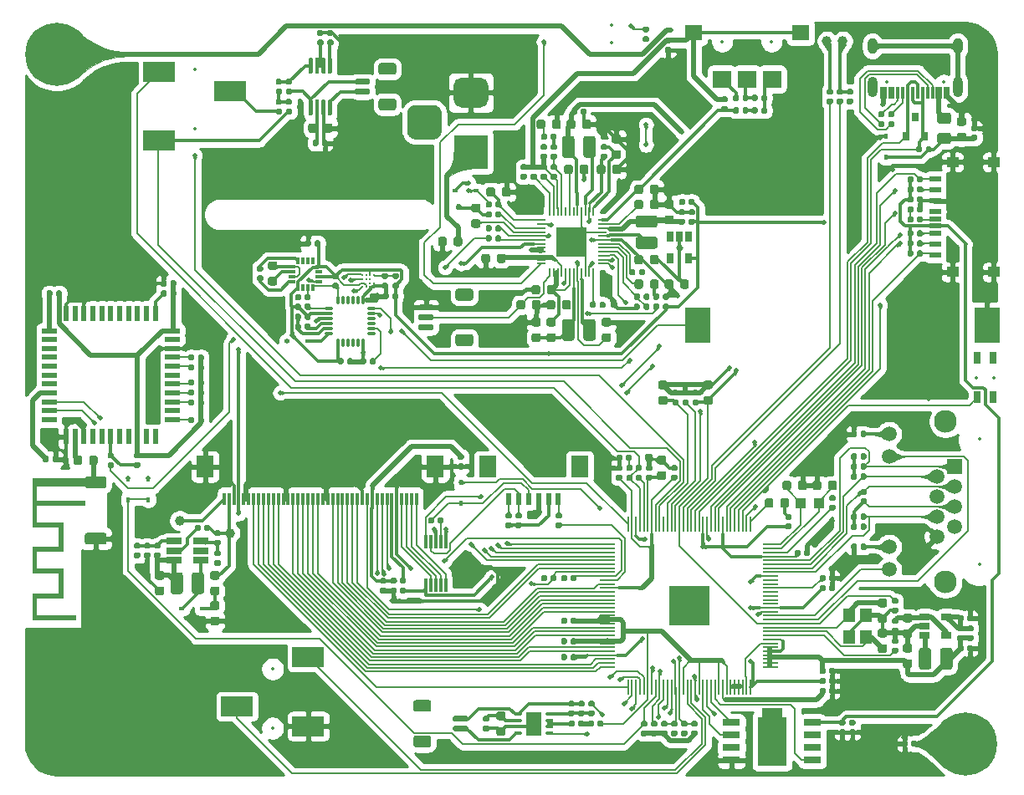
<source format=gbr>
%TF.GenerationSoftware,KiCad,Pcbnew,(5.1.6)-1*%
%TF.CreationDate,2020-07-01T23:58:00+08:00*%
%TF.ProjectId,matrix_v3s,6d617472-6978-45f7-9633-732e6b696361,rev?*%
%TF.SameCoordinates,Original*%
%TF.FileFunction,Copper,L1,Top*%
%TF.FilePolarity,Positive*%
%FSLAX46Y46*%
G04 Gerber Fmt 4.6, Leading zero omitted, Abs format (unit mm)*
G04 Created by KiCad (PCBNEW (5.1.6)-1) date 2020-07-01 23:58:00*
%MOMM*%
%LPD*%
G01*
G04 APERTURE LIST*
%TA.AperFunction,EtchedComponent*%
%ADD10C,0.350000*%
%TD*%
%TA.AperFunction,SMDPad,CuDef*%
%ADD11R,0.300000X1.300000*%
%TD*%
%TA.AperFunction,SMDPad,CuDef*%
%ADD12R,1.800000X2.200000*%
%TD*%
%TA.AperFunction,SMDPad,CuDef*%
%ADD13R,0.500000X1.300000*%
%TD*%
%TA.AperFunction,SMDPad,CuDef*%
%ADD14R,1.800000X0.700000*%
%TD*%
%TA.AperFunction,SMDPad,CuDef*%
%ADD15R,3.000000X5.000000*%
%TD*%
%TA.AperFunction,SMDPad,CuDef*%
%ADD16R,2.000000X3.000000*%
%TD*%
%TA.AperFunction,SMDPad,CuDef*%
%ADD17R,2.600000X3.600000*%
%TD*%
%TA.AperFunction,ComponentPad*%
%ADD18R,1.500000X1.500000*%
%TD*%
%TA.AperFunction,ComponentPad*%
%ADD19C,1.500000*%
%TD*%
%TA.AperFunction,ComponentPad*%
%ADD20C,2.300000*%
%TD*%
%TA.AperFunction,SMDPad,CuDef*%
%ADD21R,1.200000X1.000000*%
%TD*%
%TA.AperFunction,SMDPad,CuDef*%
%ADD22R,1.200000X0.500000*%
%TD*%
%TA.AperFunction,SMDPad,CuDef*%
%ADD23R,1.200000X0.600000*%
%TD*%
%TA.AperFunction,SMDPad,CuDef*%
%ADD24R,1.500000X0.600000*%
%TD*%
%TA.AperFunction,SMDPad,CuDef*%
%ADD25R,0.600000X1.500000*%
%TD*%
%TA.AperFunction,SMDPad,CuDef*%
%ADD26R,2.000000X2.000000*%
%TD*%
%TA.AperFunction,ComponentPad*%
%ADD27C,3.000000*%
%TD*%
%TA.AperFunction,SMDPad,CuDef*%
%ADD28O,0.240000X1.600000*%
%TD*%
%TA.AperFunction,SMDPad,CuDef*%
%ADD29O,1.600000X0.240000*%
%TD*%
%TA.AperFunction,SMDPad,CuDef*%
%ADD30R,1.200000X1.400000*%
%TD*%
%TA.AperFunction,SMDPad,CuDef*%
%ADD31R,0.450000X0.600000*%
%TD*%
%TA.AperFunction,Conductor*%
%ADD32R,0.500000X0.500000*%
%TD*%
%TA.AperFunction,ViaPad*%
%ADD33R,0.500000X0.900000*%
%TD*%
%TA.AperFunction,SMDPad,CuDef*%
%ADD34R,0.600000X0.450000*%
%TD*%
%TA.AperFunction,ComponentPad*%
%ADD35C,2.500000*%
%TD*%
%TA.AperFunction,SMDPad,CuDef*%
%ADD36R,1.500000X1.500000*%
%TD*%
%TA.AperFunction,SMDPad,CuDef*%
%ADD37O,0.220000X1.000000*%
%TD*%
%TA.AperFunction,SMDPad,CuDef*%
%ADD38O,1.000000X0.220000*%
%TD*%
%TA.AperFunction,ComponentPad*%
%ADD39R,3.500000X3.500000*%
%TD*%
%TA.AperFunction,ComponentPad*%
%ADD40C,0.800000*%
%TD*%
%TA.AperFunction,ComponentPad*%
%ADD41C,6.400000*%
%TD*%
%TA.AperFunction,SMDPad,CuDef*%
%ADD42R,1.050000X1.100000*%
%TD*%
%TA.AperFunction,SMDPad,CuDef*%
%ADD43R,0.300000X0.700000*%
%TD*%
%TA.AperFunction,SMDPad,CuDef*%
%ADD44R,0.700000X0.300000*%
%TD*%
%TA.AperFunction,ComponentPad*%
%ADD45C,1.000000*%
%TD*%
%TA.AperFunction,SMDPad,CuDef*%
%ADD46C,0.230000*%
%TD*%
%TA.AperFunction,SMDPad,CuDef*%
%ADD47O,0.350000X1.000000*%
%TD*%
%TA.AperFunction,SMDPad,CuDef*%
%ADD48O,1.000000X0.350000*%
%TD*%
%TA.AperFunction,SMDPad,CuDef*%
%ADD49R,0.300000X1.400000*%
%TD*%
%TA.AperFunction,SMDPad,CuDef*%
%ADD50R,1.560000X0.650000*%
%TD*%
%TA.AperFunction,SMDPad,CuDef*%
%ADD51R,0.650000X1.060000*%
%TD*%
%TA.AperFunction,SMDPad,CuDef*%
%ADD52R,1.060000X0.650000*%
%TD*%
%TA.AperFunction,SMDPad,CuDef*%
%ADD53C,1.000000*%
%TD*%
%TA.AperFunction,SMDPad,CuDef*%
%ADD54R,1.900000X1.800000*%
%TD*%
%TA.AperFunction,SMDPad,CuDef*%
%ADD55R,1.800000X1.600000*%
%TD*%
%TA.AperFunction,SMDPad,CuDef*%
%ADD56R,0.800000X1.200000*%
%TD*%
%TA.AperFunction,SMDPad,CuDef*%
%ADD57R,3.200000X2.000000*%
%TD*%
%TA.AperFunction,SMDPad,CuDef*%
%ADD58O,0.650000X0.400000*%
%TD*%
%TA.AperFunction,SMDPad,CuDef*%
%ADD59R,0.300000X0.400000*%
%TD*%
%TA.AperFunction,SMDPad,CuDef*%
%ADD60R,1.650000X2.400000*%
%TD*%
%TA.AperFunction,SMDPad,CuDef*%
%ADD61R,0.650000X1.000000*%
%TD*%
%TA.AperFunction,ViaPad*%
%ADD62C,0.600000*%
%TD*%
%TA.AperFunction,SMDPad,CuDef*%
%ADD63R,0.800000X0.900000*%
%TD*%
%TA.AperFunction,ComponentPad*%
%ADD64O,1.000000X2.100000*%
%TD*%
%TA.AperFunction,ComponentPad*%
%ADD65O,1.000000X1.600000*%
%TD*%
%TA.AperFunction,SMDPad,CuDef*%
%ADD66R,0.300000X1.150000*%
%TD*%
%TA.AperFunction,ViaPad*%
%ADD67C,0.500000*%
%TD*%
%TA.AperFunction,Conductor*%
%ADD68C,0.300000*%
%TD*%
%TA.AperFunction,Conductor*%
%ADD69C,0.200000*%
%TD*%
%TA.AperFunction,Conductor*%
%ADD70C,0.500000*%
%TD*%
%TA.AperFunction,Conductor*%
%ADD71C,0.254000*%
%TD*%
%TA.AperFunction,Conductor*%
%ADD72C,0.025400*%
%TD*%
%ADD73C,0.300000*%
%ADD74C,0.350000*%
%ADD75O,3.000000X1.000000*%
%ADD76O,1.000000X3.000000*%
%ADD77C,0.250000*%
%ADD78O,0.600000X1.700000*%
%ADD79O,0.600000X1.200000*%
G04 APERTURE END LIST*
D10*
%TO.C,AE1*%
G36*
X29367000Y-72046000D02*
G01*
X29367000Y-74046000D01*
X26727000Y-74046000D01*
X26727000Y-76746000D01*
X29367000Y-76746000D01*
X29367000Y-78746000D01*
X26727000Y-78746000D01*
X26727000Y-81446000D01*
X31167000Y-81446000D01*
X31167000Y-80946000D01*
X27227000Y-80946000D01*
X27227000Y-79246000D01*
X29867000Y-79246000D01*
X29867000Y-76246000D01*
X27227000Y-76246000D01*
X27227000Y-74546000D01*
X29867000Y-74546000D01*
X29867000Y-71546000D01*
X27227000Y-71546000D01*
X27227000Y-69846000D01*
X32127000Y-69846000D01*
X32127000Y-69346000D01*
X27227000Y-69346000D01*
X27227000Y-67946000D01*
X32127000Y-67946000D01*
X32127000Y-67046000D01*
X31883785Y-67046000D01*
X31883785Y-67348417D01*
X31931395Y-67358258D01*
X31973797Y-67382326D01*
X32006581Y-67420269D01*
X32010935Y-67428181D01*
X32023043Y-67470844D01*
X32022300Y-67519363D01*
X32009400Y-67564878D01*
X31998787Y-67583489D01*
X31963553Y-67617132D01*
X31918368Y-67637691D01*
X31868842Y-67644222D01*
X31820583Y-67635782D01*
X31788357Y-67618888D01*
X31755687Y-67583628D01*
X31735592Y-67538318D01*
X31729018Y-67488733D01*
X31736908Y-67440647D01*
X31753814Y-67407755D01*
X31790584Y-67372815D01*
X31835378Y-67353153D01*
X31883785Y-67348417D01*
X31883785Y-67046000D01*
X26727000Y-67046000D01*
X26727000Y-72046000D01*
X29367000Y-72046000D01*
G37*
%TD*%
D11*
%TO.P,J8,40*%
%TO.N,/LCD_LEDK*%
X46130000Y-69160000D03*
%TO.P,J8,39*%
%TO.N,/LCD_LEDA*%
X46630000Y-69160000D03*
%TO.P,J8,38*%
%TO.N,GND*%
X47130000Y-69160000D03*
%TO.P,J8,37*%
%TO.N,/VCC_3V3*%
X47630000Y-69160000D03*
%TO.P,J8,36*%
%TO.N,GND*%
X48130000Y-69160000D03*
%TO.P,J8,35*%
X48630000Y-69160000D03*
%TO.P,J8,34*%
%TO.N,/LCD_D2*%
X49130000Y-69160000D03*
%TO.P,J8,33*%
%TO.N,/LCD_D3*%
X49630000Y-69160000D03*
%TO.P,J8,32*%
%TO.N,/LCD_D4*%
X50130000Y-69160000D03*
%TO.P,J8,31*%
%TO.N,/LCD_D5*%
X50630000Y-69160000D03*
%TO.P,J8,30*%
%TO.N,/LCD_D6*%
X51130000Y-69160000D03*
%TO.P,J8,29*%
%TO.N,/LCD_D7*%
X51630000Y-69160000D03*
%TO.P,J8,28*%
%TO.N,GND*%
X52130000Y-69160000D03*
%TO.P,J8,27*%
X52630000Y-69160000D03*
%TO.P,J8,26*%
%TO.N,/LCD_D10*%
X53130000Y-69160000D03*
%TO.P,J8,25*%
%TO.N,/LCD_D11*%
X53630000Y-69160000D03*
%TO.P,J8,24*%
%TO.N,/LCD_D12*%
X54130000Y-69160000D03*
%TO.P,J8,23*%
%TO.N,/LCD_D13*%
X54630000Y-69160000D03*
%TO.P,J8,22*%
%TO.N,/LCD_D14*%
X55130000Y-69160000D03*
%TO.P,J8,21*%
%TO.N,/LCD_D15*%
X55630000Y-69160000D03*
%TO.P,J8,20*%
%TO.N,GND*%
X56130000Y-69160000D03*
%TO.P,J8,19*%
X56630000Y-69160000D03*
%TO.P,J8,18*%
%TO.N,/LCD_B2*%
X57130000Y-69160000D03*
%TO.P,J8,17*%
%TO.N,/LCD_B3*%
X57630000Y-69160000D03*
%TO.P,J8,16*%
%TO.N,/LCD_B4*%
X58130000Y-69160000D03*
%TO.P,J8,15*%
%TO.N,/LCD_B5*%
X58630000Y-69160000D03*
%TO.P,J8,14*%
%TO.N,/LCD_B6*%
X59130000Y-69160000D03*
%TO.P,J8,13*%
%TO.N,/LCD_B7*%
X59630000Y-69160000D03*
%TO.P,J8,12*%
%TO.N,GND*%
X60130000Y-69160000D03*
%TO.P,J8,11*%
%TO.N,/LCD_CLK*%
X60630000Y-69160000D03*
%TO.P,J8,10*%
%TO.N,/DCDC3*%
X61130000Y-69160000D03*
%TO.P,J8,9*%
%TO.N,/LCD_HSYNC*%
X61630000Y-69160000D03*
%TO.P,J8,8*%
%TO.N,/LCD_VSYNC*%
X62130000Y-69160000D03*
%TO.P,J8,7*%
%TO.N,/LCD_DE*%
X62630000Y-69160000D03*
%TO.P,J8,6*%
%TO.N,Net-(J8-Pad6)*%
X63130000Y-69160000D03*
%TO.P,J8,5*%
%TO.N,GND*%
X63630000Y-69160000D03*
%TO.P,J8,4*%
%TO.N,/LCD_XR*%
X64130000Y-69160000D03*
%TO.P,J8,3*%
%TO.N,/LCD_YB*%
X64630000Y-69160000D03*
%TO.P,J8,2*%
%TO.N,/LCD_XL*%
X65130000Y-69160000D03*
%TO.P,J8,1*%
%TO.N,/LCD_YT*%
X65630000Y-69160000D03*
D12*
%TO.P,J8,MP*%
%TO.N,GND*%
X67530000Y-65910000D03*
X44230000Y-65910000D03*
%TD*%
%TO.P,R66,2*%
%TO.N,GND*%
%TA.AperFunction,SMDPad,CuDef*%
G36*
G01*
X107868500Y-69406000D02*
X107523500Y-69406000D01*
G75*
G02*
X107376000Y-69258500I0J147500D01*
G01*
X107376000Y-68963500D01*
G75*
G02*
X107523500Y-68816000I147500J0D01*
G01*
X107868500Y-68816000D01*
G75*
G02*
X108016000Y-68963500I0J-147500D01*
G01*
X108016000Y-69258500D01*
G75*
G02*
X107868500Y-69406000I-147500J0D01*
G01*
G37*
%TD.AperFunction*%
%TO.P,R66,1*%
%TO.N,/EPHY_RTX*%
%TA.AperFunction,SMDPad,CuDef*%
G36*
G01*
X107868500Y-70376000D02*
X107523500Y-70376000D01*
G75*
G02*
X107376000Y-70228500I0J147500D01*
G01*
X107376000Y-69933500D01*
G75*
G02*
X107523500Y-69786000I147500J0D01*
G01*
X107868500Y-69786000D01*
G75*
G02*
X108016000Y-69933500I0J-147500D01*
G01*
X108016000Y-70228500D01*
G75*
G02*
X107868500Y-70376000I-147500J0D01*
G01*
G37*
%TD.AperFunction*%
%TD*%
%TO.P,R51,2*%
%TO.N,/DCDC3*%
%TA.AperFunction,SMDPad,CuDef*%
G36*
G01*
X93553500Y-92646000D02*
X93898500Y-92646000D01*
G75*
G02*
X94046000Y-92793500I0J-147500D01*
G01*
X94046000Y-93088500D01*
G75*
G02*
X93898500Y-93236000I-147500J0D01*
G01*
X93553500Y-93236000D01*
G75*
G02*
X93406000Y-93088500I0J147500D01*
G01*
X93406000Y-92793500D01*
G75*
G02*
X93553500Y-92646000I147500J0D01*
G01*
G37*
%TD.AperFunction*%
%TO.P,R51,1*%
%TO.N,/EE_SDA*%
%TA.AperFunction,SMDPad,CuDef*%
G36*
G01*
X93553500Y-91676000D02*
X93898500Y-91676000D01*
G75*
G02*
X94046000Y-91823500I0J-147500D01*
G01*
X94046000Y-92118500D01*
G75*
G02*
X93898500Y-92266000I-147500J0D01*
G01*
X93553500Y-92266000D01*
G75*
G02*
X93406000Y-92118500I0J147500D01*
G01*
X93406000Y-91823500D01*
G75*
G02*
X93553500Y-91676000I147500J0D01*
G01*
G37*
%TD.AperFunction*%
%TD*%
%TO.P,R50,2*%
%TO.N,/DCDC3*%
%TA.AperFunction,SMDPad,CuDef*%
G36*
G01*
X90505500Y-92646000D02*
X90850500Y-92646000D01*
G75*
G02*
X90998000Y-92793500I0J-147500D01*
G01*
X90998000Y-93088500D01*
G75*
G02*
X90850500Y-93236000I-147500J0D01*
G01*
X90505500Y-93236000D01*
G75*
G02*
X90358000Y-93088500I0J147500D01*
G01*
X90358000Y-92793500D01*
G75*
G02*
X90505500Y-92646000I147500J0D01*
G01*
G37*
%TD.AperFunction*%
%TO.P,R50,1*%
%TO.N,/EE_SCK*%
%TA.AperFunction,SMDPad,CuDef*%
G36*
G01*
X90505500Y-91676000D02*
X90850500Y-91676000D01*
G75*
G02*
X90998000Y-91823500I0J-147500D01*
G01*
X90998000Y-92118500D01*
G75*
G02*
X90850500Y-92266000I-147500J0D01*
G01*
X90505500Y-92266000D01*
G75*
G02*
X90358000Y-92118500I0J147500D01*
G01*
X90358000Y-91823500D01*
G75*
G02*
X90505500Y-91676000I147500J0D01*
G01*
G37*
%TD.AperFunction*%
%TD*%
%TO.P,R37,2*%
%TO.N,/PB_EINT2*%
%TA.AperFunction,SMDPad,CuDef*%
G36*
G01*
X89834500Y-92266000D02*
X89489500Y-92266000D01*
G75*
G02*
X89342000Y-92118500I0J147500D01*
G01*
X89342000Y-91823500D01*
G75*
G02*
X89489500Y-91676000I147500J0D01*
G01*
X89834500Y-91676000D01*
G75*
G02*
X89982000Y-91823500I0J-147500D01*
G01*
X89982000Y-92118500D01*
G75*
G02*
X89834500Y-92266000I-147500J0D01*
G01*
G37*
%TD.AperFunction*%
%TO.P,R37,1*%
%TO.N,/DCDC3*%
%TA.AperFunction,SMDPad,CuDef*%
G36*
G01*
X89834500Y-93236000D02*
X89489500Y-93236000D01*
G75*
G02*
X89342000Y-93088500I0J147500D01*
G01*
X89342000Y-92793500D01*
G75*
G02*
X89489500Y-92646000I147500J0D01*
G01*
X89834500Y-92646000D01*
G75*
G02*
X89982000Y-92793500I0J-147500D01*
G01*
X89982000Y-93088500D01*
G75*
G02*
X89834500Y-93236000I-147500J0D01*
G01*
G37*
%TD.AperFunction*%
%TD*%
%TO.P,R36,2*%
%TO.N,/PB_EINT1*%
%TA.AperFunction,SMDPad,CuDef*%
G36*
G01*
X88818500Y-92266000D02*
X88473500Y-92266000D01*
G75*
G02*
X88326000Y-92118500I0J147500D01*
G01*
X88326000Y-91823500D01*
G75*
G02*
X88473500Y-91676000I147500J0D01*
G01*
X88818500Y-91676000D01*
G75*
G02*
X88966000Y-91823500I0J-147500D01*
G01*
X88966000Y-92118500D01*
G75*
G02*
X88818500Y-92266000I-147500J0D01*
G01*
G37*
%TD.AperFunction*%
%TO.P,R36,1*%
%TO.N,/DCDC3*%
%TA.AperFunction,SMDPad,CuDef*%
G36*
G01*
X88818500Y-93236000D02*
X88473500Y-93236000D01*
G75*
G02*
X88326000Y-93088500I0J147500D01*
G01*
X88326000Y-92793500D01*
G75*
G02*
X88473500Y-92646000I147500J0D01*
G01*
X88818500Y-92646000D01*
G75*
G02*
X88966000Y-92793500I0J-147500D01*
G01*
X88966000Y-93088500D01*
G75*
G02*
X88818500Y-93236000I-147500J0D01*
G01*
G37*
%TD.AperFunction*%
%TD*%
%TO.P,R17,2*%
%TO.N,/SCL*%
%TA.AperFunction,SMDPad,CuDef*%
G36*
G01*
X91521500Y-92646000D02*
X91866500Y-92646000D01*
G75*
G02*
X92014000Y-92793500I0J-147500D01*
G01*
X92014000Y-93088500D01*
G75*
G02*
X91866500Y-93236000I-147500J0D01*
G01*
X91521500Y-93236000D01*
G75*
G02*
X91374000Y-93088500I0J147500D01*
G01*
X91374000Y-92793500D01*
G75*
G02*
X91521500Y-92646000I147500J0D01*
G01*
G37*
%TD.AperFunction*%
%TO.P,R17,1*%
%TO.N,/EE_SCK*%
%TA.AperFunction,SMDPad,CuDef*%
G36*
G01*
X91521500Y-91676000D02*
X91866500Y-91676000D01*
G75*
G02*
X92014000Y-91823500I0J-147500D01*
G01*
X92014000Y-92118500D01*
G75*
G02*
X91866500Y-92266000I-147500J0D01*
G01*
X91521500Y-92266000D01*
G75*
G02*
X91374000Y-92118500I0J147500D01*
G01*
X91374000Y-91823500D01*
G75*
G02*
X91521500Y-91676000I147500J0D01*
G01*
G37*
%TD.AperFunction*%
%TD*%
%TO.P,R18,2*%
%TO.N,/EE_SDA*%
%TA.AperFunction,SMDPad,CuDef*%
G36*
G01*
X92882500Y-92266000D02*
X92537500Y-92266000D01*
G75*
G02*
X92390000Y-92118500I0J147500D01*
G01*
X92390000Y-91823500D01*
G75*
G02*
X92537500Y-91676000I147500J0D01*
G01*
X92882500Y-91676000D01*
G75*
G02*
X93030000Y-91823500I0J-147500D01*
G01*
X93030000Y-92118500D01*
G75*
G02*
X92882500Y-92266000I-147500J0D01*
G01*
G37*
%TD.AperFunction*%
%TO.P,R18,1*%
%TO.N,/SDA*%
%TA.AperFunction,SMDPad,CuDef*%
G36*
G01*
X92882500Y-93236000D02*
X92537500Y-93236000D01*
G75*
G02*
X92390000Y-93088500I0J147500D01*
G01*
X92390000Y-92793500D01*
G75*
G02*
X92537500Y-92646000I147500J0D01*
G01*
X92882500Y-92646000D01*
G75*
G02*
X93030000Y-92793500I0J-147500D01*
G01*
X93030000Y-93088500D01*
G75*
G02*
X92882500Y-93236000I-147500J0D01*
G01*
G37*
%TD.AperFunction*%
%TD*%
%TO.P,J9,MP*%
%TO.N,N/C*%
X72820000Y-65910000D03*
X82120000Y-65910000D03*
D13*
%TO.P,J9,1*%
%TO.N,Net-(J9-Pad1)*%
X79970000Y-69160000D03*
%TO.P,J9,2*%
%TO.N,/VCC_3V3*%
X78970000Y-69160000D03*
%TO.P,J9,3*%
%TO.N,GND*%
X77970000Y-69160000D03*
%TO.P,J9,4*%
%TO.N,/TP_INT*%
X76970000Y-69160000D03*
%TO.P,J9,5*%
%TO.N,/SDA*%
X75970000Y-69160000D03*
%TO.P,J9,6*%
%TO.N,/SCL*%
X74970000Y-69160000D03*
%TD*%
D14*
%TO.P,U6,8*%
%TO.N,/VCC_3V3*%
X105700000Y-91821000D03*
%TO.P,U6,1*%
%TO.N,/FLASH_~CS*%
X97500000Y-91821000D03*
%TO.P,U6,7*%
%TO.N,Net-(U6-Pad7)*%
X105700000Y-93091000D03*
%TO.P,U6,2*%
%TO.N,/FLASH_DO*%
X97500000Y-93091000D03*
%TO.P,U6,6*%
%TO.N,/FLASH_CLK*%
X105700000Y-94361000D03*
%TO.P,U6,3*%
%TO.N,Net-(U6-Pad3)*%
X97500000Y-94361000D03*
%TO.P,U6,5*%
%TO.N,/FLASH_DI*%
X105700000Y-95631000D03*
%TO.P,U6,4*%
%TO.N,GND*%
X97500000Y-95631000D03*
D15*
%TO.P,U6,9*%
%TO.N,N/C*%
X101600000Y-93726000D03*
D16*
X101600000Y-91821000D03*
%TD*%
%TO.P,C34,2*%
%TO.N,GND*%
%TA.AperFunction,SMDPad,CuDef*%
G36*
G01*
X108539500Y-92519000D02*
X108884500Y-92519000D01*
G75*
G02*
X109032000Y-92666500I0J-147500D01*
G01*
X109032000Y-92961500D01*
G75*
G02*
X108884500Y-93109000I-147500J0D01*
G01*
X108539500Y-93109000D01*
G75*
G02*
X108392000Y-92961500I0J147500D01*
G01*
X108392000Y-92666500D01*
G75*
G02*
X108539500Y-92519000I147500J0D01*
G01*
G37*
%TD.AperFunction*%
%TO.P,C34,1*%
%TO.N,/VCC_3V3*%
%TA.AperFunction,SMDPad,CuDef*%
G36*
G01*
X108539500Y-91549000D02*
X108884500Y-91549000D01*
G75*
G02*
X109032000Y-91696500I0J-147500D01*
G01*
X109032000Y-91991500D01*
G75*
G02*
X108884500Y-92139000I-147500J0D01*
G01*
X108539500Y-92139000D01*
G75*
G02*
X108392000Y-91991500I0J147500D01*
G01*
X108392000Y-91696500D01*
G75*
G02*
X108539500Y-91549000I147500J0D01*
G01*
G37*
%TD.AperFunction*%
%TD*%
%TO.P,C49,2*%
%TO.N,/DCDC2*%
%TA.AperFunction,SMDPad,CuDef*%
G36*
G01*
X109900500Y-92139000D02*
X109555500Y-92139000D01*
G75*
G02*
X109408000Y-91991500I0J147500D01*
G01*
X109408000Y-91696500D01*
G75*
G02*
X109555500Y-91549000I147500J0D01*
G01*
X109900500Y-91549000D01*
G75*
G02*
X110048000Y-91696500I0J-147500D01*
G01*
X110048000Y-91991500D01*
G75*
G02*
X109900500Y-92139000I-147500J0D01*
G01*
G37*
%TD.AperFunction*%
%TO.P,C49,1*%
%TO.N,GND*%
%TA.AperFunction,SMDPad,CuDef*%
G36*
G01*
X109900500Y-93109000D02*
X109555500Y-93109000D01*
G75*
G02*
X109408000Y-92961500I0J147500D01*
G01*
X109408000Y-92666500D01*
G75*
G02*
X109555500Y-92519000I147500J0D01*
G01*
X109900500Y-92519000D01*
G75*
G02*
X110048000Y-92666500I0J-147500D01*
G01*
X110048000Y-92961500D01*
G75*
G02*
X109900500Y-93109000I-147500J0D01*
G01*
G37*
%TD.AperFunction*%
%TD*%
%TO.P,C30,2*%
%TO.N,GND*%
%TA.AperFunction,SMDPad,CuDef*%
G36*
G01*
X107378000Y-88818500D02*
X107378000Y-88473500D01*
G75*
G02*
X107525500Y-88326000I147500J0D01*
G01*
X107820500Y-88326000D01*
G75*
G02*
X107968000Y-88473500I0J-147500D01*
G01*
X107968000Y-88818500D01*
G75*
G02*
X107820500Y-88966000I-147500J0D01*
G01*
X107525500Y-88966000D01*
G75*
G02*
X107378000Y-88818500I0J147500D01*
G01*
G37*
%TD.AperFunction*%
%TO.P,C30,1*%
%TO.N,/DCDC3*%
%TA.AperFunction,SMDPad,CuDef*%
G36*
G01*
X106408000Y-88818500D02*
X106408000Y-88473500D01*
G75*
G02*
X106555500Y-88326000I147500J0D01*
G01*
X106850500Y-88326000D01*
G75*
G02*
X106998000Y-88473500I0J-147500D01*
G01*
X106998000Y-88818500D01*
G75*
G02*
X106850500Y-88966000I-147500J0D01*
G01*
X106555500Y-88966000D01*
G75*
G02*
X106408000Y-88818500I0J147500D01*
G01*
G37*
%TD.AperFunction*%
%TD*%
%TO.P,R42,2*%
%TO.N,GND*%
%TA.AperFunction,SMDPad,CuDef*%
G36*
G01*
X88137500Y-46400500D02*
X88137500Y-46055500D01*
G75*
G02*
X88285000Y-45908000I147500J0D01*
G01*
X88580000Y-45908000D01*
G75*
G02*
X88727500Y-46055500I0J-147500D01*
G01*
X88727500Y-46400500D01*
G75*
G02*
X88580000Y-46548000I-147500J0D01*
G01*
X88285000Y-46548000D01*
G75*
G02*
X88137500Y-46400500I0J147500D01*
G01*
G37*
%TD.AperFunction*%
%TO.P,R42,1*%
%TO.N,/USB_DRV*%
%TA.AperFunction,SMDPad,CuDef*%
G36*
G01*
X87167500Y-46400500D02*
X87167500Y-46055500D01*
G75*
G02*
X87315000Y-45908000I147500J0D01*
G01*
X87610000Y-45908000D01*
G75*
G02*
X87757500Y-46055500I0J-147500D01*
G01*
X87757500Y-46400500D01*
G75*
G02*
X87610000Y-46548000I-147500J0D01*
G01*
X87315000Y-46548000D01*
G75*
G02*
X87167500Y-46400500I0J147500D01*
G01*
G37*
%TD.AperFunction*%
%TD*%
D17*
%TO.P,BT1,1*%
%TO.N,/VBACKUP*%
X94062000Y-51562000D03*
%TO.P,BT1,2*%
%TO.N,GND*%
X123362000Y-51562000D03*
%TD*%
D18*
%TO.P,J7,1*%
%TO.N,/EPHY_TXP*%
X120047000Y-65913000D03*
D19*
%TO.P,J7,3*%
%TO.N,/EPHY_RXP*%
X120047000Y-67945000D03*
%TO.P,J7,5*%
%TO.N,Net-(C80-Pad2)*%
X120047000Y-69977000D03*
%TO.P,J7,7*%
%TO.N,Net-(J7-Pad7)*%
X120047000Y-72009000D03*
%TO.P,J7,2*%
%TO.N,/EPHY_TXN*%
X118267000Y-66929000D03*
%TO.P,J7,4*%
%TO.N,Net-(C79-Pad2)*%
X118267000Y-68961000D03*
%TO.P,J7,6*%
%TO.N,/EPHY_RXN*%
X118267000Y-70993000D03*
%TO.P,J7,8*%
%TO.N,GND*%
X118267000Y-73025000D03*
D20*
%TO.P,J7,SH*%
%TO.N,Earth*%
X119157000Y-77603000D03*
X119157000Y-61343000D03*
D19*
%TO.P,J7,9*%
%TO.N,Net-(J7-Pad9)*%
X113447000Y-62613000D03*
%TO.P,J7,10*%
%TO.N,/EPHY_LINK_LED*%
X113447000Y-64903000D03*
%TO.P,J7,11*%
%TO.N,Net-(J7-Pad11)*%
X113447000Y-74043000D03*
%TO.P,J7,12*%
%TO.N,/EPHY_SPD_LED*%
X113447000Y-76333000D03*
%TD*%
%TO.P,R53,2*%
%TO.N,Net-(R53-Pad2)*%
%TA.AperFunction,SMDPad,CuDef*%
G36*
G01*
X89009000Y-21931000D02*
X88664000Y-21931000D01*
G75*
G02*
X88516500Y-21783500I0J147500D01*
G01*
X88516500Y-21488500D01*
G75*
G02*
X88664000Y-21341000I147500J0D01*
G01*
X89009000Y-21341000D01*
G75*
G02*
X89156500Y-21488500I0J-147500D01*
G01*
X89156500Y-21783500D01*
G75*
G02*
X89009000Y-21931000I-147500J0D01*
G01*
G37*
%TD.AperFunction*%
%TO.P,R53,1*%
%TO.N,Net-(R53-Pad1)*%
%TA.AperFunction,SMDPad,CuDef*%
G36*
G01*
X89009000Y-22901000D02*
X88664000Y-22901000D01*
G75*
G02*
X88516500Y-22753500I0J147500D01*
G01*
X88516500Y-22458500D01*
G75*
G02*
X88664000Y-22311000I147500J0D01*
G01*
X89009000Y-22311000D01*
G75*
G02*
X89156500Y-22458500I0J-147500D01*
G01*
X89156500Y-22753500D01*
G75*
G02*
X89009000Y-22901000I-147500J0D01*
G01*
G37*
%TD.AperFunction*%
%TD*%
D21*
%TO.P,U4,S*%
%TO.N,GND*%
X124010000Y-35065000D03*
X124010000Y-46215000D03*
D22*
%TO.P,U4,SW*%
%TO.N,Net-(R14-Pad2)*%
X118110000Y-40840000D03*
D21*
%TO.P,U4,S*%
%TO.N,GND*%
X119860000Y-35065000D03*
X119860000Y-46215000D03*
D23*
%TO.P,U4,3*%
%TO.N,/SDC0_CMD*%
X118110000Y-42290000D03*
%TO.P,U4,1*%
%TO.N,/SDC0_D2*%
X118110000Y-44490000D03*
%TO.P,U4,2*%
%TO.N,/SDC0_D3*%
X118110000Y-43390000D03*
%TO.P,U4,4*%
%TO.N,/VCC_3V3*%
X118110000Y-41540000D03*
%TO.P,U4,5*%
%TO.N,/SDC0_CLK*%
X118110000Y-40090000D03*
%TO.P,U4,6*%
%TO.N,GND*%
X118110000Y-38990000D03*
%TO.P,U4,7*%
%TO.N,/SDC0_D0*%
X118110000Y-37890000D03*
%TO.P,U4,8*%
%TO.N,/SDC0_D1*%
X118110000Y-36790000D03*
%TD*%
D24*
%TO.P,U11,44*%
%TO.N,/BT_CTS*%
X28421000Y-61142000D03*
%TO.P,U11,43*%
%TO.N,/BT_RXD*%
X28421000Y-60242000D03*
%TO.P,U11,42*%
%TO.N,/BT_TXD*%
X28421000Y-59342000D03*
%TO.P,U11,41*%
%TO.N,Net-(R78-Pad2)*%
X28421000Y-58442000D03*
%TO.P,U11,40*%
%TO.N,Net-(U11-Pad40)*%
X28421000Y-57542000D03*
%TO.P,U11,39*%
%TO.N,Net-(U11-Pad39)*%
X28421000Y-56642000D03*
%TO.P,U11,38*%
%TO.N,Net-(U11-Pad38)*%
X28421000Y-55742000D03*
%TO.P,U11,37*%
%TO.N,Net-(U11-Pad37)*%
X28421000Y-54842000D03*
%TO.P,U11,36*%
%TO.N,Net-(U11-Pad36)*%
X28421000Y-53942000D03*
%TO.P,U11,35*%
%TO.N,Net-(U11-Pad35)*%
X28421000Y-53042000D03*
%TO.P,U11,34*%
%TO.N,Net-(R84-Pad1)*%
X28421000Y-52142000D03*
D25*
%TO.P,U11,33*%
%TO.N,GND*%
X30171000Y-50392000D03*
%TO.P,U11,32*%
%TO.N,Net-(U11-Pad32)*%
X31071000Y-50392000D03*
%TO.P,U11,31*%
%TO.N,GND*%
X31971000Y-50392000D03*
%TO.P,U11,30*%
%TO.N,Net-(U11-Pad30)*%
X32871000Y-50392000D03*
%TO.P,U11,29*%
%TO.N,Net-(U11-Pad29)*%
X33771000Y-50392000D03*
%TO.P,U11,28*%
%TO.N,Net-(U11-Pad28)*%
X34671000Y-50392000D03*
%TO.P,U11,27*%
%TO.N,Net-(U11-Pad27)*%
X35571000Y-50392000D03*
%TO.P,U11,26*%
%TO.N,Net-(U11-Pad26)*%
X36471000Y-50392000D03*
%TO.P,U11,25*%
%TO.N,Net-(U11-Pad25)*%
X37371000Y-50392000D03*
%TO.P,U11,24*%
%TO.N,Net-(U11-Pad24)*%
X38271000Y-50392000D03*
%TO.P,U11,23*%
%TO.N,Net-(R85-Pad2)*%
X39171000Y-50392000D03*
D24*
%TO.P,U11,22*%
%TO.N,/DCDC3*%
X40921000Y-52142000D03*
%TO.P,U11,21*%
%TO.N,Net-(U11-Pad21)*%
X40921000Y-53042000D03*
%TO.P,U11,20*%
%TO.N,GND*%
X40921000Y-53942000D03*
%TO.P,U11,19*%
%TO.N,/SDC1_D1*%
X40921000Y-54842000D03*
%TO.P,U11,18*%
%TO.N,/SDC1_D0*%
X40921000Y-55742000D03*
%TO.P,U11,17*%
%TO.N,/SDC1_CLK*%
X40921000Y-56642000D03*
%TO.P,U11,16*%
%TO.N,/SDC1_CMD*%
X40921000Y-57542000D03*
%TO.P,U11,15*%
%TO.N,/SDC1_D3*%
X40921000Y-58442000D03*
%TO.P,U11,14*%
%TO.N,/SDC1_D2*%
X40921000Y-59342000D03*
%TO.P,U11,13*%
%TO.N,/WL_H_WK*%
X40921000Y-60242000D03*
%TO.P,U11,12*%
%TO.N,Net-(R72-Pad1)*%
X40921000Y-61142000D03*
D25*
%TO.P,U11,11*%
%TO.N,Net-(U11-Pad11)*%
X39171000Y-62892000D03*
%TO.P,U11,10*%
%TO.N,Net-(U11-Pad10)*%
X38271000Y-62892000D03*
%TO.P,U11,9*%
%TO.N,/DCDC3*%
X37371000Y-62892000D03*
%TO.P,U11,8*%
%TO.N,Net-(U11-Pad8)*%
X36471000Y-62892000D03*
%TO.P,U11,7*%
%TO.N,/BT_H_WK*%
X35571000Y-62892000D03*
%TO.P,U11,6*%
%TO.N,/BT_WK*%
X34671000Y-62892000D03*
%TO.P,U11,5*%
%TO.N,Net-(U11-Pad5)*%
X33771000Y-62892000D03*
%TO.P,U11,4*%
%TO.N,Net-(U11-Pad4)*%
X32871000Y-62892000D03*
%TO.P,U11,3*%
%TO.N,GND*%
X31971000Y-62892000D03*
%TO.P,U11,2*%
%TO.N,Net-(C77-Pad1)*%
X31071000Y-62892000D03*
%TO.P,U11,1*%
%TO.N,GND*%
X30171000Y-62892000D03*
%TD*%
D26*
%TO.P,U8,129*%
%TO.N,GND*%
X94218000Y-81010000D03*
X92218000Y-79010000D03*
D27*
X93218000Y-80010000D03*
D26*
X94218000Y-79010000D03*
X92218000Y-81010000D03*
D28*
%TO.P,U8,128*%
%TO.N,/SDC1_D3*%
X87018000Y-71760000D03*
%TO.P,U8,127*%
%TO.N,/DCDC3*%
X87418000Y-71760000D03*
%TO.P,U8,126*%
%TO.N,/DCDC2*%
X87818000Y-71760000D03*
%TO.P,U8,125*%
%TO.N,/HPCOM*%
X88218000Y-71760000D03*
%TO.P,U8,124*%
%TO.N,/HPCOMFB*%
X88618000Y-71760000D03*
%TO.P,U8,123*%
%TO.N,/HPVCCBP*%
X89018000Y-71760000D03*
%TO.P,U8,122*%
%TO.N,/DCDC3*%
X89418000Y-71760000D03*
%TO.P,U8,121*%
%TO.N,/HPOUTL*%
X89818000Y-71760000D03*
%TO.P,U8,120*%
%TO.N,/HPOUTR*%
X90218000Y-71760000D03*
%TO.P,U8,119*%
%TO.N,/HBIAS*%
X90618000Y-71760000D03*
%TO.P,U8,118*%
%TO.N,/VRA2*%
X91018000Y-71760000D03*
%TO.P,U8,117*%
%TO.N,/VRA1*%
X91418000Y-71760000D03*
%TO.P,U8,116*%
%TO.N,GNDA*%
X91818000Y-71760000D03*
%TO.P,U8,115*%
%TO.N,/AVCC*%
X92218000Y-71760000D03*
%TO.P,U8,114*%
%TO.N,/MICIN-*%
X92618000Y-71760000D03*
%TO.P,U8,113*%
%TO.N,/MICIN+*%
X93018000Y-71760000D03*
%TO.P,U8,112*%
%TO.N,/LRADC*%
X93418000Y-71760000D03*
%TO.P,U8,111*%
%TO.N,/USB_DP*%
X93818000Y-71760000D03*
%TO.P,U8,110*%
%TO.N,/USB_DM*%
X94218000Y-71760000D03*
%TO.P,U8,109*%
%TO.N,/DCDC3*%
X94618000Y-71760000D03*
%TO.P,U8,108*%
%TO.N,/DCDC2*%
X95018000Y-71760000D03*
%TO.P,U8,107*%
%TO.N,/SDC0_D1*%
X95418000Y-71760000D03*
%TO.P,U8,106*%
%TO.N,/SDC0_D0*%
X95818000Y-71760000D03*
%TO.P,U8,105*%
%TO.N,/SDC0_CLK*%
X96218000Y-71760000D03*
%TO.P,U8,104*%
%TO.N,/DCDC3*%
X96618000Y-71760000D03*
%TO.P,U8,103*%
%TO.N,/SDC0_CMD*%
X97018000Y-71760000D03*
%TO.P,U8,102*%
%TO.N,/SDC0_D3*%
X97418000Y-71760000D03*
%TO.P,U8,101*%
%TO.N,/SDC0_D2*%
X97818000Y-71760000D03*
%TO.P,U8,100*%
%TO.N,/SDSW*%
X98218000Y-71760000D03*
%TO.P,U8,99*%
%TO.N,/~RESET*%
X98618000Y-71760000D03*
%TO.P,U8,98*%
%TO.N,/VCC_RTC*%
X99018000Y-71760000D03*
%TO.P,U8,97*%
%TO.N,Net-(C71-Pad2)*%
X99418000Y-71760000D03*
D29*
%TO.P,U8,96*%
%TO.N,Net-(C73-Pad2)*%
X101468000Y-73810000D03*
%TO.P,U8,95*%
%TO.N,Net-(C74-Pad2)*%
X101468000Y-74210000D03*
%TO.P,U8,94*%
%TO.N,/EPHY_RTX*%
X101468000Y-74610000D03*
%TO.P,U8,93*%
%TO.N,/DCDC3*%
X101468000Y-75010000D03*
%TO.P,U8,92*%
%TO.N,/EPHY_TXP*%
X101468000Y-75410000D03*
%TO.P,U8,91*%
%TO.N,/EPHY_TXN*%
X101468000Y-75810000D03*
%TO.P,U8,90*%
%TO.N,/EPHY_RXP*%
X101468000Y-76210000D03*
%TO.P,U8,89*%
%TO.N,/EPHY_RXN*%
X101468000Y-76610000D03*
%TO.P,U8,88*%
%TO.N,/DCDC2*%
X101468000Y-77010000D03*
%TO.P,U8,87*%
%TO.N,/MCSI_CKN*%
X101468000Y-77410000D03*
%TO.P,U8,86*%
%TO.N,/MCSI_CKP*%
X101468000Y-77810000D03*
%TO.P,U8,85*%
%TO.N,/DCDC3*%
X101468000Y-78210000D03*
%TO.P,U8,84*%
%TO.N,/MCSI_D1N*%
X101468000Y-78610000D03*
%TO.P,U8,83*%
%TO.N,/MCSI_D1P*%
X101468000Y-79010000D03*
%TO.P,U8,82*%
%TO.N,/MCSI_D0N*%
X101468000Y-79410000D03*
%TO.P,U8,81*%
%TO.N,/MCSI_D0P*%
X101468000Y-79810000D03*
%TO.P,U8,80*%
%TO.N,/DCDC2*%
X101468000Y-80210000D03*
%TO.P,U8,79*%
%TO.N,/VCC_1V8*%
X101468000Y-80610000D03*
%TO.P,U8,78*%
%TO.N,/EPHY_SPD_LED*%
X101468000Y-81010000D03*
%TO.P,U8,77*%
%TO.N,/EPHY_LINK_LED*%
X101468000Y-81410000D03*
%TO.P,U8,76*%
%TO.N,/AVCC*%
X101468000Y-81810000D03*
%TO.P,U8,75*%
%TO.N,Net-(C75-Pad2)*%
X101468000Y-82210000D03*
%TO.P,U8,74*%
%TO.N,Net-(C76-Pad2)*%
X101468000Y-82610000D03*
%TO.P,U8,73*%
%TO.N,/SZQ*%
X101468000Y-83010000D03*
%TO.P,U8,72*%
%TO.N,/VCC_1V8*%
X101468000Y-83410000D03*
%TO.P,U8,71*%
%TO.N,/SVREF*%
X101468000Y-83810000D03*
%TO.P,U8,70*%
%TO.N,/VCC_1V8*%
X101468000Y-84210000D03*
%TO.P,U8,69*%
X101468000Y-84610000D03*
%TO.P,U8,68*%
X101468000Y-85010000D03*
%TO.P,U8,67*%
X101468000Y-85410000D03*
%TO.P,U8,66*%
X101468000Y-85810000D03*
%TO.P,U8,65*%
X101468000Y-86210000D03*
D28*
%TO.P,U8,64*%
%TO.N,/DCDC2*%
X99418000Y-88260000D03*
%TO.P,U8,63*%
%TO.N,/SVREF*%
X99018000Y-88260000D03*
%TO.P,U8,62*%
%TO.N,/VCC_1V8*%
X98618000Y-88260000D03*
%TO.P,U8,61*%
X98218000Y-88260000D03*
%TO.P,U8,60*%
X97818000Y-88260000D03*
%TO.P,U8,59*%
X97418000Y-88260000D03*
%TO.P,U8,58*%
%TO.N,/DCDC2*%
X97018000Y-88260000D03*
%TO.P,U8,57*%
%TO.N,/DCDC3*%
X96618000Y-88260000D03*
%TO.P,U8,56*%
%TO.N,/DCDC2*%
X96218000Y-88260000D03*
%TO.P,U8,55*%
%TO.N,/FLASH_DI*%
X95818000Y-88260000D03*
%TO.P,U8,54*%
%TO.N,/FLASH_~CS*%
X95418000Y-88260000D03*
%TO.P,U8,53*%
%TO.N,/FLASH_CLK*%
X95018000Y-88260000D03*
%TO.P,U8,52*%
%TO.N,/FLASH_DO*%
X94618000Y-88260000D03*
%TO.P,U8,51*%
%TO.N,/DCDC2*%
X94218000Y-88260000D03*
%TO.P,U8,50*%
%TO.N,/DCDC3*%
X93818000Y-88260000D03*
%TO.P,U8,49*%
%TO.N,/UART0_RX*%
X93418000Y-88260000D03*
%TO.P,U8,48*%
%TO.N,/UART0_TX*%
X93018000Y-88260000D03*
%TO.P,U8,47*%
%TO.N,/DCDC2*%
X92618000Y-88260000D03*
%TO.P,U8,46*%
%TO.N,/EE_SDA*%
X92218000Y-88260000D03*
%TO.P,U8,45*%
%TO.N,/EE_SCK*%
X91818000Y-88260000D03*
%TO.P,U8,44*%
%TO.N,/PWM1*%
X91418000Y-88260000D03*
%TO.P,U8,43*%
%TO.N,/ERM_PWM*%
X91018000Y-88260000D03*
%TO.P,U8,42*%
%TO.N,/ERM_EN*%
X90618000Y-88260000D03*
%TO.P,U8,41*%
%TO.N,/PB_EINT2*%
X90218000Y-88260000D03*
%TO.P,U8,40*%
%TO.N,/PB_EINT1*%
X89818000Y-88260000D03*
%TO.P,U8,39*%
%TO.N,/PM_IRQ*%
X89418000Y-88260000D03*
%TO.P,U8,38*%
%TO.N,/DCDC2*%
X89018000Y-88260000D03*
%TO.P,U8,37*%
%TO.N,/LCD_CLK*%
X88618000Y-88260000D03*
%TO.P,U8,36*%
%TO.N,/LCD_DE*%
X88218000Y-88260000D03*
%TO.P,U8,35*%
%TO.N,/LCD_HSYNC*%
X87818000Y-88260000D03*
%TO.P,U8,34*%
%TO.N,/LCD_VSYNC*%
X87418000Y-88260000D03*
%TO.P,U8,33*%
%TO.N,/LCD_D2*%
X87018000Y-88260000D03*
D29*
%TO.P,U8,32*%
%TO.N,/LCD_D3*%
X84968000Y-86210000D03*
%TO.P,U8,31*%
%TO.N,/LCD_D4*%
X84968000Y-85810000D03*
%TO.P,U8,30*%
%TO.N,/LCD_D5*%
X84968000Y-85410000D03*
%TO.P,U8,29*%
%TO.N,/DCDC3*%
X84968000Y-85010000D03*
%TO.P,U8,28*%
%TO.N,/LCD_D6*%
X84968000Y-84610000D03*
%TO.P,U8,27*%
%TO.N,/LCD_D7*%
X84968000Y-84210000D03*
%TO.P,U8,26*%
%TO.N,/DCDC2*%
X84968000Y-83810000D03*
%TO.P,U8,25*%
X84968000Y-83410000D03*
%TO.P,U8,24*%
%TO.N,/LCD_D10*%
X84968000Y-83010000D03*
%TO.P,U8,23*%
%TO.N,/LCD_D11*%
X84968000Y-82610000D03*
%TO.P,U8,22*%
%TO.N,/LCD_D12*%
X84968000Y-82210000D03*
%TO.P,U8,21*%
%TO.N,/DCDC2*%
X84968000Y-81810000D03*
%TO.P,U8,20*%
X84968000Y-81410000D03*
%TO.P,U8,19*%
X84968000Y-81010000D03*
%TO.P,U8,18*%
%TO.N,/LCD_D13*%
X84968000Y-80610000D03*
%TO.P,U8,17*%
%TO.N,/LCD_D14*%
X84968000Y-80210000D03*
%TO.P,U8,16*%
%TO.N,/LCD_D15*%
X84968000Y-79810000D03*
%TO.P,U8,15*%
%TO.N,/LCD_B2*%
X84968000Y-79410000D03*
%TO.P,U8,14*%
%TO.N,/LCD_B3*%
X84968000Y-79010000D03*
%TO.P,U8,13*%
%TO.N,/LCD_B4*%
X84968000Y-78610000D03*
%TO.P,U8,12*%
%TO.N,/DCDC3*%
X84968000Y-78210000D03*
%TO.P,U8,11*%
%TO.N,/LCD_B5*%
X84968000Y-77810000D03*
%TO.P,U8,10*%
%TO.N,/MIPI_CSI_MCLK*%
X84968000Y-77410000D03*
%TO.P,U8,9*%
%TO.N,/BT_TXD*%
X84968000Y-77010000D03*
%TO.P,U8,8*%
%TO.N,/BT_RXD*%
X84968000Y-76610000D03*
%TO.P,U8,7*%
%TO.N,/LCD_B6*%
X84968000Y-76210000D03*
%TO.P,U8,6*%
%TO.N,/LCD_B7*%
X84968000Y-75810000D03*
%TO.P,U8,5*%
%TO.N,/SDC1_CLK*%
X84968000Y-75410000D03*
%TO.P,U8,4*%
%TO.N,/SDC1_CMD*%
X84968000Y-75010000D03*
%TO.P,U8,3*%
%TO.N,/SDC1_D0*%
X84968000Y-74610000D03*
%TO.P,U8,2*%
%TO.N,/SDC1_D1*%
X84968000Y-74210000D03*
%TO.P,U8,1*%
%TO.N,/SDC1_D2*%
X84968000Y-73810000D03*
%TD*%
%TO.P,R69,2*%
%TO.N,/DCDC3*%
%TA.AperFunction,SMDPad,CuDef*%
G36*
G01*
X37510500Y-65088000D02*
X37165500Y-65088000D01*
G75*
G02*
X37018000Y-64940500I0J147500D01*
G01*
X37018000Y-64645500D01*
G75*
G02*
X37165500Y-64498000I147500J0D01*
G01*
X37510500Y-64498000D01*
G75*
G02*
X37658000Y-64645500I0J-147500D01*
G01*
X37658000Y-64940500D01*
G75*
G02*
X37510500Y-65088000I-147500J0D01*
G01*
G37*
%TD.AperFunction*%
%TO.P,R69,1*%
%TO.N,/BT_WK*%
%TA.AperFunction,SMDPad,CuDef*%
G36*
G01*
X37510500Y-66058000D02*
X37165500Y-66058000D01*
G75*
G02*
X37018000Y-65910500I0J147500D01*
G01*
X37018000Y-65615500D01*
G75*
G02*
X37165500Y-65468000I147500J0D01*
G01*
X37510500Y-65468000D01*
G75*
G02*
X37658000Y-65615500I0J-147500D01*
G01*
X37658000Y-65910500D01*
G75*
G02*
X37510500Y-66058000I-147500J0D01*
G01*
G37*
%TD.AperFunction*%
%TD*%
%TO.P,J6,1*%
%TO.N,/VBAT*%
%TA.AperFunction,SMDPad,CuDef*%
G36*
G01*
X67205000Y-52100000D02*
X65955000Y-52100000D01*
G75*
G02*
X65805000Y-51950000I0J150000D01*
G01*
X65805000Y-51650000D01*
G75*
G02*
X65955000Y-51500000I150000J0D01*
G01*
X67205000Y-51500000D01*
G75*
G02*
X67355000Y-51650000I0J-150000D01*
G01*
X67355000Y-51950000D01*
G75*
G02*
X67205000Y-52100000I-150000J0D01*
G01*
G37*
%TD.AperFunction*%
%TO.P,J6,2*%
%TO.N,/TS*%
%TA.AperFunction,SMDPad,CuDef*%
G36*
G01*
X67205000Y-51100000D02*
X65955000Y-51100000D01*
G75*
G02*
X65805000Y-50950000I0J150000D01*
G01*
X65805000Y-50650000D01*
G75*
G02*
X65955000Y-50500000I150000J0D01*
G01*
X67205000Y-50500000D01*
G75*
G02*
X67355000Y-50650000I0J-150000D01*
G01*
X67355000Y-50950000D01*
G75*
G02*
X67205000Y-51100000I-150000J0D01*
G01*
G37*
%TD.AperFunction*%
%TO.P,J6,3*%
%TO.N,GND*%
%TA.AperFunction,SMDPad,CuDef*%
G36*
G01*
X67205000Y-50100000D02*
X65955000Y-50100000D01*
G75*
G02*
X65805000Y-49950000I0J150000D01*
G01*
X65805000Y-49650000D01*
G75*
G02*
X65955000Y-49500000I150000J0D01*
G01*
X67205000Y-49500000D01*
G75*
G02*
X67355000Y-49650000I0J-150000D01*
G01*
X67355000Y-49950000D01*
G75*
G02*
X67205000Y-50100000I-150000J0D01*
G01*
G37*
%TD.AperFunction*%
%TO.P,J6,MP*%
%TO.N,N/C*%
%TA.AperFunction,SMDPad,CuDef*%
G36*
G01*
X71105001Y-53700000D02*
X69804999Y-53700000D01*
G75*
G02*
X69555000Y-53450001I0J249999D01*
G01*
X69555000Y-52749999D01*
G75*
G02*
X69804999Y-52500000I249999J0D01*
G01*
X71105001Y-52500000D01*
G75*
G02*
X71355000Y-52749999I0J-249999D01*
G01*
X71355000Y-53450001D01*
G75*
G02*
X71105001Y-53700000I-249999J0D01*
G01*
G37*
%TD.AperFunction*%
%TA.AperFunction,SMDPad,CuDef*%
G36*
G01*
X71105001Y-49100000D02*
X69804999Y-49100000D01*
G75*
G02*
X69555000Y-48850001I0J249999D01*
G01*
X69555000Y-48149999D01*
G75*
G02*
X69804999Y-47900000I249999J0D01*
G01*
X71105001Y-47900000D01*
G75*
G02*
X71355000Y-48149999I0J-249999D01*
G01*
X71355000Y-48850001D01*
G75*
G02*
X71105001Y-49100000I-249999J0D01*
G01*
G37*
%TD.AperFunction*%
%TD*%
%TO.P,C27,2*%
%TO.N,GND*%
%TA.AperFunction,SMDPad,CuDef*%
G36*
G01*
X83566500Y-91775500D02*
X83566500Y-92120500D01*
G75*
G02*
X83419000Y-92268000I-147500J0D01*
G01*
X83124000Y-92268000D01*
G75*
G02*
X82976500Y-92120500I0J147500D01*
G01*
X82976500Y-91775500D01*
G75*
G02*
X83124000Y-91628000I147500J0D01*
G01*
X83419000Y-91628000D01*
G75*
G02*
X83566500Y-91775500I0J-147500D01*
G01*
G37*
%TD.AperFunction*%
%TO.P,C27,1*%
%TO.N,/DCDC2*%
%TA.AperFunction,SMDPad,CuDef*%
G36*
G01*
X84536500Y-91775500D02*
X84536500Y-92120500D01*
G75*
G02*
X84389000Y-92268000I-147500J0D01*
G01*
X84094000Y-92268000D01*
G75*
G02*
X83946500Y-92120500I0J147500D01*
G01*
X83946500Y-91775500D01*
G75*
G02*
X84094000Y-91628000I147500J0D01*
G01*
X84389000Y-91628000D01*
G75*
G02*
X84536500Y-91775500I0J-147500D01*
G01*
G37*
%TD.AperFunction*%
%TD*%
%TO.P,C33,2*%
%TO.N,GND*%
%TA.AperFunction,SMDPad,CuDef*%
G36*
G01*
X91866500Y-66358000D02*
X91521500Y-66358000D01*
G75*
G02*
X91374000Y-66210500I0J147500D01*
G01*
X91374000Y-65915500D01*
G75*
G02*
X91521500Y-65768000I147500J0D01*
G01*
X91866500Y-65768000D01*
G75*
G02*
X92014000Y-65915500I0J-147500D01*
G01*
X92014000Y-66210500D01*
G75*
G02*
X91866500Y-66358000I-147500J0D01*
G01*
G37*
%TD.AperFunction*%
%TO.P,C33,1*%
%TO.N,/DCDC3*%
%TA.AperFunction,SMDPad,CuDef*%
G36*
G01*
X91866500Y-67328000D02*
X91521500Y-67328000D01*
G75*
G02*
X91374000Y-67180500I0J147500D01*
G01*
X91374000Y-66885500D01*
G75*
G02*
X91521500Y-66738000I147500J0D01*
G01*
X91866500Y-66738000D01*
G75*
G02*
X92014000Y-66885500I0J-147500D01*
G01*
X92014000Y-67180500D01*
G75*
G02*
X91866500Y-67328000I-147500J0D01*
G01*
G37*
%TD.AperFunction*%
%TD*%
%TO.P,C31,2*%
%TO.N,GND*%
%TA.AperFunction,SMDPad,CuDef*%
G36*
G01*
X80836000Y-85044500D02*
X80836000Y-85389500D01*
G75*
G02*
X80688500Y-85537000I-147500J0D01*
G01*
X80393500Y-85537000D01*
G75*
G02*
X80246000Y-85389500I0J147500D01*
G01*
X80246000Y-85044500D01*
G75*
G02*
X80393500Y-84897000I147500J0D01*
G01*
X80688500Y-84897000D01*
G75*
G02*
X80836000Y-85044500I0J-147500D01*
G01*
G37*
%TD.AperFunction*%
%TO.P,C31,1*%
%TO.N,/DCDC3*%
%TA.AperFunction,SMDPad,CuDef*%
G36*
G01*
X81806000Y-85044500D02*
X81806000Y-85389500D01*
G75*
G02*
X81658500Y-85537000I-147500J0D01*
G01*
X81363500Y-85537000D01*
G75*
G02*
X81216000Y-85389500I0J147500D01*
G01*
X81216000Y-85044500D01*
G75*
G02*
X81363500Y-84897000I147500J0D01*
G01*
X81658500Y-84897000D01*
G75*
G02*
X81806000Y-85044500I0J-147500D01*
G01*
G37*
%TD.AperFunction*%
%TD*%
%TO.P,R12,2*%
%TO.N,/HPCOMFB*%
%TA.AperFunction,SMDPad,CuDef*%
G36*
G01*
X87820000Y-67228500D02*
X87820000Y-66883500D01*
G75*
G02*
X87967500Y-66736000I147500J0D01*
G01*
X88262500Y-66736000D01*
G75*
G02*
X88410000Y-66883500I0J-147500D01*
G01*
X88410000Y-67228500D01*
G75*
G02*
X88262500Y-67376000I-147500J0D01*
G01*
X87967500Y-67376000D01*
G75*
G02*
X87820000Y-67228500I0J147500D01*
G01*
G37*
%TD.AperFunction*%
%TO.P,R12,1*%
%TO.N,/HPCOM*%
%TA.AperFunction,SMDPad,CuDef*%
G36*
G01*
X86850000Y-67228500D02*
X86850000Y-66883500D01*
G75*
G02*
X86997500Y-66736000I147500J0D01*
G01*
X87292500Y-66736000D01*
G75*
G02*
X87440000Y-66883500I0J-147500D01*
G01*
X87440000Y-67228500D01*
G75*
G02*
X87292500Y-67376000I-147500J0D01*
G01*
X86997500Y-67376000D01*
G75*
G02*
X86850000Y-67228500I0J147500D01*
G01*
G37*
%TD.AperFunction*%
%TD*%
%TO.P,R8,2*%
%TO.N,GND*%
%TA.AperFunction,SMDPad,CuDef*%
G36*
G01*
X86424000Y-64851500D02*
X86424000Y-65196500D01*
G75*
G02*
X86276500Y-65344000I-147500J0D01*
G01*
X85981500Y-65344000D01*
G75*
G02*
X85834000Y-65196500I0J147500D01*
G01*
X85834000Y-64851500D01*
G75*
G02*
X85981500Y-64704000I147500J0D01*
G01*
X86276500Y-64704000D01*
G75*
G02*
X86424000Y-64851500I0J-147500D01*
G01*
G37*
%TD.AperFunction*%
%TO.P,R8,1*%
%TO.N,Net-(C7-Pad1)*%
%TA.AperFunction,SMDPad,CuDef*%
G36*
G01*
X87394000Y-64851500D02*
X87394000Y-65196500D01*
G75*
G02*
X87246500Y-65344000I-147500J0D01*
G01*
X86951500Y-65344000D01*
G75*
G02*
X86804000Y-65196500I0J147500D01*
G01*
X86804000Y-64851500D01*
G75*
G02*
X86951500Y-64704000I147500J0D01*
G01*
X87246500Y-64704000D01*
G75*
G02*
X87394000Y-64851500I0J-147500D01*
G01*
G37*
%TD.AperFunction*%
%TD*%
%TO.P,C7,2*%
%TO.N,/HPCOM*%
%TA.AperFunction,SMDPad,CuDef*%
G36*
G01*
X87820000Y-66212500D02*
X87820000Y-65867500D01*
G75*
G02*
X87967500Y-65720000I147500J0D01*
G01*
X88262500Y-65720000D01*
G75*
G02*
X88410000Y-65867500I0J-147500D01*
G01*
X88410000Y-66212500D01*
G75*
G02*
X88262500Y-66360000I-147500J0D01*
G01*
X87967500Y-66360000D01*
G75*
G02*
X87820000Y-66212500I0J147500D01*
G01*
G37*
%TD.AperFunction*%
%TO.P,C7,1*%
%TO.N,Net-(C7-Pad1)*%
%TA.AperFunction,SMDPad,CuDef*%
G36*
G01*
X86850000Y-66212500D02*
X86850000Y-65867500D01*
G75*
G02*
X86997500Y-65720000I147500J0D01*
G01*
X87292500Y-65720000D01*
G75*
G02*
X87440000Y-65867500I0J-147500D01*
G01*
X87440000Y-66212500D01*
G75*
G02*
X87292500Y-66360000I-147500J0D01*
G01*
X86997500Y-66360000D01*
G75*
G02*
X86850000Y-66212500I0J147500D01*
G01*
G37*
%TD.AperFunction*%
%TD*%
%TO.P,R32,2*%
%TO.N,/PWM1*%
%TA.AperFunction,SMDPad,CuDef*%
G36*
G01*
X37165500Y-74612000D02*
X37510500Y-74612000D01*
G75*
G02*
X37658000Y-74759500I0J-147500D01*
G01*
X37658000Y-75054500D01*
G75*
G02*
X37510500Y-75202000I-147500J0D01*
G01*
X37165500Y-75202000D01*
G75*
G02*
X37018000Y-75054500I0J147500D01*
G01*
X37018000Y-74759500D01*
G75*
G02*
X37165500Y-74612000I147500J0D01*
G01*
G37*
%TD.AperFunction*%
%TO.P,R32,1*%
%TO.N,/LCD_PWM*%
%TA.AperFunction,SMDPad,CuDef*%
G36*
G01*
X37165500Y-73642000D02*
X37510500Y-73642000D01*
G75*
G02*
X37658000Y-73789500I0J-147500D01*
G01*
X37658000Y-74084500D01*
G75*
G02*
X37510500Y-74232000I-147500J0D01*
G01*
X37165500Y-74232000D01*
G75*
G02*
X37018000Y-74084500I0J147500D01*
G01*
X37018000Y-73789500D01*
G75*
G02*
X37165500Y-73642000I147500J0D01*
G01*
G37*
%TD.AperFunction*%
%TD*%
D30*
%TO.P,Y2,4*%
%TO.N,GND*%
X111086000Y-80942000D03*
%TO.P,Y2,3*%
%TO.N,Net-(C76-Pad2)*%
X111086000Y-83142000D03*
%TO.P,Y2,2*%
%TO.N,GND*%
X109386000Y-83142000D03*
%TO.P,Y2,1*%
%TO.N,Net-(C75-Pad2)*%
X109386000Y-80942000D03*
%TD*%
%TO.P,R91,2*%
%TO.N,/~RST*%
%TA.AperFunction,SMDPad,CuDef*%
G36*
G01*
X63672500Y-46918000D02*
X63327500Y-46918000D01*
G75*
G02*
X63180000Y-46770500I0J147500D01*
G01*
X63180000Y-46475500D01*
G75*
G02*
X63327500Y-46328000I147500J0D01*
G01*
X63672500Y-46328000D01*
G75*
G02*
X63820000Y-46475500I0J-147500D01*
G01*
X63820000Y-46770500D01*
G75*
G02*
X63672500Y-46918000I-147500J0D01*
G01*
G37*
%TD.AperFunction*%
%TO.P,R91,1*%
%TO.N,/VCC_3V3*%
%TA.AperFunction,SMDPad,CuDef*%
G36*
G01*
X63672500Y-47888000D02*
X63327500Y-47888000D01*
G75*
G02*
X63180000Y-47740500I0J147500D01*
G01*
X63180000Y-47445500D01*
G75*
G02*
X63327500Y-47298000I147500J0D01*
G01*
X63672500Y-47298000D01*
G75*
G02*
X63820000Y-47445500I0J-147500D01*
G01*
X63820000Y-47740500D01*
G75*
G02*
X63672500Y-47888000I-147500J0D01*
G01*
G37*
%TD.AperFunction*%
%TD*%
%TO.P,R90,2*%
%TO.N,/MAG_INT*%
%TA.AperFunction,SMDPad,CuDef*%
G36*
G01*
X54292000Y-48940500D02*
X54292000Y-48595500D01*
G75*
G02*
X54439500Y-48448000I147500J0D01*
G01*
X54734500Y-48448000D01*
G75*
G02*
X54882000Y-48595500I0J-147500D01*
G01*
X54882000Y-48940500D01*
G75*
G02*
X54734500Y-49088000I-147500J0D01*
G01*
X54439500Y-49088000D01*
G75*
G02*
X54292000Y-48940500I0J147500D01*
G01*
G37*
%TD.AperFunction*%
%TO.P,R90,1*%
%TO.N,Net-(R90-Pad1)*%
%TA.AperFunction,SMDPad,CuDef*%
G36*
G01*
X53322000Y-48940500D02*
X53322000Y-48595500D01*
G75*
G02*
X53469500Y-48448000I147500J0D01*
G01*
X53764500Y-48448000D01*
G75*
G02*
X53912000Y-48595500I0J-147500D01*
G01*
X53912000Y-48940500D01*
G75*
G02*
X53764500Y-49088000I-147500J0D01*
G01*
X53469500Y-49088000D01*
G75*
G02*
X53322000Y-48940500I0J147500D01*
G01*
G37*
%TD.AperFunction*%
%TD*%
%TO.P,R89,2*%
%TO.N,/AUX_SCL*%
%TA.AperFunction,SMDPad,CuDef*%
G36*
G01*
X54292000Y-49893000D02*
X54292000Y-49548000D01*
G75*
G02*
X54439500Y-49400500I147500J0D01*
G01*
X54734500Y-49400500D01*
G75*
G02*
X54882000Y-49548000I0J-147500D01*
G01*
X54882000Y-49893000D01*
G75*
G02*
X54734500Y-50040500I-147500J0D01*
G01*
X54439500Y-50040500D01*
G75*
G02*
X54292000Y-49893000I0J147500D01*
G01*
G37*
%TD.AperFunction*%
%TO.P,R89,1*%
%TO.N,/VCC_3V3*%
%TA.AperFunction,SMDPad,CuDef*%
G36*
G01*
X53322000Y-49893000D02*
X53322000Y-49548000D01*
G75*
G02*
X53469500Y-49400500I147500J0D01*
G01*
X53764500Y-49400500D01*
G75*
G02*
X53912000Y-49548000I0J-147500D01*
G01*
X53912000Y-49893000D01*
G75*
G02*
X53764500Y-50040500I-147500J0D01*
G01*
X53469500Y-50040500D01*
G75*
G02*
X53322000Y-49893000I0J147500D01*
G01*
G37*
%TD.AperFunction*%
%TD*%
%TO.P,R88,2*%
%TO.N,/AUX_SDA*%
%TA.AperFunction,SMDPad,CuDef*%
G36*
G01*
X57231500Y-47307000D02*
X57576500Y-47307000D01*
G75*
G02*
X57724000Y-47454500I0J-147500D01*
G01*
X57724000Y-47749500D01*
G75*
G02*
X57576500Y-47897000I-147500J0D01*
G01*
X57231500Y-47897000D01*
G75*
G02*
X57084000Y-47749500I0J147500D01*
G01*
X57084000Y-47454500D01*
G75*
G02*
X57231500Y-47307000I147500J0D01*
G01*
G37*
%TD.AperFunction*%
%TO.P,R88,1*%
%TO.N,/VCC_3V3*%
%TA.AperFunction,SMDPad,CuDef*%
G36*
G01*
X57231500Y-46337000D02*
X57576500Y-46337000D01*
G75*
G02*
X57724000Y-46484500I0J-147500D01*
G01*
X57724000Y-46779500D01*
G75*
G02*
X57576500Y-46927000I-147500J0D01*
G01*
X57231500Y-46927000D01*
G75*
G02*
X57084000Y-46779500I0J147500D01*
G01*
X57084000Y-46484500D01*
G75*
G02*
X57231500Y-46337000I147500J0D01*
G01*
G37*
%TD.AperFunction*%
%TD*%
%TO.P,R87,2*%
%TO.N,/SCL*%
%TA.AperFunction,SMDPad,CuDef*%
G36*
G01*
X75102500Y-71184000D02*
X74757500Y-71184000D01*
G75*
G02*
X74610000Y-71036500I0J147500D01*
G01*
X74610000Y-70741500D01*
G75*
G02*
X74757500Y-70594000I147500J0D01*
G01*
X75102500Y-70594000D01*
G75*
G02*
X75250000Y-70741500I0J-147500D01*
G01*
X75250000Y-71036500D01*
G75*
G02*
X75102500Y-71184000I-147500J0D01*
G01*
G37*
%TD.AperFunction*%
%TO.P,R87,1*%
%TO.N,/VCC_3V3*%
%TA.AperFunction,SMDPad,CuDef*%
G36*
G01*
X75102500Y-72154000D02*
X74757500Y-72154000D01*
G75*
G02*
X74610000Y-72006500I0J147500D01*
G01*
X74610000Y-71711500D01*
G75*
G02*
X74757500Y-71564000I147500J0D01*
G01*
X75102500Y-71564000D01*
G75*
G02*
X75250000Y-71711500I0J-147500D01*
G01*
X75250000Y-72006500D01*
G75*
G02*
X75102500Y-72154000I-147500J0D01*
G01*
G37*
%TD.AperFunction*%
%TD*%
%TO.P,R86,2*%
%TO.N,/SDA*%
%TA.AperFunction,SMDPad,CuDef*%
G36*
G01*
X76118500Y-71184000D02*
X75773500Y-71184000D01*
G75*
G02*
X75626000Y-71036500I0J147500D01*
G01*
X75626000Y-70741500D01*
G75*
G02*
X75773500Y-70594000I147500J0D01*
G01*
X76118500Y-70594000D01*
G75*
G02*
X76266000Y-70741500I0J-147500D01*
G01*
X76266000Y-71036500D01*
G75*
G02*
X76118500Y-71184000I-147500J0D01*
G01*
G37*
%TD.AperFunction*%
%TO.P,R86,1*%
%TO.N,/VCC_3V3*%
%TA.AperFunction,SMDPad,CuDef*%
G36*
G01*
X76118500Y-72154000D02*
X75773500Y-72154000D01*
G75*
G02*
X75626000Y-72006500I0J147500D01*
G01*
X75626000Y-71711500D01*
G75*
G02*
X75773500Y-71564000I147500J0D01*
G01*
X76118500Y-71564000D01*
G75*
G02*
X76266000Y-71711500I0J-147500D01*
G01*
X76266000Y-72006500D01*
G75*
G02*
X76118500Y-72154000I-147500J0D01*
G01*
G37*
%TD.AperFunction*%
%TD*%
%TO.P,R85,2*%
%TO.N,Net-(R85-Pad2)*%
%TA.AperFunction,SMDPad,CuDef*%
G36*
G01*
X40323000Y-48214500D02*
X40323000Y-48559500D01*
G75*
G02*
X40175500Y-48707000I-147500J0D01*
G01*
X39880500Y-48707000D01*
G75*
G02*
X39733000Y-48559500I0J147500D01*
G01*
X39733000Y-48214500D01*
G75*
G02*
X39880500Y-48067000I147500J0D01*
G01*
X40175500Y-48067000D01*
G75*
G02*
X40323000Y-48214500I0J-147500D01*
G01*
G37*
%TD.AperFunction*%
%TO.P,R85,1*%
%TO.N,/DCDC3*%
%TA.AperFunction,SMDPad,CuDef*%
G36*
G01*
X41293000Y-48214500D02*
X41293000Y-48559500D01*
G75*
G02*
X41145500Y-48707000I-147500J0D01*
G01*
X40850500Y-48707000D01*
G75*
G02*
X40703000Y-48559500I0J147500D01*
G01*
X40703000Y-48214500D01*
G75*
G02*
X40850500Y-48067000I147500J0D01*
G01*
X41145500Y-48067000D01*
G75*
G02*
X41293000Y-48214500I0J-147500D01*
G01*
G37*
%TD.AperFunction*%
%TD*%
%TO.P,R84,2*%
%TO.N,/DCDC3*%
%TA.AperFunction,SMDPad,CuDef*%
G36*
G01*
X29146000Y-48559500D02*
X29146000Y-48214500D01*
G75*
G02*
X29293500Y-48067000I147500J0D01*
G01*
X29588500Y-48067000D01*
G75*
G02*
X29736000Y-48214500I0J-147500D01*
G01*
X29736000Y-48559500D01*
G75*
G02*
X29588500Y-48707000I-147500J0D01*
G01*
X29293500Y-48707000D01*
G75*
G02*
X29146000Y-48559500I0J147500D01*
G01*
G37*
%TD.AperFunction*%
%TO.P,R84,1*%
%TO.N,Net-(R84-Pad1)*%
%TA.AperFunction,SMDPad,CuDef*%
G36*
G01*
X28176000Y-48559500D02*
X28176000Y-48214500D01*
G75*
G02*
X28323500Y-48067000I147500J0D01*
G01*
X28618500Y-48067000D01*
G75*
G02*
X28766000Y-48214500I0J-147500D01*
G01*
X28766000Y-48559500D01*
G75*
G02*
X28618500Y-48707000I-147500J0D01*
G01*
X28323500Y-48707000D01*
G75*
G02*
X28176000Y-48559500I0J147500D01*
G01*
G37*
%TD.AperFunction*%
%TD*%
%TO.P,R83,2*%
%TO.N,/DCDC3*%
%TA.AperFunction,SMDPad,CuDef*%
G36*
G01*
X43497000Y-55036500D02*
X43497000Y-54691500D01*
G75*
G02*
X43644500Y-54544000I147500J0D01*
G01*
X43939500Y-54544000D01*
G75*
G02*
X44087000Y-54691500I0J-147500D01*
G01*
X44087000Y-55036500D01*
G75*
G02*
X43939500Y-55184000I-147500J0D01*
G01*
X43644500Y-55184000D01*
G75*
G02*
X43497000Y-55036500I0J147500D01*
G01*
G37*
%TD.AperFunction*%
%TO.P,R83,1*%
%TO.N,/SDC1_D1*%
%TA.AperFunction,SMDPad,CuDef*%
G36*
G01*
X42527000Y-55036500D02*
X42527000Y-54691500D01*
G75*
G02*
X42674500Y-54544000I147500J0D01*
G01*
X42969500Y-54544000D01*
G75*
G02*
X43117000Y-54691500I0J-147500D01*
G01*
X43117000Y-55036500D01*
G75*
G02*
X42969500Y-55184000I-147500J0D01*
G01*
X42674500Y-55184000D01*
G75*
G02*
X42527000Y-55036500I0J147500D01*
G01*
G37*
%TD.AperFunction*%
%TD*%
%TO.P,R81,2*%
%TO.N,Net-(J9-Pad1)*%
%TA.AperFunction,SMDPad,CuDef*%
G36*
G01*
X80182500Y-71184000D02*
X79837500Y-71184000D01*
G75*
G02*
X79690000Y-71036500I0J147500D01*
G01*
X79690000Y-70741500D01*
G75*
G02*
X79837500Y-70594000I147500J0D01*
G01*
X80182500Y-70594000D01*
G75*
G02*
X80330000Y-70741500I0J-147500D01*
G01*
X80330000Y-71036500D01*
G75*
G02*
X80182500Y-71184000I-147500J0D01*
G01*
G37*
%TD.AperFunction*%
%TO.P,R81,1*%
%TO.N,/MIPI_CSI_MCLK*%
%TA.AperFunction,SMDPad,CuDef*%
G36*
G01*
X80182500Y-72154000D02*
X79837500Y-72154000D01*
G75*
G02*
X79690000Y-72006500I0J147500D01*
G01*
X79690000Y-71711500D01*
G75*
G02*
X79837500Y-71564000I147500J0D01*
G01*
X80182500Y-71564000D01*
G75*
G02*
X80330000Y-71711500I0J-147500D01*
G01*
X80330000Y-72006500D01*
G75*
G02*
X80182500Y-72154000I-147500J0D01*
G01*
G37*
%TD.AperFunction*%
%TD*%
%TO.P,R82,2*%
%TO.N,/DCDC3*%
%TA.AperFunction,SMDPad,CuDef*%
G36*
G01*
X43497000Y-56052500D02*
X43497000Y-55707500D01*
G75*
G02*
X43644500Y-55560000I147500J0D01*
G01*
X43939500Y-55560000D01*
G75*
G02*
X44087000Y-55707500I0J-147500D01*
G01*
X44087000Y-56052500D01*
G75*
G02*
X43939500Y-56200000I-147500J0D01*
G01*
X43644500Y-56200000D01*
G75*
G02*
X43497000Y-56052500I0J147500D01*
G01*
G37*
%TD.AperFunction*%
%TO.P,R82,1*%
%TO.N,/SDC1_D0*%
%TA.AperFunction,SMDPad,CuDef*%
G36*
G01*
X42527000Y-56052500D02*
X42527000Y-55707500D01*
G75*
G02*
X42674500Y-55560000I147500J0D01*
G01*
X42969500Y-55560000D01*
G75*
G02*
X43117000Y-55707500I0J-147500D01*
G01*
X43117000Y-56052500D01*
G75*
G02*
X42969500Y-56200000I-147500J0D01*
G01*
X42674500Y-56200000D01*
G75*
G02*
X42527000Y-56052500I0J147500D01*
G01*
G37*
%TD.AperFunction*%
%TD*%
%TO.P,R76,2*%
%TO.N,/EPHY_TXP*%
%TA.AperFunction,SMDPad,CuDef*%
G36*
G01*
X110553000Y-66085500D02*
X110553000Y-65740500D01*
G75*
G02*
X110700500Y-65593000I147500J0D01*
G01*
X110995500Y-65593000D01*
G75*
G02*
X111143000Y-65740500I0J-147500D01*
G01*
X111143000Y-66085500D01*
G75*
G02*
X110995500Y-66233000I-147500J0D01*
G01*
X110700500Y-66233000D01*
G75*
G02*
X110553000Y-66085500I0J147500D01*
G01*
G37*
%TD.AperFunction*%
%TO.P,R76,1*%
%TO.N,Net-(C79-Pad2)*%
%TA.AperFunction,SMDPad,CuDef*%
G36*
G01*
X109583000Y-66085500D02*
X109583000Y-65740500D01*
G75*
G02*
X109730500Y-65593000I147500J0D01*
G01*
X110025500Y-65593000D01*
G75*
G02*
X110173000Y-65740500I0J-147500D01*
G01*
X110173000Y-66085500D01*
G75*
G02*
X110025500Y-66233000I-147500J0D01*
G01*
X109730500Y-66233000D01*
G75*
G02*
X109583000Y-66085500I0J147500D01*
G01*
G37*
%TD.AperFunction*%
%TD*%
%TO.P,R75,2*%
%TO.N,/EPHY_TXN*%
%TA.AperFunction,SMDPad,CuDef*%
G36*
G01*
X110553000Y-67101500D02*
X110553000Y-66756500D01*
G75*
G02*
X110700500Y-66609000I147500J0D01*
G01*
X110995500Y-66609000D01*
G75*
G02*
X111143000Y-66756500I0J-147500D01*
G01*
X111143000Y-67101500D01*
G75*
G02*
X110995500Y-67249000I-147500J0D01*
G01*
X110700500Y-67249000D01*
G75*
G02*
X110553000Y-67101500I0J147500D01*
G01*
G37*
%TD.AperFunction*%
%TO.P,R75,1*%
%TO.N,Net-(C79-Pad2)*%
%TA.AperFunction,SMDPad,CuDef*%
G36*
G01*
X109583000Y-67101500D02*
X109583000Y-66756500D01*
G75*
G02*
X109730500Y-66609000I147500J0D01*
G01*
X110025500Y-66609000D01*
G75*
G02*
X110173000Y-66756500I0J-147500D01*
G01*
X110173000Y-67101500D01*
G75*
G02*
X110025500Y-67249000I-147500J0D01*
G01*
X109730500Y-67249000D01*
G75*
G02*
X109583000Y-67101500I0J147500D01*
G01*
G37*
%TD.AperFunction*%
%TD*%
%TO.P,R74,2*%
%TO.N,/EPHY_RXP*%
%TA.AperFunction,SMDPad,CuDef*%
G36*
G01*
X111043500Y-68771000D02*
X110698500Y-68771000D01*
G75*
G02*
X110551000Y-68623500I0J147500D01*
G01*
X110551000Y-68328500D01*
G75*
G02*
X110698500Y-68181000I147500J0D01*
G01*
X111043500Y-68181000D01*
G75*
G02*
X111191000Y-68328500I0J-147500D01*
G01*
X111191000Y-68623500D01*
G75*
G02*
X111043500Y-68771000I-147500J0D01*
G01*
G37*
%TD.AperFunction*%
%TO.P,R74,1*%
%TO.N,Net-(C80-Pad2)*%
%TA.AperFunction,SMDPad,CuDef*%
G36*
G01*
X111043500Y-69741000D02*
X110698500Y-69741000D01*
G75*
G02*
X110551000Y-69593500I0J147500D01*
G01*
X110551000Y-69298500D01*
G75*
G02*
X110698500Y-69151000I147500J0D01*
G01*
X111043500Y-69151000D01*
G75*
G02*
X111191000Y-69298500I0J-147500D01*
G01*
X111191000Y-69593500D01*
G75*
G02*
X111043500Y-69741000I-147500J0D01*
G01*
G37*
%TD.AperFunction*%
%TD*%
%TO.P,R73,2*%
%TO.N,/EPHY_RXN*%
%TA.AperFunction,SMDPad,CuDef*%
G36*
G01*
X110553000Y-71165500D02*
X110553000Y-70820500D01*
G75*
G02*
X110700500Y-70673000I147500J0D01*
G01*
X110995500Y-70673000D01*
G75*
G02*
X111143000Y-70820500I0J-147500D01*
G01*
X111143000Y-71165500D01*
G75*
G02*
X110995500Y-71313000I-147500J0D01*
G01*
X110700500Y-71313000D01*
G75*
G02*
X110553000Y-71165500I0J147500D01*
G01*
G37*
%TD.AperFunction*%
%TO.P,R73,1*%
%TO.N,Net-(C80-Pad2)*%
%TA.AperFunction,SMDPad,CuDef*%
G36*
G01*
X109583000Y-71165500D02*
X109583000Y-70820500D01*
G75*
G02*
X109730500Y-70673000I147500J0D01*
G01*
X110025500Y-70673000D01*
G75*
G02*
X110173000Y-70820500I0J-147500D01*
G01*
X110173000Y-71165500D01*
G75*
G02*
X110025500Y-71313000I-147500J0D01*
G01*
X109730500Y-71313000D01*
G75*
G02*
X109583000Y-71165500I0J147500D01*
G01*
G37*
%TD.AperFunction*%
%TD*%
%TO.P,R80,2*%
%TO.N,/DCDC3*%
%TA.AperFunction,SMDPad,CuDef*%
G36*
G01*
X43497000Y-57576500D02*
X43497000Y-57231500D01*
G75*
G02*
X43644500Y-57084000I147500J0D01*
G01*
X43939500Y-57084000D01*
G75*
G02*
X44087000Y-57231500I0J-147500D01*
G01*
X44087000Y-57576500D01*
G75*
G02*
X43939500Y-57724000I-147500J0D01*
G01*
X43644500Y-57724000D01*
G75*
G02*
X43497000Y-57576500I0J147500D01*
G01*
G37*
%TD.AperFunction*%
%TO.P,R80,1*%
%TO.N,/SDC1_CMD*%
%TA.AperFunction,SMDPad,CuDef*%
G36*
G01*
X42527000Y-57576500D02*
X42527000Y-57231500D01*
G75*
G02*
X42674500Y-57084000I147500J0D01*
G01*
X42969500Y-57084000D01*
G75*
G02*
X43117000Y-57231500I0J-147500D01*
G01*
X43117000Y-57576500D01*
G75*
G02*
X42969500Y-57724000I-147500J0D01*
G01*
X42674500Y-57724000D01*
G75*
G02*
X42527000Y-57576500I0J147500D01*
G01*
G37*
%TD.AperFunction*%
%TD*%
%TO.P,R79,2*%
%TO.N,/DCDC3*%
%TA.AperFunction,SMDPad,CuDef*%
G36*
G01*
X43497000Y-58592500D02*
X43497000Y-58247500D01*
G75*
G02*
X43644500Y-58100000I147500J0D01*
G01*
X43939500Y-58100000D01*
G75*
G02*
X44087000Y-58247500I0J-147500D01*
G01*
X44087000Y-58592500D01*
G75*
G02*
X43939500Y-58740000I-147500J0D01*
G01*
X43644500Y-58740000D01*
G75*
G02*
X43497000Y-58592500I0J147500D01*
G01*
G37*
%TD.AperFunction*%
%TO.P,R79,1*%
%TO.N,/SDC1_D3*%
%TA.AperFunction,SMDPad,CuDef*%
G36*
G01*
X42527000Y-58592500D02*
X42527000Y-58247500D01*
G75*
G02*
X42674500Y-58100000I147500J0D01*
G01*
X42969500Y-58100000D01*
G75*
G02*
X43117000Y-58247500I0J-147500D01*
G01*
X43117000Y-58592500D01*
G75*
G02*
X42969500Y-58740000I-147500J0D01*
G01*
X42674500Y-58740000D01*
G75*
G02*
X42527000Y-58592500I0J147500D01*
G01*
G37*
%TD.AperFunction*%
%TD*%
%TO.P,R78,2*%
%TO.N,Net-(R78-Pad2)*%
%TA.AperFunction,SMDPad,CuDef*%
G36*
G01*
X28385000Y-64978500D02*
X28385000Y-65323500D01*
G75*
G02*
X28237500Y-65471000I-147500J0D01*
G01*
X27942500Y-65471000D01*
G75*
G02*
X27795000Y-65323500I0J147500D01*
G01*
X27795000Y-64978500D01*
G75*
G02*
X27942500Y-64831000I147500J0D01*
G01*
X28237500Y-64831000D01*
G75*
G02*
X28385000Y-64978500I0J-147500D01*
G01*
G37*
%TD.AperFunction*%
%TO.P,R78,1*%
%TO.N,GND*%
%TA.AperFunction,SMDPad,CuDef*%
G36*
G01*
X29355000Y-64978500D02*
X29355000Y-65323500D01*
G75*
G02*
X29207500Y-65471000I-147500J0D01*
G01*
X28912500Y-65471000D01*
G75*
G02*
X28765000Y-65323500I0J147500D01*
G01*
X28765000Y-64978500D01*
G75*
G02*
X28912500Y-64831000I147500J0D01*
G01*
X29207500Y-64831000D01*
G75*
G02*
X29355000Y-64978500I0J-147500D01*
G01*
G37*
%TD.AperFunction*%
%TD*%
%TO.P,R77,2*%
%TO.N,/DCDC3*%
%TA.AperFunction,SMDPad,CuDef*%
G36*
G01*
X43497000Y-59608500D02*
X43497000Y-59263500D01*
G75*
G02*
X43644500Y-59116000I147500J0D01*
G01*
X43939500Y-59116000D01*
G75*
G02*
X44087000Y-59263500I0J-147500D01*
G01*
X44087000Y-59608500D01*
G75*
G02*
X43939500Y-59756000I-147500J0D01*
G01*
X43644500Y-59756000D01*
G75*
G02*
X43497000Y-59608500I0J147500D01*
G01*
G37*
%TD.AperFunction*%
%TO.P,R77,1*%
%TO.N,/SDC1_D2*%
%TA.AperFunction,SMDPad,CuDef*%
G36*
G01*
X42527000Y-59608500D02*
X42527000Y-59263500D01*
G75*
G02*
X42674500Y-59116000I147500J0D01*
G01*
X42969500Y-59116000D01*
G75*
G02*
X43117000Y-59263500I0J-147500D01*
G01*
X43117000Y-59608500D01*
G75*
G02*
X42969500Y-59756000I-147500J0D01*
G01*
X42674500Y-59756000D01*
G75*
G02*
X42527000Y-59608500I0J147500D01*
G01*
G37*
%TD.AperFunction*%
%TD*%
%TO.P,R71,2*%
%TO.N,Net-(J8-Pad6)*%
%TA.AperFunction,SMDPad,CuDef*%
G36*
G01*
X63944000Y-77642500D02*
X63944000Y-77297500D01*
G75*
G02*
X64091500Y-77150000I147500J0D01*
G01*
X64386500Y-77150000D01*
G75*
G02*
X64534000Y-77297500I0J-147500D01*
G01*
X64534000Y-77642500D01*
G75*
G02*
X64386500Y-77790000I-147500J0D01*
G01*
X64091500Y-77790000D01*
G75*
G02*
X63944000Y-77642500I0J147500D01*
G01*
G37*
%TD.AperFunction*%
%TO.P,R71,1*%
%TO.N,/DCDC3*%
%TA.AperFunction,SMDPad,CuDef*%
G36*
G01*
X62974000Y-77642500D02*
X62974000Y-77297500D01*
G75*
G02*
X63121500Y-77150000I147500J0D01*
G01*
X63416500Y-77150000D01*
G75*
G02*
X63564000Y-77297500I0J-147500D01*
G01*
X63564000Y-77642500D01*
G75*
G02*
X63416500Y-77790000I-147500J0D01*
G01*
X63121500Y-77790000D01*
G75*
G02*
X62974000Y-77642500I0J147500D01*
G01*
G37*
%TD.AperFunction*%
%TD*%
%TO.P,R72,2*%
%TO.N,/DCDC3*%
%TA.AperFunction,SMDPad,CuDef*%
G36*
G01*
X43497000Y-61386500D02*
X43497000Y-61041500D01*
G75*
G02*
X43644500Y-60894000I147500J0D01*
G01*
X43939500Y-60894000D01*
G75*
G02*
X44087000Y-61041500I0J-147500D01*
G01*
X44087000Y-61386500D01*
G75*
G02*
X43939500Y-61534000I-147500J0D01*
G01*
X43644500Y-61534000D01*
G75*
G02*
X43497000Y-61386500I0J147500D01*
G01*
G37*
%TD.AperFunction*%
%TO.P,R72,1*%
%TO.N,Net-(R72-Pad1)*%
%TA.AperFunction,SMDPad,CuDef*%
G36*
G01*
X42527000Y-61386500D02*
X42527000Y-61041500D01*
G75*
G02*
X42674500Y-60894000I147500J0D01*
G01*
X42969500Y-60894000D01*
G75*
G02*
X43117000Y-61041500I0J-147500D01*
G01*
X43117000Y-61386500D01*
G75*
G02*
X42969500Y-61534000I-147500J0D01*
G01*
X42674500Y-61534000D01*
G75*
G02*
X42527000Y-61386500I0J147500D01*
G01*
G37*
%TD.AperFunction*%
%TD*%
%TO.P,R64,2*%
%TO.N,GND*%
%TA.AperFunction,SMDPad,CuDef*%
G36*
G01*
X38181500Y-74612000D02*
X38526500Y-74612000D01*
G75*
G02*
X38674000Y-74759500I0J-147500D01*
G01*
X38674000Y-75054500D01*
G75*
G02*
X38526500Y-75202000I-147500J0D01*
G01*
X38181500Y-75202000D01*
G75*
G02*
X38034000Y-75054500I0J147500D01*
G01*
X38034000Y-74759500D01*
G75*
G02*
X38181500Y-74612000I147500J0D01*
G01*
G37*
%TD.AperFunction*%
%TO.P,R64,1*%
%TO.N,/LCD_PWM*%
%TA.AperFunction,SMDPad,CuDef*%
G36*
G01*
X38181500Y-73642000D02*
X38526500Y-73642000D01*
G75*
G02*
X38674000Y-73789500I0J-147500D01*
G01*
X38674000Y-74084500D01*
G75*
G02*
X38526500Y-74232000I-147500J0D01*
G01*
X38181500Y-74232000D01*
G75*
G02*
X38034000Y-74084500I0J147500D01*
G01*
X38034000Y-73789500D01*
G75*
G02*
X38181500Y-73642000I147500J0D01*
G01*
G37*
%TD.AperFunction*%
%TD*%
%TO.P,R70,2*%
%TO.N,/TP_INT*%
%TA.AperFunction,SMDPad,CuDef*%
G36*
G01*
X67374000Y-71201500D02*
X67374000Y-71546500D01*
G75*
G02*
X67226500Y-71694000I-147500J0D01*
G01*
X66931500Y-71694000D01*
G75*
G02*
X66784000Y-71546500I0J147500D01*
G01*
X66784000Y-71201500D01*
G75*
G02*
X66931500Y-71054000I147500J0D01*
G01*
X67226500Y-71054000D01*
G75*
G02*
X67374000Y-71201500I0J-147500D01*
G01*
G37*
%TD.AperFunction*%
%TO.P,R70,1*%
%TO.N,Net-(R70-Pad1)*%
%TA.AperFunction,SMDPad,CuDef*%
G36*
G01*
X68344000Y-71201500D02*
X68344000Y-71546500D01*
G75*
G02*
X68196500Y-71694000I-147500J0D01*
G01*
X67901500Y-71694000D01*
G75*
G02*
X67754000Y-71546500I0J147500D01*
G01*
X67754000Y-71201500D01*
G75*
G02*
X67901500Y-71054000I147500J0D01*
G01*
X68196500Y-71054000D01*
G75*
G02*
X68344000Y-71201500I0J-147500D01*
G01*
G37*
%TD.AperFunction*%
%TD*%
%TO.P,R63,2*%
%TO.N,/LCD_PWM*%
%TA.AperFunction,SMDPad,CuDef*%
G36*
G01*
X39542500Y-74232000D02*
X39197500Y-74232000D01*
G75*
G02*
X39050000Y-74084500I0J147500D01*
G01*
X39050000Y-73789500D01*
G75*
G02*
X39197500Y-73642000I147500J0D01*
G01*
X39542500Y-73642000D01*
G75*
G02*
X39690000Y-73789500I0J-147500D01*
G01*
X39690000Y-74084500D01*
G75*
G02*
X39542500Y-74232000I-147500J0D01*
G01*
G37*
%TD.AperFunction*%
%TO.P,R63,1*%
%TO.N,/IPSOUT*%
%TA.AperFunction,SMDPad,CuDef*%
G36*
G01*
X39542500Y-75202000D02*
X39197500Y-75202000D01*
G75*
G02*
X39050000Y-75054500I0J147500D01*
G01*
X39050000Y-74759500D01*
G75*
G02*
X39197500Y-74612000I147500J0D01*
G01*
X39542500Y-74612000D01*
G75*
G02*
X39690000Y-74759500I0J-147500D01*
G01*
X39690000Y-75054500D01*
G75*
G02*
X39542500Y-75202000I-147500J0D01*
G01*
G37*
%TD.AperFunction*%
%TD*%
%TO.P,R62,2*%
%TO.N,Net-(R62-Pad2)*%
%TA.AperFunction,SMDPad,CuDef*%
G36*
G01*
X43752000Y-71963500D02*
X43752000Y-72308500D01*
G75*
G02*
X43604500Y-72456000I-147500J0D01*
G01*
X43309500Y-72456000D01*
G75*
G02*
X43162000Y-72308500I0J147500D01*
G01*
X43162000Y-71963500D01*
G75*
G02*
X43309500Y-71816000I147500J0D01*
G01*
X43604500Y-71816000D01*
G75*
G02*
X43752000Y-71963500I0J-147500D01*
G01*
G37*
%TD.AperFunction*%
%TO.P,R62,1*%
%TO.N,/LCD_LEDA*%
%TA.AperFunction,SMDPad,CuDef*%
G36*
G01*
X44722000Y-71963500D02*
X44722000Y-72308500D01*
G75*
G02*
X44574500Y-72456000I-147500J0D01*
G01*
X44279500Y-72456000D01*
G75*
G02*
X44132000Y-72308500I0J147500D01*
G01*
X44132000Y-71963500D01*
G75*
G02*
X44279500Y-71816000I147500J0D01*
G01*
X44574500Y-71816000D01*
G75*
G02*
X44722000Y-71963500I0J-147500D01*
G01*
G37*
%TD.AperFunction*%
%TD*%
%TO.P,R68,2*%
%TO.N,Net-(J7-Pad11)*%
%TA.AperFunction,SMDPad,CuDef*%
G36*
G01*
X110576000Y-74213500D02*
X110576000Y-73868500D01*
G75*
G02*
X110723500Y-73721000I147500J0D01*
G01*
X111018500Y-73721000D01*
G75*
G02*
X111166000Y-73868500I0J-147500D01*
G01*
X111166000Y-74213500D01*
G75*
G02*
X111018500Y-74361000I-147500J0D01*
G01*
X110723500Y-74361000D01*
G75*
G02*
X110576000Y-74213500I0J147500D01*
G01*
G37*
%TD.AperFunction*%
%TO.P,R68,1*%
%TO.N,GND*%
%TA.AperFunction,SMDPad,CuDef*%
G36*
G01*
X109606000Y-74213500D02*
X109606000Y-73868500D01*
G75*
G02*
X109753500Y-73721000I147500J0D01*
G01*
X110048500Y-73721000D01*
G75*
G02*
X110196000Y-73868500I0J-147500D01*
G01*
X110196000Y-74213500D01*
G75*
G02*
X110048500Y-74361000I-147500J0D01*
G01*
X109753500Y-74361000D01*
G75*
G02*
X109606000Y-74213500I0J147500D01*
G01*
G37*
%TD.AperFunction*%
%TD*%
%TO.P,R67,2*%
%TO.N,Net-(J7-Pad9)*%
%TA.AperFunction,SMDPad,CuDef*%
G36*
G01*
X110553000Y-62783500D02*
X110553000Y-62438500D01*
G75*
G02*
X110700500Y-62291000I147500J0D01*
G01*
X110995500Y-62291000D01*
G75*
G02*
X111143000Y-62438500I0J-147500D01*
G01*
X111143000Y-62783500D01*
G75*
G02*
X110995500Y-62931000I-147500J0D01*
G01*
X110700500Y-62931000D01*
G75*
G02*
X110553000Y-62783500I0J147500D01*
G01*
G37*
%TD.AperFunction*%
%TO.P,R67,1*%
%TO.N,GND*%
%TA.AperFunction,SMDPad,CuDef*%
G36*
G01*
X109583000Y-62783500D02*
X109583000Y-62438500D01*
G75*
G02*
X109730500Y-62291000I147500J0D01*
G01*
X110025500Y-62291000D01*
G75*
G02*
X110173000Y-62438500I0J-147500D01*
G01*
X110173000Y-62783500D01*
G75*
G02*
X110025500Y-62931000I-147500J0D01*
G01*
X109730500Y-62931000D01*
G75*
G02*
X109583000Y-62783500I0J147500D01*
G01*
G37*
%TD.AperFunction*%
%TD*%
%TO.P,R65,2*%
%TO.N,GND*%
%TA.AperFunction,SMDPad,CuDef*%
G36*
G01*
X114218500Y-83884000D02*
X113873500Y-83884000D01*
G75*
G02*
X113726000Y-83736500I0J147500D01*
G01*
X113726000Y-83441500D01*
G75*
G02*
X113873500Y-83294000I147500J0D01*
G01*
X114218500Y-83294000D01*
G75*
G02*
X114366000Y-83441500I0J-147500D01*
G01*
X114366000Y-83736500D01*
G75*
G02*
X114218500Y-83884000I-147500J0D01*
G01*
G37*
%TD.AperFunction*%
%TO.P,R65,1*%
%TO.N,/SZQ*%
%TA.AperFunction,SMDPad,CuDef*%
G36*
G01*
X114218500Y-84854000D02*
X113873500Y-84854000D01*
G75*
G02*
X113726000Y-84706500I0J147500D01*
G01*
X113726000Y-84411500D01*
G75*
G02*
X113873500Y-84264000I147500J0D01*
G01*
X114218500Y-84264000D01*
G75*
G02*
X114366000Y-84411500I0J-147500D01*
G01*
X114366000Y-84706500D01*
G75*
G02*
X114218500Y-84854000I-147500J0D01*
G01*
G37*
%TD.AperFunction*%
%TD*%
%TO.P,R60,2*%
%TO.N,/LCD_LEDK*%
%TA.AperFunction,SMDPad,CuDef*%
G36*
G01*
X45638500Y-74994000D02*
X45293500Y-74994000D01*
G75*
G02*
X45146000Y-74846500I0J147500D01*
G01*
X45146000Y-74551500D01*
G75*
G02*
X45293500Y-74404000I147500J0D01*
G01*
X45638500Y-74404000D01*
G75*
G02*
X45786000Y-74551500I0J-147500D01*
G01*
X45786000Y-74846500D01*
G75*
G02*
X45638500Y-74994000I-147500J0D01*
G01*
G37*
%TD.AperFunction*%
%TO.P,R60,1*%
%TO.N,GND*%
%TA.AperFunction,SMDPad,CuDef*%
G36*
G01*
X45638500Y-75964000D02*
X45293500Y-75964000D01*
G75*
G02*
X45146000Y-75816500I0J147500D01*
G01*
X45146000Y-75521500D01*
G75*
G02*
X45293500Y-75374000I147500J0D01*
G01*
X45638500Y-75374000D01*
G75*
G02*
X45786000Y-75521500I0J-147500D01*
G01*
X45786000Y-75816500D01*
G75*
G02*
X45638500Y-75964000I-147500J0D01*
G01*
G37*
%TD.AperFunction*%
%TD*%
%TO.P,R59,2*%
%TO.N,/LCD_LEDA*%
%TA.AperFunction,SMDPad,CuDef*%
G36*
G01*
X45638500Y-72962000D02*
X45293500Y-72962000D01*
G75*
G02*
X45146000Y-72814500I0J147500D01*
G01*
X45146000Y-72519500D01*
G75*
G02*
X45293500Y-72372000I147500J0D01*
G01*
X45638500Y-72372000D01*
G75*
G02*
X45786000Y-72519500I0J-147500D01*
G01*
X45786000Y-72814500D01*
G75*
G02*
X45638500Y-72962000I-147500J0D01*
G01*
G37*
%TD.AperFunction*%
%TO.P,R59,1*%
%TO.N,/LCD_LEDK*%
%TA.AperFunction,SMDPad,CuDef*%
G36*
G01*
X45638500Y-73932000D02*
X45293500Y-73932000D01*
G75*
G02*
X45146000Y-73784500I0J147500D01*
G01*
X45146000Y-73489500D01*
G75*
G02*
X45293500Y-73342000I147500J0D01*
G01*
X45638500Y-73342000D01*
G75*
G02*
X45786000Y-73489500I0J-147500D01*
G01*
X45786000Y-73784500D01*
G75*
G02*
X45638500Y-73932000I-147500J0D01*
G01*
G37*
%TD.AperFunction*%
%TD*%
%TO.P,R57,2*%
%TO.N,/IPSOUT*%
%TA.AperFunction,SMDPad,CuDef*%
G36*
G01*
X73596000Y-41955500D02*
X73596000Y-41610500D01*
G75*
G02*
X73743500Y-41463000I147500J0D01*
G01*
X74038500Y-41463000D01*
G75*
G02*
X74186000Y-41610500I0J-147500D01*
G01*
X74186000Y-41955500D01*
G75*
G02*
X74038500Y-42103000I-147500J0D01*
G01*
X73743500Y-42103000D01*
G75*
G02*
X73596000Y-41955500I0J147500D01*
G01*
G37*
%TD.AperFunction*%
%TO.P,R57,1*%
%TO.N,GND*%
%TA.AperFunction,SMDPad,CuDef*%
G36*
G01*
X72626000Y-41955500D02*
X72626000Y-41610500D01*
G75*
G02*
X72773500Y-41463000I147500J0D01*
G01*
X73068500Y-41463000D01*
G75*
G02*
X73216000Y-41610500I0J-147500D01*
G01*
X73216000Y-41955500D01*
G75*
G02*
X73068500Y-42103000I-147500J0D01*
G01*
X72773500Y-42103000D01*
G75*
G02*
X72626000Y-41955500I0J147500D01*
G01*
G37*
%TD.AperFunction*%
%TD*%
%TO.P,R56,2*%
%TO.N,/LDO1SET*%
%TA.AperFunction,SMDPad,CuDef*%
G36*
G01*
X73596000Y-40558500D02*
X73596000Y-40213500D01*
G75*
G02*
X73743500Y-40066000I147500J0D01*
G01*
X74038500Y-40066000D01*
G75*
G02*
X74186000Y-40213500I0J-147500D01*
G01*
X74186000Y-40558500D01*
G75*
G02*
X74038500Y-40706000I-147500J0D01*
G01*
X73743500Y-40706000D01*
G75*
G02*
X73596000Y-40558500I0J147500D01*
G01*
G37*
%TD.AperFunction*%
%TO.P,R56,1*%
%TO.N,GND*%
%TA.AperFunction,SMDPad,CuDef*%
G36*
G01*
X72626000Y-40558500D02*
X72626000Y-40213500D01*
G75*
G02*
X72773500Y-40066000I147500J0D01*
G01*
X73068500Y-40066000D01*
G75*
G02*
X73216000Y-40213500I0J-147500D01*
G01*
X73216000Y-40558500D01*
G75*
G02*
X73068500Y-40706000I-147500J0D01*
G01*
X72773500Y-40706000D01*
G75*
G02*
X72626000Y-40558500I0J147500D01*
G01*
G37*
%TD.AperFunction*%
%TD*%
%TO.P,R55,2*%
%TO.N,/~RESET*%
%TA.AperFunction,SMDPad,CuDef*%
G36*
G01*
X73596000Y-39542500D02*
X73596000Y-39197500D01*
G75*
G02*
X73743500Y-39050000I147500J0D01*
G01*
X74038500Y-39050000D01*
G75*
G02*
X74186000Y-39197500I0J-147500D01*
G01*
X74186000Y-39542500D01*
G75*
G02*
X74038500Y-39690000I-147500J0D01*
G01*
X73743500Y-39690000D01*
G75*
G02*
X73596000Y-39542500I0J147500D01*
G01*
G37*
%TD.AperFunction*%
%TO.P,R55,1*%
%TO.N,/VCC_RTC*%
%TA.AperFunction,SMDPad,CuDef*%
G36*
G01*
X72626000Y-39542500D02*
X72626000Y-39197500D01*
G75*
G02*
X72773500Y-39050000I147500J0D01*
G01*
X73068500Y-39050000D01*
G75*
G02*
X73216000Y-39197500I0J-147500D01*
G01*
X73216000Y-39542500D01*
G75*
G02*
X73068500Y-39690000I-147500J0D01*
G01*
X72773500Y-39690000D01*
G75*
G02*
X72626000Y-39542500I0J147500D01*
G01*
G37*
%TD.AperFunction*%
%TD*%
%TO.P,R54,2*%
%TO.N,Net-(C57-Pad2)*%
%TA.AperFunction,SMDPad,CuDef*%
G36*
G01*
X84754500Y-33846000D02*
X84409500Y-33846000D01*
G75*
G02*
X84262000Y-33698500I0J147500D01*
G01*
X84262000Y-33403500D01*
G75*
G02*
X84409500Y-33256000I147500J0D01*
G01*
X84754500Y-33256000D01*
G75*
G02*
X84902000Y-33403500I0J-147500D01*
G01*
X84902000Y-33698500D01*
G75*
G02*
X84754500Y-33846000I-147500J0D01*
G01*
G37*
%TD.AperFunction*%
%TO.P,R54,1*%
%TO.N,/IPSOUT*%
%TA.AperFunction,SMDPad,CuDef*%
G36*
G01*
X84754500Y-34816000D02*
X84409500Y-34816000D01*
G75*
G02*
X84262000Y-34668500I0J147500D01*
G01*
X84262000Y-34373500D01*
G75*
G02*
X84409500Y-34226000I147500J0D01*
G01*
X84754500Y-34226000D01*
G75*
G02*
X84902000Y-34373500I0J-147500D01*
G01*
X84902000Y-34668500D01*
G75*
G02*
X84754500Y-34816000I-147500J0D01*
G01*
G37*
%TD.AperFunction*%
%TD*%
%TO.P,R52,2*%
%TO.N,Net-(R52-Pad2)*%
%TA.AperFunction,SMDPad,CuDef*%
G36*
G01*
X73596000Y-42971500D02*
X73596000Y-42626500D01*
G75*
G02*
X73743500Y-42479000I147500J0D01*
G01*
X74038500Y-42479000D01*
G75*
G02*
X74186000Y-42626500I0J-147500D01*
G01*
X74186000Y-42971500D01*
G75*
G02*
X74038500Y-43119000I-147500J0D01*
G01*
X73743500Y-43119000D01*
G75*
G02*
X73596000Y-42971500I0J147500D01*
G01*
G37*
%TD.AperFunction*%
%TO.P,R52,1*%
%TO.N,/VBACKUP*%
%TA.AperFunction,SMDPad,CuDef*%
G36*
G01*
X72626000Y-42971500D02*
X72626000Y-42626500D01*
G75*
G02*
X72773500Y-42479000I147500J0D01*
G01*
X73068500Y-42479000D01*
G75*
G02*
X73216000Y-42626500I0J-147500D01*
G01*
X73216000Y-42971500D01*
G75*
G02*
X73068500Y-43119000I-147500J0D01*
G01*
X72773500Y-43119000D01*
G75*
G02*
X72626000Y-42971500I0J147500D01*
G01*
G37*
%TD.AperFunction*%
%TD*%
%TO.P,R49,2*%
%TO.N,/VCC_RTC*%
%TA.AperFunction,SMDPad,CuDef*%
G36*
G01*
X84137000Y-49702500D02*
X84137000Y-49357500D01*
G75*
G02*
X84284500Y-49210000I147500J0D01*
G01*
X84579500Y-49210000D01*
G75*
G02*
X84727000Y-49357500I0J-147500D01*
G01*
X84727000Y-49702500D01*
G75*
G02*
X84579500Y-49850000I-147500J0D01*
G01*
X84284500Y-49850000D01*
G75*
G02*
X84137000Y-49702500I0J147500D01*
G01*
G37*
%TD.AperFunction*%
%TO.P,R49,1*%
%TO.N,/PM_IRQ*%
%TA.AperFunction,SMDPad,CuDef*%
G36*
G01*
X83167000Y-49702500D02*
X83167000Y-49357500D01*
G75*
G02*
X83314500Y-49210000I147500J0D01*
G01*
X83609500Y-49210000D01*
G75*
G02*
X83757000Y-49357500I0J-147500D01*
G01*
X83757000Y-49702500D01*
G75*
G02*
X83609500Y-49850000I-147500J0D01*
G01*
X83314500Y-49850000D01*
G75*
G02*
X83167000Y-49702500I0J147500D01*
G01*
G37*
%TD.AperFunction*%
%TD*%
%TO.P,R48,2*%
%TO.N,GND*%
%TA.AperFunction,SMDPad,CuDef*%
G36*
G01*
X88202000Y-49548000D02*
X88202000Y-49893000D01*
G75*
G02*
X88054500Y-50040500I-147500J0D01*
G01*
X87759500Y-50040500D01*
G75*
G02*
X87612000Y-49893000I0J147500D01*
G01*
X87612000Y-49548000D01*
G75*
G02*
X87759500Y-49400500I147500J0D01*
G01*
X88054500Y-49400500D01*
G75*
G02*
X88202000Y-49548000I0J-147500D01*
G01*
G37*
%TD.AperFunction*%
%TO.P,R48,1*%
%TO.N,/~OE*%
%TA.AperFunction,SMDPad,CuDef*%
G36*
G01*
X89172000Y-49548000D02*
X89172000Y-49893000D01*
G75*
G02*
X89024500Y-50040500I-147500J0D01*
G01*
X88729500Y-50040500D01*
G75*
G02*
X88582000Y-49893000I0J147500D01*
G01*
X88582000Y-49548000D01*
G75*
G02*
X88729500Y-49400500I147500J0D01*
G01*
X89024500Y-49400500D01*
G75*
G02*
X89172000Y-49548000I0J-147500D01*
G01*
G37*
%TD.AperFunction*%
%TD*%
%TO.P,R47,2*%
%TO.N,/GPIO3*%
%TA.AperFunction,SMDPad,CuDef*%
G36*
G01*
X34498500Y-65468000D02*
X34843500Y-65468000D01*
G75*
G02*
X34991000Y-65615500I0J-147500D01*
G01*
X34991000Y-65910500D01*
G75*
G02*
X34843500Y-66058000I-147500J0D01*
G01*
X34498500Y-66058000D01*
G75*
G02*
X34351000Y-65910500I0J147500D01*
G01*
X34351000Y-65615500D01*
G75*
G02*
X34498500Y-65468000I147500J0D01*
G01*
G37*
%TD.AperFunction*%
%TO.P,R47,1*%
%TO.N,/BT_WK*%
%TA.AperFunction,SMDPad,CuDef*%
G36*
G01*
X34498500Y-64498000D02*
X34843500Y-64498000D01*
G75*
G02*
X34991000Y-64645500I0J-147500D01*
G01*
X34991000Y-64940500D01*
G75*
G02*
X34843500Y-65088000I-147500J0D01*
G01*
X34498500Y-65088000D01*
G75*
G02*
X34351000Y-64940500I0J147500D01*
G01*
X34351000Y-64645500D01*
G75*
G02*
X34498500Y-64498000I147500J0D01*
G01*
G37*
%TD.AperFunction*%
%TD*%
%TO.P,R46,2*%
%TO.N,GNDA*%
%TA.AperFunction,SMDPad,CuDef*%
G36*
G01*
X78658500Y-35878000D02*
X78313500Y-35878000D01*
G75*
G02*
X78166000Y-35730500I0J147500D01*
G01*
X78166000Y-35435500D01*
G75*
G02*
X78313500Y-35288000I147500J0D01*
G01*
X78658500Y-35288000D01*
G75*
G02*
X78806000Y-35435500I0J-147500D01*
G01*
X78806000Y-35730500D01*
G75*
G02*
X78658500Y-35878000I-147500J0D01*
G01*
G37*
%TD.AperFunction*%
%TO.P,R46,1*%
%TO.N,Net-(R46-Pad1)*%
%TA.AperFunction,SMDPad,CuDef*%
G36*
G01*
X78658500Y-36848000D02*
X78313500Y-36848000D01*
G75*
G02*
X78166000Y-36700500I0J147500D01*
G01*
X78166000Y-36405500D01*
G75*
G02*
X78313500Y-36258000I147500J0D01*
G01*
X78658500Y-36258000D01*
G75*
G02*
X78806000Y-36405500I0J-147500D01*
G01*
X78806000Y-36700500D01*
G75*
G02*
X78658500Y-36848000I-147500J0D01*
G01*
G37*
%TD.AperFunction*%
%TD*%
%TO.P,R44,2*%
%TO.N,Net-(D11-Pad2)*%
%TA.AperFunction,SMDPad,CuDef*%
G36*
G01*
X78804000Y-32339500D02*
X78804000Y-32684500D01*
G75*
G02*
X78656500Y-32832000I-147500J0D01*
G01*
X78361500Y-32832000D01*
G75*
G02*
X78214000Y-32684500I0J147500D01*
G01*
X78214000Y-32339500D01*
G75*
G02*
X78361500Y-32192000I147500J0D01*
G01*
X78656500Y-32192000D01*
G75*
G02*
X78804000Y-32339500I0J-147500D01*
G01*
G37*
%TD.AperFunction*%
%TO.P,R44,1*%
%TO.N,/IPSOUT*%
%TA.AperFunction,SMDPad,CuDef*%
G36*
G01*
X79774000Y-32339500D02*
X79774000Y-32684500D01*
G75*
G02*
X79626500Y-32832000I-147500J0D01*
G01*
X79331500Y-32832000D01*
G75*
G02*
X79184000Y-32684500I0J147500D01*
G01*
X79184000Y-32339500D01*
G75*
G02*
X79331500Y-32192000I147500J0D01*
G01*
X79626500Y-32192000D01*
G75*
G02*
X79774000Y-32339500I0J-147500D01*
G01*
G37*
%TD.AperFunction*%
%TD*%
%TO.P,R43,2*%
%TO.N,Net-(D10-Pad2)*%
%TA.AperFunction,SMDPad,CuDef*%
G36*
G01*
X90170500Y-48532000D02*
X90170500Y-48877000D01*
G75*
G02*
X90023000Y-49024500I-147500J0D01*
G01*
X89728000Y-49024500D01*
G75*
G02*
X89580500Y-48877000I0J147500D01*
G01*
X89580500Y-48532000D01*
G75*
G02*
X89728000Y-48384500I147500J0D01*
G01*
X90023000Y-48384500D01*
G75*
G02*
X90170500Y-48532000I0J-147500D01*
G01*
G37*
%TD.AperFunction*%
%TO.P,R43,1*%
%TO.N,/IPSOUT*%
%TA.AperFunction,SMDPad,CuDef*%
G36*
G01*
X91140500Y-48532000D02*
X91140500Y-48877000D01*
G75*
G02*
X90993000Y-49024500I-147500J0D01*
G01*
X90698000Y-49024500D01*
G75*
G02*
X90550500Y-48877000I0J147500D01*
G01*
X90550500Y-48532000D01*
G75*
G02*
X90698000Y-48384500I147500J0D01*
G01*
X90993000Y-48384500D01*
G75*
G02*
X91140500Y-48532000I0J-147500D01*
G01*
G37*
%TD.AperFunction*%
%TD*%
%TO.P,R41,2*%
%TO.N,/IPSOUT*%
%TA.AperFunction,SMDPad,CuDef*%
G36*
G01*
X79674500Y-33846000D02*
X79329500Y-33846000D01*
G75*
G02*
X79182000Y-33698500I0J147500D01*
G01*
X79182000Y-33403500D01*
G75*
G02*
X79329500Y-33256000I147500J0D01*
G01*
X79674500Y-33256000D01*
G75*
G02*
X79822000Y-33403500I0J-147500D01*
G01*
X79822000Y-33698500D01*
G75*
G02*
X79674500Y-33846000I-147500J0D01*
G01*
G37*
%TD.AperFunction*%
%TO.P,R41,1*%
%TO.N,/IPSOUTA*%
%TA.AperFunction,SMDPad,CuDef*%
G36*
G01*
X79674500Y-34816000D02*
X79329500Y-34816000D01*
G75*
G02*
X79182000Y-34668500I0J147500D01*
G01*
X79182000Y-34373500D01*
G75*
G02*
X79329500Y-34226000I147500J0D01*
G01*
X79674500Y-34226000D01*
G75*
G02*
X79822000Y-34373500I0J-147500D01*
G01*
X79822000Y-34668500D01*
G75*
G02*
X79674500Y-34816000I-147500J0D01*
G01*
G37*
%TD.AperFunction*%
%TD*%
%TO.P,R40,2*%
%TO.N,GND*%
%TA.AperFunction,SMDPad,CuDef*%
G36*
G01*
X78658500Y-33846000D02*
X78313500Y-33846000D01*
G75*
G02*
X78166000Y-33698500I0J147500D01*
G01*
X78166000Y-33403500D01*
G75*
G02*
X78313500Y-33256000I147500J0D01*
G01*
X78658500Y-33256000D01*
G75*
G02*
X78806000Y-33403500I0J-147500D01*
G01*
X78806000Y-33698500D01*
G75*
G02*
X78658500Y-33846000I-147500J0D01*
G01*
G37*
%TD.AperFunction*%
%TO.P,R40,1*%
%TO.N,GNDA*%
%TA.AperFunction,SMDPad,CuDef*%
G36*
G01*
X78658500Y-34816000D02*
X78313500Y-34816000D01*
G75*
G02*
X78166000Y-34668500I0J147500D01*
G01*
X78166000Y-34373500D01*
G75*
G02*
X78313500Y-34226000I147500J0D01*
G01*
X78658500Y-34226000D01*
G75*
G02*
X78806000Y-34373500I0J-147500D01*
G01*
X78806000Y-34668500D01*
G75*
G02*
X78658500Y-34816000I-147500J0D01*
G01*
G37*
%TD.AperFunction*%
%TD*%
%TO.P,R39,2*%
%TO.N,Net-(C26-Pad2)*%
%TA.AperFunction,SMDPad,CuDef*%
G36*
G01*
X82468500Y-90234000D02*
X82123500Y-90234000D01*
G75*
G02*
X81976000Y-90086500I0J147500D01*
G01*
X81976000Y-89791500D01*
G75*
G02*
X82123500Y-89644000I147500J0D01*
G01*
X82468500Y-89644000D01*
G75*
G02*
X82616000Y-89791500I0J-147500D01*
G01*
X82616000Y-90086500D01*
G75*
G02*
X82468500Y-90234000I-147500J0D01*
G01*
G37*
%TD.AperFunction*%
%TO.P,R39,1*%
%TO.N,Net-(C26-Pad1)*%
%TA.AperFunction,SMDPad,CuDef*%
G36*
G01*
X82468500Y-91204000D02*
X82123500Y-91204000D01*
G75*
G02*
X81976000Y-91056500I0J147500D01*
G01*
X81976000Y-90761500D01*
G75*
G02*
X82123500Y-90614000I147500J0D01*
G01*
X82468500Y-90614000D01*
G75*
G02*
X82616000Y-90761500I0J-147500D01*
G01*
X82616000Y-91056500D01*
G75*
G02*
X82468500Y-91204000I-147500J0D01*
G01*
G37*
%TD.AperFunction*%
%TD*%
%TO.P,R38,2*%
%TO.N,Net-(R38-Pad2)*%
%TA.AperFunction,SMDPad,CuDef*%
G36*
G01*
X98235000Y-28402500D02*
X98235000Y-28747500D01*
G75*
G02*
X98087500Y-28895000I-147500J0D01*
G01*
X97792500Y-28895000D01*
G75*
G02*
X97645000Y-28747500I0J147500D01*
G01*
X97645000Y-28402500D01*
G75*
G02*
X97792500Y-28255000I147500J0D01*
G01*
X98087500Y-28255000D01*
G75*
G02*
X98235000Y-28402500I0J-147500D01*
G01*
G37*
%TD.AperFunction*%
%TO.P,R38,1*%
%TO.N,Net-(R34-Pad2)*%
%TA.AperFunction,SMDPad,CuDef*%
G36*
G01*
X99205000Y-28402500D02*
X99205000Y-28747500D01*
G75*
G02*
X99057500Y-28895000I-147500J0D01*
G01*
X98762500Y-28895000D01*
G75*
G02*
X98615000Y-28747500I0J147500D01*
G01*
X98615000Y-28402500D01*
G75*
G02*
X98762500Y-28255000I147500J0D01*
G01*
X99057500Y-28255000D01*
G75*
G02*
X99205000Y-28402500I0J-147500D01*
G01*
G37*
%TD.AperFunction*%
%TD*%
%TO.P,R34,2*%
%TO.N,Net-(R34-Pad2)*%
%TA.AperFunction,SMDPad,CuDef*%
G36*
G01*
X100140000Y-28402500D02*
X100140000Y-28747500D01*
G75*
G02*
X99992500Y-28895000I-147500J0D01*
G01*
X99697500Y-28895000D01*
G75*
G02*
X99550000Y-28747500I0J147500D01*
G01*
X99550000Y-28402500D01*
G75*
G02*
X99697500Y-28255000I147500J0D01*
G01*
X99992500Y-28255000D01*
G75*
G02*
X100140000Y-28402500I0J-147500D01*
G01*
G37*
%TD.AperFunction*%
%TO.P,R34,1*%
%TO.N,Net-(R30-Pad2)*%
%TA.AperFunction,SMDPad,CuDef*%
G36*
G01*
X101110000Y-28402500D02*
X101110000Y-28747500D01*
G75*
G02*
X100962500Y-28895000I-147500J0D01*
G01*
X100667500Y-28895000D01*
G75*
G02*
X100520000Y-28747500I0J147500D01*
G01*
X100520000Y-28402500D01*
G75*
G02*
X100667500Y-28255000I147500J0D01*
G01*
X100962500Y-28255000D01*
G75*
G02*
X101110000Y-28402500I0J-147500D01*
G01*
G37*
%TD.AperFunction*%
%TD*%
%TO.P,R33,2*%
%TO.N,/~RESET*%
%TA.AperFunction,SMDPad,CuDef*%
G36*
G01*
X88605000Y-48877000D02*
X88605000Y-48532000D01*
G75*
G02*
X88752500Y-48384500I147500J0D01*
G01*
X89047500Y-48384500D01*
G75*
G02*
X89195000Y-48532000I0J-147500D01*
G01*
X89195000Y-48877000D01*
G75*
G02*
X89047500Y-49024500I-147500J0D01*
G01*
X88752500Y-49024500D01*
G75*
G02*
X88605000Y-48877000I0J147500D01*
G01*
G37*
%TD.AperFunction*%
%TO.P,R33,1*%
%TO.N,/~OE*%
%TA.AperFunction,SMDPad,CuDef*%
G36*
G01*
X87635000Y-48877000D02*
X87635000Y-48532000D01*
G75*
G02*
X87782500Y-48384500I147500J0D01*
G01*
X88077500Y-48384500D01*
G75*
G02*
X88225000Y-48532000I0J-147500D01*
G01*
X88225000Y-48877000D01*
G75*
G02*
X88077500Y-49024500I-147500J0D01*
G01*
X87782500Y-49024500D01*
G75*
G02*
X87635000Y-48877000I0J147500D01*
G01*
G37*
%TD.AperFunction*%
%TD*%
%TO.P,R31,2*%
%TO.N,Net-(C26-Pad1)*%
%TA.AperFunction,SMDPad,CuDef*%
G36*
G01*
X83139500Y-90614000D02*
X83484500Y-90614000D01*
G75*
G02*
X83632000Y-90761500I0J-147500D01*
G01*
X83632000Y-91056500D01*
G75*
G02*
X83484500Y-91204000I-147500J0D01*
G01*
X83139500Y-91204000D01*
G75*
G02*
X82992000Y-91056500I0J147500D01*
G01*
X82992000Y-90761500D01*
G75*
G02*
X83139500Y-90614000I147500J0D01*
G01*
G37*
%TD.AperFunction*%
%TO.P,R31,1*%
%TO.N,/ERM_PWM*%
%TA.AperFunction,SMDPad,CuDef*%
G36*
G01*
X83139500Y-89644000D02*
X83484500Y-89644000D01*
G75*
G02*
X83632000Y-89791500I0J-147500D01*
G01*
X83632000Y-90086500D01*
G75*
G02*
X83484500Y-90234000I-147500J0D01*
G01*
X83139500Y-90234000D01*
G75*
G02*
X82992000Y-90086500I0J147500D01*
G01*
X82992000Y-89791500D01*
G75*
G02*
X83139500Y-89644000I147500J0D01*
G01*
G37*
%TD.AperFunction*%
%TD*%
%TO.P,R30,2*%
%TO.N,Net-(R30-Pad2)*%
%TA.AperFunction,SMDPad,CuDef*%
G36*
G01*
X100520000Y-30017500D02*
X100520000Y-29672500D01*
G75*
G02*
X100667500Y-29525000I147500J0D01*
G01*
X100962500Y-29525000D01*
G75*
G02*
X101110000Y-29672500I0J-147500D01*
G01*
X101110000Y-30017500D01*
G75*
G02*
X100962500Y-30165000I-147500J0D01*
G01*
X100667500Y-30165000D01*
G75*
G02*
X100520000Y-30017500I0J147500D01*
G01*
G37*
%TD.AperFunction*%
%TO.P,R30,1*%
%TO.N,/LRADC*%
%TA.AperFunction,SMDPad,CuDef*%
G36*
G01*
X99550000Y-30017500D02*
X99550000Y-29672500D01*
G75*
G02*
X99697500Y-29525000I147500J0D01*
G01*
X99992500Y-29525000D01*
G75*
G02*
X100140000Y-29672500I0J-147500D01*
G01*
X100140000Y-30017500D01*
G75*
G02*
X99992500Y-30165000I-147500J0D01*
G01*
X99697500Y-30165000D01*
G75*
G02*
X99550000Y-30017500I0J147500D01*
G01*
G37*
%TD.AperFunction*%
%TD*%
%TO.P,R29,2*%
%TO.N,/AVCC*%
%TA.AperFunction,SMDPad,CuDef*%
G36*
G01*
X98235000Y-29672500D02*
X98235000Y-30017500D01*
G75*
G02*
X98087500Y-30165000I-147500J0D01*
G01*
X97792500Y-30165000D01*
G75*
G02*
X97645000Y-30017500I0J147500D01*
G01*
X97645000Y-29672500D01*
G75*
G02*
X97792500Y-29525000I147500J0D01*
G01*
X98087500Y-29525000D01*
G75*
G02*
X98235000Y-29672500I0J-147500D01*
G01*
G37*
%TD.AperFunction*%
%TO.P,R29,1*%
%TO.N,/LRADC*%
%TA.AperFunction,SMDPad,CuDef*%
G36*
G01*
X99205000Y-29672500D02*
X99205000Y-30017500D01*
G75*
G02*
X99057500Y-30165000I-147500J0D01*
G01*
X98762500Y-30165000D01*
G75*
G02*
X98615000Y-30017500I0J147500D01*
G01*
X98615000Y-29672500D01*
G75*
G02*
X98762500Y-29525000I147500J0D01*
G01*
X99057500Y-29525000D01*
G75*
G02*
X99205000Y-29672500I0J-147500D01*
G01*
G37*
%TD.AperFunction*%
%TD*%
%TO.P,R28,2*%
%TO.N,/LDO3*%
%TA.AperFunction,SMDPad,CuDef*%
G36*
G01*
X90170500Y-49548000D02*
X90170500Y-49893000D01*
G75*
G02*
X90023000Y-50040500I-147500J0D01*
G01*
X89728000Y-50040500D01*
G75*
G02*
X89580500Y-49893000I0J147500D01*
G01*
X89580500Y-49548000D01*
G75*
G02*
X89728000Y-49400500I147500J0D01*
G01*
X90023000Y-49400500D01*
G75*
G02*
X90170500Y-49548000I0J-147500D01*
G01*
G37*
%TD.AperFunction*%
%TO.P,R28,1*%
%TO.N,/VCC_3V3*%
%TA.AperFunction,SMDPad,CuDef*%
G36*
G01*
X91140500Y-49548000D02*
X91140500Y-49893000D01*
G75*
G02*
X90993000Y-50040500I-147500J0D01*
G01*
X90698000Y-50040500D01*
G75*
G02*
X90550500Y-49893000I0J147500D01*
G01*
X90550500Y-49548000D01*
G75*
G02*
X90698000Y-49400500I147500J0D01*
G01*
X90993000Y-49400500D01*
G75*
G02*
X91140500Y-49548000I0J-147500D01*
G01*
G37*
%TD.AperFunction*%
%TD*%
%TO.P,R27,2*%
%TO.N,/SDA*%
%TA.AperFunction,SMDPad,CuDef*%
G36*
G01*
X80836000Y-77043500D02*
X80836000Y-77388500D01*
G75*
G02*
X80688500Y-77536000I-147500J0D01*
G01*
X80393500Y-77536000D01*
G75*
G02*
X80246000Y-77388500I0J147500D01*
G01*
X80246000Y-77043500D01*
G75*
G02*
X80393500Y-76896000I147500J0D01*
G01*
X80688500Y-76896000D01*
G75*
G02*
X80836000Y-77043500I0J-147500D01*
G01*
G37*
%TD.AperFunction*%
%TO.P,R27,1*%
%TO.N,/BT_TXD*%
%TA.AperFunction,SMDPad,CuDef*%
G36*
G01*
X81806000Y-77043500D02*
X81806000Y-77388500D01*
G75*
G02*
X81658500Y-77536000I-147500J0D01*
G01*
X81363500Y-77536000D01*
G75*
G02*
X81216000Y-77388500I0J147500D01*
G01*
X81216000Y-77043500D01*
G75*
G02*
X81363500Y-76896000I147500J0D01*
G01*
X81658500Y-76896000D01*
G75*
G02*
X81806000Y-77043500I0J-147500D01*
G01*
G37*
%TD.AperFunction*%
%TD*%
%TO.P,R26,2*%
%TO.N,/BT_RXD*%
%TA.AperFunction,SMDPad,CuDef*%
G36*
G01*
X79184000Y-77388500D02*
X79184000Y-77043500D01*
G75*
G02*
X79331500Y-76896000I147500J0D01*
G01*
X79626500Y-76896000D01*
G75*
G02*
X79774000Y-77043500I0J-147500D01*
G01*
X79774000Y-77388500D01*
G75*
G02*
X79626500Y-77536000I-147500J0D01*
G01*
X79331500Y-77536000D01*
G75*
G02*
X79184000Y-77388500I0J147500D01*
G01*
G37*
%TD.AperFunction*%
%TO.P,R26,1*%
%TO.N,/SCL*%
%TA.AperFunction,SMDPad,CuDef*%
G36*
G01*
X78214000Y-77388500D02*
X78214000Y-77043500D01*
G75*
G02*
X78361500Y-76896000I147500J0D01*
G01*
X78656500Y-76896000D01*
G75*
G02*
X78804000Y-77043500I0J-147500D01*
G01*
X78804000Y-77388500D01*
G75*
G02*
X78656500Y-77536000I-147500J0D01*
G01*
X78361500Y-77536000D01*
G75*
G02*
X78214000Y-77388500I0J147500D01*
G01*
G37*
%TD.AperFunction*%
%TD*%
%TO.P,R25,2*%
%TO.N,GND*%
%TA.AperFunction,SMDPad,CuDef*%
G36*
G01*
X90886500Y-23431000D02*
X91231500Y-23431000D01*
G75*
G02*
X91379000Y-23578500I0J-147500D01*
G01*
X91379000Y-23873500D01*
G75*
G02*
X91231500Y-24021000I-147500J0D01*
G01*
X90886500Y-24021000D01*
G75*
G02*
X90739000Y-23873500I0J147500D01*
G01*
X90739000Y-23578500D01*
G75*
G02*
X90886500Y-23431000I147500J0D01*
G01*
G37*
%TD.AperFunction*%
%TO.P,R25,1*%
%TO.N,GNDA*%
%TA.AperFunction,SMDPad,CuDef*%
G36*
G01*
X90886500Y-22461000D02*
X91231500Y-22461000D01*
G75*
G02*
X91379000Y-22608500I0J-147500D01*
G01*
X91379000Y-22903500D01*
G75*
G02*
X91231500Y-23051000I-147500J0D01*
G01*
X90886500Y-23051000D01*
G75*
G02*
X90739000Y-22903500I0J147500D01*
G01*
X90739000Y-22608500D01*
G75*
G02*
X90886500Y-22461000I147500J0D01*
G01*
G37*
%TD.AperFunction*%
%TD*%
%TO.P,R24,2*%
%TO.N,Net-(C13-Pad2)*%
%TA.AperFunction,SMDPad,CuDef*%
G36*
G01*
X120968000Y-81107500D02*
X120968000Y-81452500D01*
G75*
G02*
X120820500Y-81600000I-147500J0D01*
G01*
X120525500Y-81600000D01*
G75*
G02*
X120378000Y-81452500I0J147500D01*
G01*
X120378000Y-81107500D01*
G75*
G02*
X120525500Y-80960000I147500J0D01*
G01*
X120820500Y-80960000D01*
G75*
G02*
X120968000Y-81107500I0J-147500D01*
G01*
G37*
%TD.AperFunction*%
%TO.P,R24,1*%
%TO.N,GND*%
%TA.AperFunction,SMDPad,CuDef*%
G36*
G01*
X121938000Y-81107500D02*
X121938000Y-81452500D01*
G75*
G02*
X121790500Y-81600000I-147500J0D01*
G01*
X121495500Y-81600000D01*
G75*
G02*
X121348000Y-81452500I0J147500D01*
G01*
X121348000Y-81107500D01*
G75*
G02*
X121495500Y-80960000I147500J0D01*
G01*
X121790500Y-80960000D01*
G75*
G02*
X121938000Y-81107500I0J-147500D01*
G01*
G37*
%TD.AperFunction*%
%TD*%
%TO.P,R23,2*%
%TO.N,/VCC_1V8*%
%TA.AperFunction,SMDPad,CuDef*%
G36*
G01*
X120477500Y-82994000D02*
X120822500Y-82994000D01*
G75*
G02*
X120970000Y-83141500I0J-147500D01*
G01*
X120970000Y-83436500D01*
G75*
G02*
X120822500Y-83584000I-147500J0D01*
G01*
X120477500Y-83584000D01*
G75*
G02*
X120330000Y-83436500I0J147500D01*
G01*
X120330000Y-83141500D01*
G75*
G02*
X120477500Y-82994000I147500J0D01*
G01*
G37*
%TD.AperFunction*%
%TO.P,R23,1*%
%TO.N,Net-(C13-Pad2)*%
%TA.AperFunction,SMDPad,CuDef*%
G36*
G01*
X120477500Y-82024000D02*
X120822500Y-82024000D01*
G75*
G02*
X120970000Y-82171500I0J-147500D01*
G01*
X120970000Y-82466500D01*
G75*
G02*
X120822500Y-82614000I-147500J0D01*
G01*
X120477500Y-82614000D01*
G75*
G02*
X120330000Y-82466500I0J147500D01*
G01*
X120330000Y-82171500D01*
G75*
G02*
X120477500Y-82024000I147500J0D01*
G01*
G37*
%TD.AperFunction*%
%TD*%
%TO.P,R22,2*%
%TO.N,GNDA*%
%TA.AperFunction,SMDPad,CuDef*%
G36*
G01*
X91993500Y-58738000D02*
X91648500Y-58738000D01*
G75*
G02*
X91501000Y-58590500I0J147500D01*
G01*
X91501000Y-58295500D01*
G75*
G02*
X91648500Y-58148000I147500J0D01*
G01*
X91993500Y-58148000D01*
G75*
G02*
X92141000Y-58295500I0J-147500D01*
G01*
X92141000Y-58590500D01*
G75*
G02*
X91993500Y-58738000I-147500J0D01*
G01*
G37*
%TD.AperFunction*%
%TO.P,R22,1*%
%TO.N,/VRA2*%
%TA.AperFunction,SMDPad,CuDef*%
G36*
G01*
X91993500Y-59708000D02*
X91648500Y-59708000D01*
G75*
G02*
X91501000Y-59560500I0J147500D01*
G01*
X91501000Y-59265500D01*
G75*
G02*
X91648500Y-59118000I147500J0D01*
G01*
X91993500Y-59118000D01*
G75*
G02*
X92141000Y-59265500I0J-147500D01*
G01*
X92141000Y-59560500D01*
G75*
G02*
X91993500Y-59708000I-147500J0D01*
G01*
G37*
%TD.AperFunction*%
%TD*%
%TO.P,R21,2*%
%TO.N,/VBUS*%
%TA.AperFunction,SMDPad,CuDef*%
G36*
G01*
X117157000Y-33954500D02*
X117157000Y-33609500D01*
G75*
G02*
X117304500Y-33462000I147500J0D01*
G01*
X117599500Y-33462000D01*
G75*
G02*
X117747000Y-33609500I0J-147500D01*
G01*
X117747000Y-33954500D01*
G75*
G02*
X117599500Y-34102000I-147500J0D01*
G01*
X117304500Y-34102000D01*
G75*
G02*
X117157000Y-33954500I0J147500D01*
G01*
G37*
%TD.AperFunction*%
%TO.P,R21,1*%
%TO.N,/USB_DM*%
%TA.AperFunction,SMDPad,CuDef*%
G36*
G01*
X116187000Y-33954500D02*
X116187000Y-33609500D01*
G75*
G02*
X116334500Y-33462000I147500J0D01*
G01*
X116629500Y-33462000D01*
G75*
G02*
X116777000Y-33609500I0J-147500D01*
G01*
X116777000Y-33954500D01*
G75*
G02*
X116629500Y-34102000I-147500J0D01*
G01*
X116334500Y-34102000D01*
G75*
G02*
X116187000Y-33954500I0J147500D01*
G01*
G37*
%TD.AperFunction*%
%TD*%
%TO.P,R20,2*%
%TO.N,Net-(J4-Pad1)*%
%TA.AperFunction,SMDPad,CuDef*%
G36*
G01*
X52532500Y-27622000D02*
X52877500Y-27622000D01*
G75*
G02*
X53025000Y-27769500I0J-147500D01*
G01*
X53025000Y-28064500D01*
G75*
G02*
X52877500Y-28212000I-147500J0D01*
G01*
X52532500Y-28212000D01*
G75*
G02*
X52385000Y-28064500I0J147500D01*
G01*
X52385000Y-27769500D01*
G75*
G02*
X52532500Y-27622000I147500J0D01*
G01*
G37*
%TD.AperFunction*%
%TO.P,R20,1*%
%TO.N,Net-(C6-Pad2)*%
%TA.AperFunction,SMDPad,CuDef*%
G36*
G01*
X52532500Y-26652000D02*
X52877500Y-26652000D01*
G75*
G02*
X53025000Y-26799500I0J-147500D01*
G01*
X53025000Y-27094500D01*
G75*
G02*
X52877500Y-27242000I-147500J0D01*
G01*
X52532500Y-27242000D01*
G75*
G02*
X52385000Y-27094500I0J147500D01*
G01*
X52385000Y-26799500D01*
G75*
G02*
X52532500Y-26652000I147500J0D01*
G01*
G37*
%TD.AperFunction*%
%TD*%
%TO.P,R19,2*%
%TO.N,/DCDC3*%
%TA.AperFunction,SMDPad,CuDef*%
G36*
G01*
X92774000Y-38943500D02*
X92774000Y-39288500D01*
G75*
G02*
X92626500Y-39436000I-147500J0D01*
G01*
X92331500Y-39436000D01*
G75*
G02*
X92184000Y-39288500I0J147500D01*
G01*
X92184000Y-38943500D01*
G75*
G02*
X92331500Y-38796000I147500J0D01*
G01*
X92626500Y-38796000D01*
G75*
G02*
X92774000Y-38943500I0J-147500D01*
G01*
G37*
%TD.AperFunction*%
%TO.P,R19,1*%
%TO.N,/VCC_3V3*%
%TA.AperFunction,SMDPad,CuDef*%
G36*
G01*
X93744000Y-38943500D02*
X93744000Y-39288500D01*
G75*
G02*
X93596500Y-39436000I-147500J0D01*
G01*
X93301500Y-39436000D01*
G75*
G02*
X93154000Y-39288500I0J147500D01*
G01*
X93154000Y-38943500D01*
G75*
G02*
X93301500Y-38796000I147500J0D01*
G01*
X93596500Y-38796000D01*
G75*
G02*
X93744000Y-38943500I0J-147500D01*
G01*
G37*
%TD.AperFunction*%
%TD*%
%TO.P,R16,2*%
%TO.N,Net-(J2-PadA8)*%
%TA.AperFunction,SMDPad,CuDef*%
G36*
G01*
X113837500Y-30544000D02*
X113492500Y-30544000D01*
G75*
G02*
X113345000Y-30396500I0J147500D01*
G01*
X113345000Y-30101500D01*
G75*
G02*
X113492500Y-29954000I147500J0D01*
G01*
X113837500Y-29954000D01*
G75*
G02*
X113985000Y-30101500I0J-147500D01*
G01*
X113985000Y-30396500D01*
G75*
G02*
X113837500Y-30544000I-147500J0D01*
G01*
G37*
%TD.AperFunction*%
%TO.P,R16,1*%
%TO.N,Net-(J2-PadB8)*%
%TA.AperFunction,SMDPad,CuDef*%
G36*
G01*
X113837500Y-31514000D02*
X113492500Y-31514000D01*
G75*
G02*
X113345000Y-31366500I0J147500D01*
G01*
X113345000Y-31071500D01*
G75*
G02*
X113492500Y-30924000I147500J0D01*
G01*
X113837500Y-30924000D01*
G75*
G02*
X113985000Y-31071500I0J-147500D01*
G01*
X113985000Y-31366500D01*
G75*
G02*
X113837500Y-31514000I-147500J0D01*
G01*
G37*
%TD.AperFunction*%
%TD*%
%TO.P,R15,2*%
%TO.N,Net-(J2-PadA5)*%
%TA.AperFunction,SMDPad,CuDef*%
G36*
G01*
X112476500Y-30924000D02*
X112821500Y-30924000D01*
G75*
G02*
X112969000Y-31071500I0J-147500D01*
G01*
X112969000Y-31366500D01*
G75*
G02*
X112821500Y-31514000I-147500J0D01*
G01*
X112476500Y-31514000D01*
G75*
G02*
X112329000Y-31366500I0J147500D01*
G01*
X112329000Y-31071500D01*
G75*
G02*
X112476500Y-30924000I147500J0D01*
G01*
G37*
%TD.AperFunction*%
%TO.P,R15,1*%
%TO.N,Net-(J2-PadB5)*%
%TA.AperFunction,SMDPad,CuDef*%
G36*
G01*
X112476500Y-29954000D02*
X112821500Y-29954000D01*
G75*
G02*
X112969000Y-30101500I0J-147500D01*
G01*
X112969000Y-30396500D01*
G75*
G02*
X112821500Y-30544000I-147500J0D01*
G01*
X112476500Y-30544000D01*
G75*
G02*
X112329000Y-30396500I0J147500D01*
G01*
X112329000Y-30101500D01*
G75*
G02*
X112476500Y-29954000I147500J0D01*
G01*
G37*
%TD.AperFunction*%
%TD*%
%TO.P,R14,2*%
%TO.N,Net-(R14-Pad2)*%
%TA.AperFunction,SMDPad,CuDef*%
G36*
G01*
X116268000Y-41066500D02*
X116268000Y-40721500D01*
G75*
G02*
X116415500Y-40574000I147500J0D01*
G01*
X116710500Y-40574000D01*
G75*
G02*
X116858000Y-40721500I0J-147500D01*
G01*
X116858000Y-41066500D01*
G75*
G02*
X116710500Y-41214000I-147500J0D01*
G01*
X116415500Y-41214000D01*
G75*
G02*
X116268000Y-41066500I0J147500D01*
G01*
G37*
%TD.AperFunction*%
%TO.P,R14,1*%
%TO.N,/SDSW*%
%TA.AperFunction,SMDPad,CuDef*%
G36*
G01*
X115298000Y-41066500D02*
X115298000Y-40721500D01*
G75*
G02*
X115445500Y-40574000I147500J0D01*
G01*
X115740500Y-40574000D01*
G75*
G02*
X115888000Y-40721500I0J-147500D01*
G01*
X115888000Y-41066500D01*
G75*
G02*
X115740500Y-41214000I-147500J0D01*
G01*
X115445500Y-41214000D01*
G75*
G02*
X115298000Y-41066500I0J147500D01*
G01*
G37*
%TD.AperFunction*%
%TD*%
%TO.P,R13,2*%
%TO.N,/VCC_3V3*%
%TA.AperFunction,SMDPad,CuDef*%
G36*
G01*
X115888000Y-44150500D02*
X115888000Y-44495500D01*
G75*
G02*
X115740500Y-44643000I-147500J0D01*
G01*
X115445500Y-44643000D01*
G75*
G02*
X115298000Y-44495500I0J147500D01*
G01*
X115298000Y-44150500D01*
G75*
G02*
X115445500Y-44003000I147500J0D01*
G01*
X115740500Y-44003000D01*
G75*
G02*
X115888000Y-44150500I0J-147500D01*
G01*
G37*
%TD.AperFunction*%
%TO.P,R13,1*%
%TO.N,/SDC0_D2*%
%TA.AperFunction,SMDPad,CuDef*%
G36*
G01*
X116858000Y-44150500D02*
X116858000Y-44495500D01*
G75*
G02*
X116710500Y-44643000I-147500J0D01*
G01*
X116415500Y-44643000D01*
G75*
G02*
X116268000Y-44495500I0J147500D01*
G01*
X116268000Y-44150500D01*
G75*
G02*
X116415500Y-44003000I147500J0D01*
G01*
X116710500Y-44003000D01*
G75*
G02*
X116858000Y-44150500I0J-147500D01*
G01*
G37*
%TD.AperFunction*%
%TD*%
%TO.P,R11,2*%
%TO.N,/VCC_3V3*%
%TA.AperFunction,SMDPad,CuDef*%
G36*
G01*
X115888000Y-43134500D02*
X115888000Y-43479500D01*
G75*
G02*
X115740500Y-43627000I-147500J0D01*
G01*
X115445500Y-43627000D01*
G75*
G02*
X115298000Y-43479500I0J147500D01*
G01*
X115298000Y-43134500D01*
G75*
G02*
X115445500Y-42987000I147500J0D01*
G01*
X115740500Y-42987000D01*
G75*
G02*
X115888000Y-43134500I0J-147500D01*
G01*
G37*
%TD.AperFunction*%
%TO.P,R11,1*%
%TO.N,/SDC0_D3*%
%TA.AperFunction,SMDPad,CuDef*%
G36*
G01*
X116858000Y-43134500D02*
X116858000Y-43479500D01*
G75*
G02*
X116710500Y-43627000I-147500J0D01*
G01*
X116415500Y-43627000D01*
G75*
G02*
X116268000Y-43479500I0J147500D01*
G01*
X116268000Y-43134500D01*
G75*
G02*
X116415500Y-42987000I147500J0D01*
G01*
X116710500Y-42987000D01*
G75*
G02*
X116858000Y-43134500I0J-147500D01*
G01*
G37*
%TD.AperFunction*%
%TD*%
%TO.P,R10,2*%
%TO.N,GND*%
%TA.AperFunction,SMDPad,CuDef*%
G36*
G01*
X116268000Y-40050500D02*
X116268000Y-39705500D01*
G75*
G02*
X116415500Y-39558000I147500J0D01*
G01*
X116710500Y-39558000D01*
G75*
G02*
X116858000Y-39705500I0J-147500D01*
G01*
X116858000Y-40050500D01*
G75*
G02*
X116710500Y-40198000I-147500J0D01*
G01*
X116415500Y-40198000D01*
G75*
G02*
X116268000Y-40050500I0J147500D01*
G01*
G37*
%TD.AperFunction*%
%TO.P,R10,1*%
%TO.N,/SDSW*%
%TA.AperFunction,SMDPad,CuDef*%
G36*
G01*
X115298000Y-40050500D02*
X115298000Y-39705500D01*
G75*
G02*
X115445500Y-39558000I147500J0D01*
G01*
X115740500Y-39558000D01*
G75*
G02*
X115888000Y-39705500I0J-147500D01*
G01*
X115888000Y-40050500D01*
G75*
G02*
X115740500Y-40198000I-147500J0D01*
G01*
X115445500Y-40198000D01*
G75*
G02*
X115298000Y-40050500I0J147500D01*
G01*
G37*
%TD.AperFunction*%
%TD*%
%TO.P,R9,2*%
%TO.N,/VCC_3V3*%
%TA.AperFunction,SMDPad,CuDef*%
G36*
G01*
X115888000Y-42118500D02*
X115888000Y-42463500D01*
G75*
G02*
X115740500Y-42611000I-147500J0D01*
G01*
X115445500Y-42611000D01*
G75*
G02*
X115298000Y-42463500I0J147500D01*
G01*
X115298000Y-42118500D01*
G75*
G02*
X115445500Y-41971000I147500J0D01*
G01*
X115740500Y-41971000D01*
G75*
G02*
X115888000Y-42118500I0J-147500D01*
G01*
G37*
%TD.AperFunction*%
%TO.P,R9,1*%
%TO.N,/SDC0_CMD*%
%TA.AperFunction,SMDPad,CuDef*%
G36*
G01*
X116858000Y-42118500D02*
X116858000Y-42463500D01*
G75*
G02*
X116710500Y-42611000I-147500J0D01*
G01*
X116415500Y-42611000D01*
G75*
G02*
X116268000Y-42463500I0J147500D01*
G01*
X116268000Y-42118500D01*
G75*
G02*
X116415500Y-41971000I147500J0D01*
G01*
X116710500Y-41971000D01*
G75*
G02*
X116858000Y-42118500I0J-147500D01*
G01*
G37*
%TD.AperFunction*%
%TD*%
%TO.P,R7,2*%
%TO.N,Net-(R7-Pad2)*%
%TA.AperFunction,SMDPad,CuDef*%
G36*
G01*
X56723500Y-22669000D02*
X57068500Y-22669000D01*
G75*
G02*
X57216000Y-22816500I0J-147500D01*
G01*
X57216000Y-23111500D01*
G75*
G02*
X57068500Y-23259000I-147500J0D01*
G01*
X56723500Y-23259000D01*
G75*
G02*
X56576000Y-23111500I0J147500D01*
G01*
X56576000Y-22816500D01*
G75*
G02*
X56723500Y-22669000I147500J0D01*
G01*
G37*
%TD.AperFunction*%
%TO.P,R7,1*%
%TO.N,GND*%
%TA.AperFunction,SMDPad,CuDef*%
G36*
G01*
X56723500Y-21699000D02*
X57068500Y-21699000D01*
G75*
G02*
X57216000Y-21846500I0J-147500D01*
G01*
X57216000Y-22141500D01*
G75*
G02*
X57068500Y-22289000I-147500J0D01*
G01*
X56723500Y-22289000D01*
G75*
G02*
X56576000Y-22141500I0J147500D01*
G01*
X56576000Y-21846500D01*
G75*
G02*
X56723500Y-21699000I147500J0D01*
G01*
G37*
%TD.AperFunction*%
%TD*%
%TO.P,R6,2*%
%TO.N,GND*%
%TA.AperFunction,SMDPad,CuDef*%
G36*
G01*
X115316500Y-93807500D02*
X115316500Y-94152500D01*
G75*
G02*
X115169000Y-94300000I-147500J0D01*
G01*
X114874000Y-94300000D01*
G75*
G02*
X114726500Y-94152500I0J147500D01*
G01*
X114726500Y-93807500D01*
G75*
G02*
X114874000Y-93660000I147500J0D01*
G01*
X115169000Y-93660000D01*
G75*
G02*
X115316500Y-93807500I0J-147500D01*
G01*
G37*
%TD.AperFunction*%
%TO.P,R6,1*%
%TO.N,Earth*%
%TA.AperFunction,SMDPad,CuDef*%
G36*
G01*
X116286500Y-93807500D02*
X116286500Y-94152500D01*
G75*
G02*
X116139000Y-94300000I-147500J0D01*
G01*
X115844000Y-94300000D01*
G75*
G02*
X115696500Y-94152500I0J147500D01*
G01*
X115696500Y-93807500D01*
G75*
G02*
X115844000Y-93660000I147500J0D01*
G01*
X116139000Y-93660000D01*
G75*
G02*
X116286500Y-93807500I0J-147500D01*
G01*
G37*
%TD.AperFunction*%
%TD*%
%TO.P,R5,2*%
%TO.N,Net-(C6-Pad1)*%
%TA.AperFunction,SMDPad,CuDef*%
G36*
G01*
X52877500Y-29274000D02*
X52532500Y-29274000D01*
G75*
G02*
X52385000Y-29126500I0J147500D01*
G01*
X52385000Y-28831500D01*
G75*
G02*
X52532500Y-28684000I147500J0D01*
G01*
X52877500Y-28684000D01*
G75*
G02*
X53025000Y-28831500I0J-147500D01*
G01*
X53025000Y-29126500D01*
G75*
G02*
X52877500Y-29274000I-147500J0D01*
G01*
G37*
%TD.AperFunction*%
%TO.P,R5,1*%
%TO.N,/HPOUTL*%
%TA.AperFunction,SMDPad,CuDef*%
G36*
G01*
X52877500Y-30244000D02*
X52532500Y-30244000D01*
G75*
G02*
X52385000Y-30096500I0J147500D01*
G01*
X52385000Y-29801500D01*
G75*
G02*
X52532500Y-29654000I147500J0D01*
G01*
X52877500Y-29654000D01*
G75*
G02*
X53025000Y-29801500I0J-147500D01*
G01*
X53025000Y-30096500D01*
G75*
G02*
X52877500Y-30244000I-147500J0D01*
G01*
G37*
%TD.AperFunction*%
%TD*%
%TO.P,R4,2*%
%TO.N,Net-(C6-Pad1)*%
%TA.AperFunction,SMDPad,CuDef*%
G36*
G01*
X51861500Y-29274000D02*
X51516500Y-29274000D01*
G75*
G02*
X51369000Y-29126500I0J147500D01*
G01*
X51369000Y-28831500D01*
G75*
G02*
X51516500Y-28684000I147500J0D01*
G01*
X51861500Y-28684000D01*
G75*
G02*
X52009000Y-28831500I0J-147500D01*
G01*
X52009000Y-29126500D01*
G75*
G02*
X51861500Y-29274000I-147500J0D01*
G01*
G37*
%TD.AperFunction*%
%TO.P,R4,1*%
%TO.N,/HPOUTR*%
%TA.AperFunction,SMDPad,CuDef*%
G36*
G01*
X51861500Y-30244000D02*
X51516500Y-30244000D01*
G75*
G02*
X51369000Y-30096500I0J147500D01*
G01*
X51369000Y-29801500D01*
G75*
G02*
X51516500Y-29654000I147500J0D01*
G01*
X51861500Y-29654000D01*
G75*
G02*
X52009000Y-29801500I0J-147500D01*
G01*
X52009000Y-30096500D01*
G75*
G02*
X51861500Y-30244000I-147500J0D01*
G01*
G37*
%TD.AperFunction*%
%TD*%
%TO.P,R3,2*%
%TO.N,/VCC_3V3*%
%TA.AperFunction,SMDPad,CuDef*%
G36*
G01*
X115888000Y-37673500D02*
X115888000Y-38018500D01*
G75*
G02*
X115740500Y-38166000I-147500J0D01*
G01*
X115445500Y-38166000D01*
G75*
G02*
X115298000Y-38018500I0J147500D01*
G01*
X115298000Y-37673500D01*
G75*
G02*
X115445500Y-37526000I147500J0D01*
G01*
X115740500Y-37526000D01*
G75*
G02*
X115888000Y-37673500I0J-147500D01*
G01*
G37*
%TD.AperFunction*%
%TO.P,R3,1*%
%TO.N,/SDC0_D0*%
%TA.AperFunction,SMDPad,CuDef*%
G36*
G01*
X116858000Y-37673500D02*
X116858000Y-38018500D01*
G75*
G02*
X116710500Y-38166000I-147500J0D01*
G01*
X116415500Y-38166000D01*
G75*
G02*
X116268000Y-38018500I0J147500D01*
G01*
X116268000Y-37673500D01*
G75*
G02*
X116415500Y-37526000I147500J0D01*
G01*
X116710500Y-37526000D01*
G75*
G02*
X116858000Y-37673500I0J-147500D01*
G01*
G37*
%TD.AperFunction*%
%TD*%
%TO.P,R2,2*%
%TO.N,Net-(C3-Pad1)*%
%TA.AperFunction,SMDPad,CuDef*%
G36*
G01*
X109646500Y-28258000D02*
X109301500Y-28258000D01*
G75*
G02*
X109154000Y-28110500I0J147500D01*
G01*
X109154000Y-27815500D01*
G75*
G02*
X109301500Y-27668000I147500J0D01*
G01*
X109646500Y-27668000D01*
G75*
G02*
X109794000Y-27815500I0J-147500D01*
G01*
X109794000Y-28110500D01*
G75*
G02*
X109646500Y-28258000I-147500J0D01*
G01*
G37*
%TD.AperFunction*%
%TO.P,R2,1*%
%TO.N,/AVCC*%
%TA.AperFunction,SMDPad,CuDef*%
G36*
G01*
X109646500Y-29228000D02*
X109301500Y-29228000D01*
G75*
G02*
X109154000Y-29080500I0J147500D01*
G01*
X109154000Y-28785500D01*
G75*
G02*
X109301500Y-28638000I147500J0D01*
G01*
X109646500Y-28638000D01*
G75*
G02*
X109794000Y-28785500I0J-147500D01*
G01*
X109794000Y-29080500D01*
G75*
G02*
X109646500Y-29228000I-147500J0D01*
G01*
G37*
%TD.AperFunction*%
%TD*%
%TO.P,R1,2*%
%TO.N,/VCC_3V3*%
%TA.AperFunction,SMDPad,CuDef*%
G36*
G01*
X115888000Y-36657500D02*
X115888000Y-37002500D01*
G75*
G02*
X115740500Y-37150000I-147500J0D01*
G01*
X115445500Y-37150000D01*
G75*
G02*
X115298000Y-37002500I0J147500D01*
G01*
X115298000Y-36657500D01*
G75*
G02*
X115445500Y-36510000I147500J0D01*
G01*
X115740500Y-36510000D01*
G75*
G02*
X115888000Y-36657500I0J-147500D01*
G01*
G37*
%TD.AperFunction*%
%TO.P,R1,1*%
%TO.N,/SDC0_D1*%
%TA.AperFunction,SMDPad,CuDef*%
G36*
G01*
X116858000Y-36657500D02*
X116858000Y-37002500D01*
G75*
G02*
X116710500Y-37150000I-147500J0D01*
G01*
X116415500Y-37150000D01*
G75*
G02*
X116268000Y-37002500I0J147500D01*
G01*
X116268000Y-36657500D01*
G75*
G02*
X116415500Y-36510000I147500J0D01*
G01*
X116710500Y-36510000D01*
G75*
G02*
X116858000Y-36657500I0J-147500D01*
G01*
G37*
%TD.AperFunction*%
%TD*%
%TO.P,C89,2*%
%TO.N,GND*%
%TA.AperFunction,SMDPad,CuDef*%
G36*
G01*
X62240500Y-47298000D02*
X62585500Y-47298000D01*
G75*
G02*
X62733000Y-47445500I0J-147500D01*
G01*
X62733000Y-47740500D01*
G75*
G02*
X62585500Y-47888000I-147500J0D01*
G01*
X62240500Y-47888000D01*
G75*
G02*
X62093000Y-47740500I0J147500D01*
G01*
X62093000Y-47445500D01*
G75*
G02*
X62240500Y-47298000I147500J0D01*
G01*
G37*
%TD.AperFunction*%
%TO.P,C89,1*%
%TO.N,/~RST*%
%TA.AperFunction,SMDPad,CuDef*%
G36*
G01*
X62240500Y-46328000D02*
X62585500Y-46328000D01*
G75*
G02*
X62733000Y-46475500I0J-147500D01*
G01*
X62733000Y-46770500D01*
G75*
G02*
X62585500Y-46918000I-147500J0D01*
G01*
X62240500Y-46918000D01*
G75*
G02*
X62093000Y-46770500I0J147500D01*
G01*
X62093000Y-46475500D01*
G75*
G02*
X62240500Y-46328000I147500J0D01*
G01*
G37*
%TD.AperFunction*%
%TD*%
%TO.P,C88,2*%
%TO.N,GND*%
%TA.AperFunction,SMDPad,CuDef*%
G36*
G01*
X60516000Y-55072500D02*
X60516000Y-55417500D01*
G75*
G02*
X60368500Y-55565000I-147500J0D01*
G01*
X60073500Y-55565000D01*
G75*
G02*
X59926000Y-55417500I0J147500D01*
G01*
X59926000Y-55072500D01*
G75*
G02*
X60073500Y-54925000I147500J0D01*
G01*
X60368500Y-54925000D01*
G75*
G02*
X60516000Y-55072500I0J-147500D01*
G01*
G37*
%TD.AperFunction*%
%TO.P,C88,1*%
%TO.N,Net-(C88-Pad1)*%
%TA.AperFunction,SMDPad,CuDef*%
G36*
G01*
X61486000Y-55072500D02*
X61486000Y-55417500D01*
G75*
G02*
X61338500Y-55565000I-147500J0D01*
G01*
X61043500Y-55565000D01*
G75*
G02*
X60896000Y-55417500I0J147500D01*
G01*
X60896000Y-55072500D01*
G75*
G02*
X61043500Y-54925000I147500J0D01*
G01*
X61338500Y-54925000D01*
G75*
G02*
X61486000Y-55072500I0J-147500D01*
G01*
G37*
%TD.AperFunction*%
%TD*%
%TO.P,C87,2*%
%TO.N,GND*%
%TA.AperFunction,SMDPad,CuDef*%
G36*
G01*
X53912000Y-51580000D02*
X53912000Y-51925000D01*
G75*
G02*
X53764500Y-52072500I-147500J0D01*
G01*
X53469500Y-52072500D01*
G75*
G02*
X53322000Y-51925000I0J147500D01*
G01*
X53322000Y-51580000D01*
G75*
G02*
X53469500Y-51432500I147500J0D01*
G01*
X53764500Y-51432500D01*
G75*
G02*
X53912000Y-51580000I0J-147500D01*
G01*
G37*
%TD.AperFunction*%
%TO.P,C87,1*%
%TO.N,Net-(C87-Pad1)*%
%TA.AperFunction,SMDPad,CuDef*%
G36*
G01*
X54882000Y-51580000D02*
X54882000Y-51925000D01*
G75*
G02*
X54734500Y-52072500I-147500J0D01*
G01*
X54439500Y-52072500D01*
G75*
G02*
X54292000Y-51925000I0J147500D01*
G01*
X54292000Y-51580000D01*
G75*
G02*
X54439500Y-51432500I147500J0D01*
G01*
X54734500Y-51432500D01*
G75*
G02*
X54882000Y-51580000I0J-147500D01*
G01*
G37*
%TD.AperFunction*%
%TD*%
%TO.P,C86,2*%
%TO.N,GND*%
%TA.AperFunction,SMDPad,CuDef*%
G36*
G01*
X62802000Y-48468500D02*
X62802000Y-48813500D01*
G75*
G02*
X62654500Y-48961000I-147500J0D01*
G01*
X62359500Y-48961000D01*
G75*
G02*
X62212000Y-48813500I0J147500D01*
G01*
X62212000Y-48468500D01*
G75*
G02*
X62359500Y-48321000I147500J0D01*
G01*
X62654500Y-48321000D01*
G75*
G02*
X62802000Y-48468500I0J-147500D01*
G01*
G37*
%TD.AperFunction*%
%TO.P,C86,1*%
%TO.N,/VCC_3V3*%
%TA.AperFunction,SMDPad,CuDef*%
G36*
G01*
X63772000Y-48468500D02*
X63772000Y-48813500D01*
G75*
G02*
X63624500Y-48961000I-147500J0D01*
G01*
X63329500Y-48961000D01*
G75*
G02*
X63182000Y-48813500I0J147500D01*
G01*
X63182000Y-48468500D01*
G75*
G02*
X63329500Y-48321000I147500J0D01*
G01*
X63624500Y-48321000D01*
G75*
G02*
X63772000Y-48468500I0J-147500D01*
G01*
G37*
%TD.AperFunction*%
%TD*%
%TO.P,C85,2*%
%TO.N,/VCC_3V3*%
%TA.AperFunction,SMDPad,CuDef*%
G36*
G01*
X54292000Y-50909000D02*
X54292000Y-50564000D01*
G75*
G02*
X54439500Y-50416500I147500J0D01*
G01*
X54734500Y-50416500D01*
G75*
G02*
X54882000Y-50564000I0J-147500D01*
G01*
X54882000Y-50909000D01*
G75*
G02*
X54734500Y-51056500I-147500J0D01*
G01*
X54439500Y-51056500D01*
G75*
G02*
X54292000Y-50909000I0J147500D01*
G01*
G37*
%TD.AperFunction*%
%TO.P,C85,1*%
%TO.N,GND*%
%TA.AperFunction,SMDPad,CuDef*%
G36*
G01*
X53322000Y-50909000D02*
X53322000Y-50564000D01*
G75*
G02*
X53469500Y-50416500I147500J0D01*
G01*
X53764500Y-50416500D01*
G75*
G02*
X53912000Y-50564000I0J-147500D01*
G01*
X53912000Y-50909000D01*
G75*
G02*
X53764500Y-51056500I-147500J0D01*
G01*
X53469500Y-51056500D01*
G75*
G02*
X53322000Y-50909000I0J147500D01*
G01*
G37*
%TD.AperFunction*%
%TD*%
%TO.P,C84,2*%
%TO.N,/VCC_3V3*%
%TA.AperFunction,SMDPad,CuDef*%
G36*
G01*
X58230000Y-55072500D02*
X58230000Y-55417500D01*
G75*
G02*
X58082500Y-55565000I-147500J0D01*
G01*
X57787500Y-55565000D01*
G75*
G02*
X57640000Y-55417500I0J147500D01*
G01*
X57640000Y-55072500D01*
G75*
G02*
X57787500Y-54925000I147500J0D01*
G01*
X58082500Y-54925000D01*
G75*
G02*
X58230000Y-55072500I0J-147500D01*
G01*
G37*
%TD.AperFunction*%
%TO.P,C84,1*%
%TO.N,GND*%
%TA.AperFunction,SMDPad,CuDef*%
G36*
G01*
X59200000Y-55072500D02*
X59200000Y-55417500D01*
G75*
G02*
X59052500Y-55565000I-147500J0D01*
G01*
X58757500Y-55565000D01*
G75*
G02*
X58610000Y-55417500I0J147500D01*
G01*
X58610000Y-55072500D01*
G75*
G02*
X58757500Y-54925000I147500J0D01*
G01*
X59052500Y-54925000D01*
G75*
G02*
X59200000Y-55072500I0J-147500D01*
G01*
G37*
%TD.AperFunction*%
%TD*%
%TO.P,C82,2*%
%TO.N,Net-(C82-Pad2)*%
%TA.AperFunction,SMDPad,CuDef*%
G36*
G01*
X49611500Y-46545000D02*
X49956500Y-46545000D01*
G75*
G02*
X50104000Y-46692500I0J-147500D01*
G01*
X50104000Y-46987500D01*
G75*
G02*
X49956500Y-47135000I-147500J0D01*
G01*
X49611500Y-47135000D01*
G75*
G02*
X49464000Y-46987500I0J147500D01*
G01*
X49464000Y-46692500D01*
G75*
G02*
X49611500Y-46545000I147500J0D01*
G01*
G37*
%TD.AperFunction*%
%TO.P,C82,1*%
%TO.N,Net-(C82-Pad1)*%
%TA.AperFunction,SMDPad,CuDef*%
G36*
G01*
X49611500Y-45575000D02*
X49956500Y-45575000D01*
G75*
G02*
X50104000Y-45722500I0J-147500D01*
G01*
X50104000Y-46017500D01*
G75*
G02*
X49956500Y-46165000I-147500J0D01*
G01*
X49611500Y-46165000D01*
G75*
G02*
X49464000Y-46017500I0J147500D01*
G01*
X49464000Y-45722500D01*
G75*
G02*
X49611500Y-45575000I147500J0D01*
G01*
G37*
%TD.AperFunction*%
%TD*%
%TO.P,C81,2*%
%TO.N,GND*%
%TA.AperFunction,SMDPad,CuDef*%
G36*
G01*
X54928000Y-43134500D02*
X54928000Y-43479500D01*
G75*
G02*
X54780500Y-43627000I-147500J0D01*
G01*
X54485500Y-43627000D01*
G75*
G02*
X54338000Y-43479500I0J147500D01*
G01*
X54338000Y-43134500D01*
G75*
G02*
X54485500Y-42987000I147500J0D01*
G01*
X54780500Y-42987000D01*
G75*
G02*
X54928000Y-43134500I0J-147500D01*
G01*
G37*
%TD.AperFunction*%
%TO.P,C81,1*%
%TO.N,/VCC_3V3*%
%TA.AperFunction,SMDPad,CuDef*%
G36*
G01*
X55898000Y-43134500D02*
X55898000Y-43479500D01*
G75*
G02*
X55750500Y-43627000I-147500J0D01*
G01*
X55455500Y-43627000D01*
G75*
G02*
X55308000Y-43479500I0J147500D01*
G01*
X55308000Y-43134500D01*
G75*
G02*
X55455500Y-42987000I147500J0D01*
G01*
X55750500Y-42987000D01*
G75*
G02*
X55898000Y-43134500I0J-147500D01*
G01*
G37*
%TD.AperFunction*%
%TD*%
%TO.P,C80,2*%
%TO.N,Net-(C80-Pad2)*%
%TA.AperFunction,SMDPad,CuDef*%
G36*
G01*
X110173000Y-71836500D02*
X110173000Y-72181500D01*
G75*
G02*
X110025500Y-72329000I-147500J0D01*
G01*
X109730500Y-72329000D01*
G75*
G02*
X109583000Y-72181500I0J147500D01*
G01*
X109583000Y-71836500D01*
G75*
G02*
X109730500Y-71689000I147500J0D01*
G01*
X110025500Y-71689000D01*
G75*
G02*
X110173000Y-71836500I0J-147500D01*
G01*
G37*
%TD.AperFunction*%
%TO.P,C80,1*%
%TO.N,GND*%
%TA.AperFunction,SMDPad,CuDef*%
G36*
G01*
X111143000Y-71836500D02*
X111143000Y-72181500D01*
G75*
G02*
X110995500Y-72329000I-147500J0D01*
G01*
X110700500Y-72329000D01*
G75*
G02*
X110553000Y-72181500I0J147500D01*
G01*
X110553000Y-71836500D01*
G75*
G02*
X110700500Y-71689000I147500J0D01*
G01*
X110995500Y-71689000D01*
G75*
G02*
X111143000Y-71836500I0J-147500D01*
G01*
G37*
%TD.AperFunction*%
%TD*%
%TO.P,C79,2*%
%TO.N,Net-(C79-Pad2)*%
%TA.AperFunction,SMDPad,CuDef*%
G36*
G01*
X110173000Y-64724500D02*
X110173000Y-65069500D01*
G75*
G02*
X110025500Y-65217000I-147500J0D01*
G01*
X109730500Y-65217000D01*
G75*
G02*
X109583000Y-65069500I0J147500D01*
G01*
X109583000Y-64724500D01*
G75*
G02*
X109730500Y-64577000I147500J0D01*
G01*
X110025500Y-64577000D01*
G75*
G02*
X110173000Y-64724500I0J-147500D01*
G01*
G37*
%TD.AperFunction*%
%TO.P,C79,1*%
%TO.N,GND*%
%TA.AperFunction,SMDPad,CuDef*%
G36*
G01*
X111143000Y-64724500D02*
X111143000Y-65069500D01*
G75*
G02*
X110995500Y-65217000I-147500J0D01*
G01*
X110700500Y-65217000D01*
G75*
G02*
X110553000Y-65069500I0J147500D01*
G01*
X110553000Y-64724500D01*
G75*
G02*
X110700500Y-64577000I147500J0D01*
G01*
X110995500Y-64577000D01*
G75*
G02*
X111143000Y-64724500I0J-147500D01*
G01*
G37*
%TD.AperFunction*%
%TD*%
%TO.P,C78,2*%
%TO.N,/VCC_3V3*%
%TA.AperFunction,SMDPad,CuDef*%
G36*
G01*
X63944000Y-78658500D02*
X63944000Y-78313500D01*
G75*
G02*
X64091500Y-78166000I147500J0D01*
G01*
X64386500Y-78166000D01*
G75*
G02*
X64534000Y-78313500I0J-147500D01*
G01*
X64534000Y-78658500D01*
G75*
G02*
X64386500Y-78806000I-147500J0D01*
G01*
X64091500Y-78806000D01*
G75*
G02*
X63944000Y-78658500I0J147500D01*
G01*
G37*
%TD.AperFunction*%
%TO.P,C78,1*%
%TO.N,GND*%
%TA.AperFunction,SMDPad,CuDef*%
G36*
G01*
X62974000Y-78658500D02*
X62974000Y-78313500D01*
G75*
G02*
X63121500Y-78166000I147500J0D01*
G01*
X63416500Y-78166000D01*
G75*
G02*
X63564000Y-78313500I0J-147500D01*
G01*
X63564000Y-78658500D01*
G75*
G02*
X63416500Y-78806000I-147500J0D01*
G01*
X63121500Y-78806000D01*
G75*
G02*
X62974000Y-78658500I0J147500D01*
G01*
G37*
%TD.AperFunction*%
%TD*%
%TO.P,C69,2*%
%TO.N,GND*%
%TA.AperFunction,SMDPad,CuDef*%
G36*
G01*
X82232000Y-30144500D02*
X82232000Y-29799500D01*
G75*
G02*
X82379500Y-29652000I147500J0D01*
G01*
X82674500Y-29652000D01*
G75*
G02*
X82822000Y-29799500I0J-147500D01*
G01*
X82822000Y-30144500D01*
G75*
G02*
X82674500Y-30292000I-147500J0D01*
G01*
X82379500Y-30292000D01*
G75*
G02*
X82232000Y-30144500I0J147500D01*
G01*
G37*
%TD.AperFunction*%
%TO.P,C69,1*%
%TO.N,/DCDC3*%
%TA.AperFunction,SMDPad,CuDef*%
G36*
G01*
X81262000Y-30144500D02*
X81262000Y-29799500D01*
G75*
G02*
X81409500Y-29652000I147500J0D01*
G01*
X81704500Y-29652000D01*
G75*
G02*
X81852000Y-29799500I0J-147500D01*
G01*
X81852000Y-30144500D01*
G75*
G02*
X81704500Y-30292000I-147500J0D01*
G01*
X81409500Y-30292000D01*
G75*
G02*
X81262000Y-30144500I0J147500D01*
G01*
G37*
%TD.AperFunction*%
%TD*%
%TO.P,C68,2*%
%TO.N,GND*%
%TA.AperFunction,SMDPad,CuDef*%
G36*
G01*
X92628500Y-40450000D02*
X92283500Y-40450000D01*
G75*
G02*
X92136000Y-40302500I0J147500D01*
G01*
X92136000Y-40007500D01*
G75*
G02*
X92283500Y-39860000I147500J0D01*
G01*
X92628500Y-39860000D01*
G75*
G02*
X92776000Y-40007500I0J-147500D01*
G01*
X92776000Y-40302500D01*
G75*
G02*
X92628500Y-40450000I-147500J0D01*
G01*
G37*
%TD.AperFunction*%
%TO.P,C68,1*%
%TO.N,/DCDC2*%
%TA.AperFunction,SMDPad,CuDef*%
G36*
G01*
X92628500Y-41420000D02*
X92283500Y-41420000D01*
G75*
G02*
X92136000Y-41272500I0J147500D01*
G01*
X92136000Y-40977500D01*
G75*
G02*
X92283500Y-40830000I147500J0D01*
G01*
X92628500Y-40830000D01*
G75*
G02*
X92776000Y-40977500I0J-147500D01*
G01*
X92776000Y-41272500D01*
G75*
G02*
X92628500Y-41420000I-147500J0D01*
G01*
G37*
%TD.AperFunction*%
%TD*%
%TO.P,C53,2*%
%TO.N,/VCC_1V8*%
%TA.AperFunction,SMDPad,CuDef*%
G36*
G01*
X106998000Y-86441500D02*
X106998000Y-86786500D01*
G75*
G02*
X106850500Y-86934000I-147500J0D01*
G01*
X106555500Y-86934000D01*
G75*
G02*
X106408000Y-86786500I0J147500D01*
G01*
X106408000Y-86441500D01*
G75*
G02*
X106555500Y-86294000I147500J0D01*
G01*
X106850500Y-86294000D01*
G75*
G02*
X106998000Y-86441500I0J-147500D01*
G01*
G37*
%TD.AperFunction*%
%TO.P,C53,1*%
%TO.N,GND*%
%TA.AperFunction,SMDPad,CuDef*%
G36*
G01*
X107968000Y-86441500D02*
X107968000Y-86786500D01*
G75*
G02*
X107820500Y-86934000I-147500J0D01*
G01*
X107525500Y-86934000D01*
G75*
G02*
X107378000Y-86786500I0J147500D01*
G01*
X107378000Y-86441500D01*
G75*
G02*
X107525500Y-86294000I147500J0D01*
G01*
X107820500Y-86294000D01*
G75*
G02*
X107968000Y-86441500I0J-147500D01*
G01*
G37*
%TD.AperFunction*%
%TD*%
%TO.P,C52,2*%
%TO.N,/AVCC*%
%TA.AperFunction,SMDPad,CuDef*%
G36*
G01*
X114218500Y-79820000D02*
X113873500Y-79820000D01*
G75*
G02*
X113726000Y-79672500I0J147500D01*
G01*
X113726000Y-79377500D01*
G75*
G02*
X113873500Y-79230000I147500J0D01*
G01*
X114218500Y-79230000D01*
G75*
G02*
X114366000Y-79377500I0J-147500D01*
G01*
X114366000Y-79672500D01*
G75*
G02*
X114218500Y-79820000I-147500J0D01*
G01*
G37*
%TD.AperFunction*%
%TO.P,C52,1*%
%TO.N,GND*%
%TA.AperFunction,SMDPad,CuDef*%
G36*
G01*
X114218500Y-80790000D02*
X113873500Y-80790000D01*
G75*
G02*
X113726000Y-80642500I0J147500D01*
G01*
X113726000Y-80347500D01*
G75*
G02*
X113873500Y-80200000I147500J0D01*
G01*
X114218500Y-80200000D01*
G75*
G02*
X114366000Y-80347500I0J-147500D01*
G01*
X114366000Y-80642500D01*
G75*
G02*
X114218500Y-80790000I-147500J0D01*
G01*
G37*
%TD.AperFunction*%
%TD*%
%TO.P,C51,2*%
%TO.N,/DCDC2*%
%TA.AperFunction,SMDPad,CuDef*%
G36*
G01*
X106998000Y-78059500D02*
X106998000Y-78404500D01*
G75*
G02*
X106850500Y-78552000I-147500J0D01*
G01*
X106555500Y-78552000D01*
G75*
G02*
X106408000Y-78404500I0J147500D01*
G01*
X106408000Y-78059500D01*
G75*
G02*
X106555500Y-77912000I147500J0D01*
G01*
X106850500Y-77912000D01*
G75*
G02*
X106998000Y-78059500I0J-147500D01*
G01*
G37*
%TD.AperFunction*%
%TO.P,C51,1*%
%TO.N,GND*%
%TA.AperFunction,SMDPad,CuDef*%
G36*
G01*
X107968000Y-78059500D02*
X107968000Y-78404500D01*
G75*
G02*
X107820500Y-78552000I-147500J0D01*
G01*
X107525500Y-78552000D01*
G75*
G02*
X107378000Y-78404500I0J147500D01*
G01*
X107378000Y-78059500D01*
G75*
G02*
X107525500Y-77912000I147500J0D01*
G01*
X107820500Y-77912000D01*
G75*
G02*
X107968000Y-78059500I0J-147500D01*
G01*
G37*
%TD.AperFunction*%
%TD*%
%TO.P,C50,2*%
%TO.N,/DCDC2*%
%TA.AperFunction,SMDPad,CuDef*%
G36*
G01*
X106998000Y-87457500D02*
X106998000Y-87802500D01*
G75*
G02*
X106850500Y-87950000I-147500J0D01*
G01*
X106555500Y-87950000D01*
G75*
G02*
X106408000Y-87802500I0J147500D01*
G01*
X106408000Y-87457500D01*
G75*
G02*
X106555500Y-87310000I147500J0D01*
G01*
X106850500Y-87310000D01*
G75*
G02*
X106998000Y-87457500I0J-147500D01*
G01*
G37*
%TD.AperFunction*%
%TO.P,C50,1*%
%TO.N,GND*%
%TA.AperFunction,SMDPad,CuDef*%
G36*
G01*
X107968000Y-87457500D02*
X107968000Y-87802500D01*
G75*
G02*
X107820500Y-87950000I-147500J0D01*
G01*
X107525500Y-87950000D01*
G75*
G02*
X107378000Y-87802500I0J147500D01*
G01*
X107378000Y-87457500D01*
G75*
G02*
X107525500Y-87310000I147500J0D01*
G01*
X107820500Y-87310000D01*
G75*
G02*
X107968000Y-87457500I0J-147500D01*
G01*
G37*
%TD.AperFunction*%
%TD*%
%TO.P,C48,2*%
%TO.N,/DCDC3*%
%TA.AperFunction,SMDPad,CuDef*%
G36*
G01*
X62402500Y-77788000D02*
X62057500Y-77788000D01*
G75*
G02*
X61910000Y-77640500I0J147500D01*
G01*
X61910000Y-77345500D01*
G75*
G02*
X62057500Y-77198000I147500J0D01*
G01*
X62402500Y-77198000D01*
G75*
G02*
X62550000Y-77345500I0J-147500D01*
G01*
X62550000Y-77640500D01*
G75*
G02*
X62402500Y-77788000I-147500J0D01*
G01*
G37*
%TD.AperFunction*%
%TO.P,C48,1*%
%TO.N,GND*%
%TA.AperFunction,SMDPad,CuDef*%
G36*
G01*
X62402500Y-78758000D02*
X62057500Y-78758000D01*
G75*
G02*
X61910000Y-78610500I0J147500D01*
G01*
X61910000Y-78315500D01*
G75*
G02*
X62057500Y-78168000I147500J0D01*
G01*
X62402500Y-78168000D01*
G75*
G02*
X62550000Y-78315500I0J-147500D01*
G01*
X62550000Y-78610500D01*
G75*
G02*
X62402500Y-78758000I-147500J0D01*
G01*
G37*
%TD.AperFunction*%
%TD*%
%TO.P,C47,2*%
%TO.N,/DCDC3*%
%TA.AperFunction,SMDPad,CuDef*%
G36*
G01*
X40703000Y-47543500D02*
X40703000Y-47198500D01*
G75*
G02*
X40850500Y-47051000I147500J0D01*
G01*
X41145500Y-47051000D01*
G75*
G02*
X41293000Y-47198500I0J-147500D01*
G01*
X41293000Y-47543500D01*
G75*
G02*
X41145500Y-47691000I-147500J0D01*
G01*
X40850500Y-47691000D01*
G75*
G02*
X40703000Y-47543500I0J147500D01*
G01*
G37*
%TD.AperFunction*%
%TO.P,C47,1*%
%TO.N,GND*%
%TA.AperFunction,SMDPad,CuDef*%
G36*
G01*
X39733000Y-47543500D02*
X39733000Y-47198500D01*
G75*
G02*
X39880500Y-47051000I147500J0D01*
G01*
X40175500Y-47051000D01*
G75*
G02*
X40323000Y-47198500I0J-147500D01*
G01*
X40323000Y-47543500D01*
G75*
G02*
X40175500Y-47691000I-147500J0D01*
G01*
X39880500Y-47691000D01*
G75*
G02*
X39733000Y-47543500I0J147500D01*
G01*
G37*
%TD.AperFunction*%
%TD*%
%TO.P,C46,2*%
%TO.N,/DCDC3*%
%TA.AperFunction,SMDPad,CuDef*%
G36*
G01*
X103078500Y-71691000D02*
X103423500Y-71691000D01*
G75*
G02*
X103571000Y-71838500I0J-147500D01*
G01*
X103571000Y-72133500D01*
G75*
G02*
X103423500Y-72281000I-147500J0D01*
G01*
X103078500Y-72281000D01*
G75*
G02*
X102931000Y-72133500I0J147500D01*
G01*
X102931000Y-71838500D01*
G75*
G02*
X103078500Y-71691000I147500J0D01*
G01*
G37*
%TD.AperFunction*%
%TO.P,C46,1*%
%TO.N,GND*%
%TA.AperFunction,SMDPad,CuDef*%
G36*
G01*
X103078500Y-70721000D02*
X103423500Y-70721000D01*
G75*
G02*
X103571000Y-70868500I0J-147500D01*
G01*
X103571000Y-71163500D01*
G75*
G02*
X103423500Y-71311000I-147500J0D01*
G01*
X103078500Y-71311000D01*
G75*
G02*
X102931000Y-71163500I0J147500D01*
G01*
X102931000Y-70868500D01*
G75*
G02*
X103078500Y-70721000I147500J0D01*
G01*
G37*
%TD.AperFunction*%
%TD*%
%TO.P,C45,2*%
%TO.N,/DCDC3*%
%TA.AperFunction,SMDPad,CuDef*%
G36*
G01*
X85933500Y-66738000D02*
X86278500Y-66738000D01*
G75*
G02*
X86426000Y-66885500I0J-147500D01*
G01*
X86426000Y-67180500D01*
G75*
G02*
X86278500Y-67328000I-147500J0D01*
G01*
X85933500Y-67328000D01*
G75*
G02*
X85786000Y-67180500I0J147500D01*
G01*
X85786000Y-66885500D01*
G75*
G02*
X85933500Y-66738000I147500J0D01*
G01*
G37*
%TD.AperFunction*%
%TO.P,C45,1*%
%TO.N,GND*%
%TA.AperFunction,SMDPad,CuDef*%
G36*
G01*
X85933500Y-65768000D02*
X86278500Y-65768000D01*
G75*
G02*
X86426000Y-65915500I0J-147500D01*
G01*
X86426000Y-66210500D01*
G75*
G02*
X86278500Y-66358000I-147500J0D01*
G01*
X85933500Y-66358000D01*
G75*
G02*
X85786000Y-66210500I0J147500D01*
G01*
X85786000Y-65915500D01*
G75*
G02*
X85933500Y-65768000I147500J0D01*
G01*
G37*
%TD.AperFunction*%
%TD*%
%TO.P,C44,2*%
%TO.N,/DCDC3*%
%TA.AperFunction,SMDPad,CuDef*%
G36*
G01*
X70276500Y-65215000D02*
X69931500Y-65215000D01*
G75*
G02*
X69784000Y-65067500I0J147500D01*
G01*
X69784000Y-64772500D01*
G75*
G02*
X69931500Y-64625000I147500J0D01*
G01*
X70276500Y-64625000D01*
G75*
G02*
X70424000Y-64772500I0J-147500D01*
G01*
X70424000Y-65067500D01*
G75*
G02*
X70276500Y-65215000I-147500J0D01*
G01*
G37*
%TD.AperFunction*%
%TO.P,C44,1*%
%TO.N,GND*%
%TA.AperFunction,SMDPad,CuDef*%
G36*
G01*
X70276500Y-66185000D02*
X69931500Y-66185000D01*
G75*
G02*
X69784000Y-66037500I0J147500D01*
G01*
X69784000Y-65742500D01*
G75*
G02*
X69931500Y-65595000I147500J0D01*
G01*
X70276500Y-65595000D01*
G75*
G02*
X70424000Y-65742500I0J-147500D01*
G01*
X70424000Y-66037500D01*
G75*
G02*
X70276500Y-66185000I-147500J0D01*
G01*
G37*
%TD.AperFunction*%
%TD*%
%TO.P,C43,2*%
%TO.N,/DCDC3*%
%TA.AperFunction,SMDPad,CuDef*%
G36*
G01*
X104458000Y-74503500D02*
X104458000Y-74848500D01*
G75*
G02*
X104310500Y-74996000I-147500J0D01*
G01*
X104015500Y-74996000D01*
G75*
G02*
X103868000Y-74848500I0J147500D01*
G01*
X103868000Y-74503500D01*
G75*
G02*
X104015500Y-74356000I147500J0D01*
G01*
X104310500Y-74356000D01*
G75*
G02*
X104458000Y-74503500I0J-147500D01*
G01*
G37*
%TD.AperFunction*%
%TO.P,C43,1*%
%TO.N,GND*%
%TA.AperFunction,SMDPad,CuDef*%
G36*
G01*
X105428000Y-74503500D02*
X105428000Y-74848500D01*
G75*
G02*
X105280500Y-74996000I-147500J0D01*
G01*
X104985500Y-74996000D01*
G75*
G02*
X104838000Y-74848500I0J147500D01*
G01*
X104838000Y-74503500D01*
G75*
G02*
X104985500Y-74356000I147500J0D01*
G01*
X105280500Y-74356000D01*
G75*
G02*
X105428000Y-74503500I0J-147500D01*
G01*
G37*
%TD.AperFunction*%
%TD*%
%TO.P,C42,2*%
%TO.N,/DCDC3*%
%TA.AperFunction,SMDPad,CuDef*%
G36*
G01*
X106998000Y-77043500D02*
X106998000Y-77388500D01*
G75*
G02*
X106850500Y-77536000I-147500J0D01*
G01*
X106555500Y-77536000D01*
G75*
G02*
X106408000Y-77388500I0J147500D01*
G01*
X106408000Y-77043500D01*
G75*
G02*
X106555500Y-76896000I147500J0D01*
G01*
X106850500Y-76896000D01*
G75*
G02*
X106998000Y-77043500I0J-147500D01*
G01*
G37*
%TD.AperFunction*%
%TO.P,C42,1*%
%TO.N,GND*%
%TA.AperFunction,SMDPad,CuDef*%
G36*
G01*
X107968000Y-77043500D02*
X107968000Y-77388500D01*
G75*
G02*
X107820500Y-77536000I-147500J0D01*
G01*
X107525500Y-77536000D01*
G75*
G02*
X107378000Y-77388500I0J147500D01*
G01*
X107378000Y-77043500D01*
G75*
G02*
X107525500Y-76896000I147500J0D01*
G01*
X107820500Y-76896000D01*
G75*
G02*
X107968000Y-77043500I0J-147500D01*
G01*
G37*
%TD.AperFunction*%
%TD*%
%TO.P,C40,2*%
%TO.N,/IPSOUTA*%
%TA.AperFunction,SMDPad,CuDef*%
G36*
G01*
X79674500Y-35878000D02*
X79329500Y-35878000D01*
G75*
G02*
X79182000Y-35730500I0J147500D01*
G01*
X79182000Y-35435500D01*
G75*
G02*
X79329500Y-35288000I147500J0D01*
G01*
X79674500Y-35288000D01*
G75*
G02*
X79822000Y-35435500I0J-147500D01*
G01*
X79822000Y-35730500D01*
G75*
G02*
X79674500Y-35878000I-147500J0D01*
G01*
G37*
%TD.AperFunction*%
%TO.P,C40,1*%
%TO.N,GNDA*%
%TA.AperFunction,SMDPad,CuDef*%
G36*
G01*
X79674500Y-36848000D02*
X79329500Y-36848000D01*
G75*
G02*
X79182000Y-36700500I0J147500D01*
G01*
X79182000Y-36405500D01*
G75*
G02*
X79329500Y-36258000I147500J0D01*
G01*
X79674500Y-36258000D01*
G75*
G02*
X79822000Y-36405500I0J-147500D01*
G01*
X79822000Y-36700500D01*
G75*
G02*
X79674500Y-36848000I-147500J0D01*
G01*
G37*
%TD.AperFunction*%
%TD*%
%TO.P,C39,2*%
%TO.N,GNDA*%
%TA.AperFunction,SMDPad,CuDef*%
G36*
G01*
X77642500Y-35878000D02*
X77297500Y-35878000D01*
G75*
G02*
X77150000Y-35730500I0J147500D01*
G01*
X77150000Y-35435500D01*
G75*
G02*
X77297500Y-35288000I147500J0D01*
G01*
X77642500Y-35288000D01*
G75*
G02*
X77790000Y-35435500I0J-147500D01*
G01*
X77790000Y-35730500D01*
G75*
G02*
X77642500Y-35878000I-147500J0D01*
G01*
G37*
%TD.AperFunction*%
%TO.P,C39,1*%
%TO.N,/VREF*%
%TA.AperFunction,SMDPad,CuDef*%
G36*
G01*
X77642500Y-36848000D02*
X77297500Y-36848000D01*
G75*
G02*
X77150000Y-36700500I0J147500D01*
G01*
X77150000Y-36405500D01*
G75*
G02*
X77297500Y-36258000I147500J0D01*
G01*
X77642500Y-36258000D01*
G75*
G02*
X77790000Y-36405500I0J-147500D01*
G01*
X77790000Y-36700500D01*
G75*
G02*
X77642500Y-36848000I-147500J0D01*
G01*
G37*
%TD.AperFunction*%
%TD*%
%TO.P,C38,2*%
%TO.N,GNDA*%
%TA.AperFunction,SMDPad,CuDef*%
G36*
G01*
X76626500Y-35878000D02*
X76281500Y-35878000D01*
G75*
G02*
X76134000Y-35730500I0J147500D01*
G01*
X76134000Y-35435500D01*
G75*
G02*
X76281500Y-35288000I147500J0D01*
G01*
X76626500Y-35288000D01*
G75*
G02*
X76774000Y-35435500I0J-147500D01*
G01*
X76774000Y-35730500D01*
G75*
G02*
X76626500Y-35878000I-147500J0D01*
G01*
G37*
%TD.AperFunction*%
%TO.P,C38,1*%
%TO.N,/VINT*%
%TA.AperFunction,SMDPad,CuDef*%
G36*
G01*
X76626500Y-36848000D02*
X76281500Y-36848000D01*
G75*
G02*
X76134000Y-36700500I0J147500D01*
G01*
X76134000Y-36405500D01*
G75*
G02*
X76281500Y-36258000I147500J0D01*
G01*
X76626500Y-36258000D01*
G75*
G02*
X76774000Y-36405500I0J-147500D01*
G01*
X76774000Y-36700500D01*
G75*
G02*
X76626500Y-36848000I-147500J0D01*
G01*
G37*
%TD.AperFunction*%
%TD*%
%TO.P,C28,2*%
%TO.N,GND*%
%TA.AperFunction,SMDPad,CuDef*%
G36*
G01*
X72471500Y-92138000D02*
X72816500Y-92138000D01*
G75*
G02*
X72964000Y-92285500I0J-147500D01*
G01*
X72964000Y-92580500D01*
G75*
G02*
X72816500Y-92728000I-147500J0D01*
G01*
X72471500Y-92728000D01*
G75*
G02*
X72324000Y-92580500I0J147500D01*
G01*
X72324000Y-92285500D01*
G75*
G02*
X72471500Y-92138000I147500J0D01*
G01*
G37*
%TD.AperFunction*%
%TO.P,C28,1*%
%TO.N,/VCC_3V3*%
%TA.AperFunction,SMDPad,CuDef*%
G36*
G01*
X72471500Y-91168000D02*
X72816500Y-91168000D01*
G75*
G02*
X72964000Y-91315500I0J-147500D01*
G01*
X72964000Y-91610500D01*
G75*
G02*
X72816500Y-91758000I-147500J0D01*
G01*
X72471500Y-91758000D01*
G75*
G02*
X72324000Y-91610500I0J147500D01*
G01*
X72324000Y-91315500D01*
G75*
G02*
X72471500Y-91168000I147500J0D01*
G01*
G37*
%TD.AperFunction*%
%TD*%
%TO.P,C25,2*%
%TO.N,GND*%
%TA.AperFunction,SMDPad,CuDef*%
G36*
G01*
X80836000Y-81361500D02*
X80836000Y-81706500D01*
G75*
G02*
X80688500Y-81854000I-147500J0D01*
G01*
X80393500Y-81854000D01*
G75*
G02*
X80246000Y-81706500I0J147500D01*
G01*
X80246000Y-81361500D01*
G75*
G02*
X80393500Y-81214000I147500J0D01*
G01*
X80688500Y-81214000D01*
G75*
G02*
X80836000Y-81361500I0J-147500D01*
G01*
G37*
%TD.AperFunction*%
%TO.P,C25,1*%
%TO.N,/DCDC2*%
%TA.AperFunction,SMDPad,CuDef*%
G36*
G01*
X81806000Y-81361500D02*
X81806000Y-81706500D01*
G75*
G02*
X81658500Y-81854000I-147500J0D01*
G01*
X81363500Y-81854000D01*
G75*
G02*
X81216000Y-81706500I0J147500D01*
G01*
X81216000Y-81361500D01*
G75*
G02*
X81363500Y-81214000I147500J0D01*
G01*
X81658500Y-81214000D01*
G75*
G02*
X81806000Y-81361500I0J-147500D01*
G01*
G37*
%TD.AperFunction*%
%TD*%
%TO.P,C23,2*%
%TO.N,GND*%
%TA.AperFunction,SMDPad,CuDef*%
G36*
G01*
X80836000Y-83444300D02*
X80836000Y-83789300D01*
G75*
G02*
X80688500Y-83936800I-147500J0D01*
G01*
X80393500Y-83936800D01*
G75*
G02*
X80246000Y-83789300I0J147500D01*
G01*
X80246000Y-83444300D01*
G75*
G02*
X80393500Y-83296800I147500J0D01*
G01*
X80688500Y-83296800D01*
G75*
G02*
X80836000Y-83444300I0J-147500D01*
G01*
G37*
%TD.AperFunction*%
%TO.P,C23,1*%
%TO.N,/DCDC2*%
%TA.AperFunction,SMDPad,CuDef*%
G36*
G01*
X81806000Y-83444300D02*
X81806000Y-83789300D01*
G75*
G02*
X81658500Y-83936800I-147500J0D01*
G01*
X81363500Y-83936800D01*
G75*
G02*
X81216000Y-83789300I0J147500D01*
G01*
X81216000Y-83444300D01*
G75*
G02*
X81363500Y-83296800I147500J0D01*
G01*
X81658500Y-83296800D01*
G75*
G02*
X81806000Y-83444300I0J-147500D01*
G01*
G37*
%TD.AperFunction*%
%TD*%
%TO.P,C26,2*%
%TO.N,Net-(C26-Pad2)*%
%TA.AperFunction,SMDPad,CuDef*%
G36*
G01*
X81452500Y-90234000D02*
X81107500Y-90234000D01*
G75*
G02*
X80960000Y-90086500I0J147500D01*
G01*
X80960000Y-89791500D01*
G75*
G02*
X81107500Y-89644000I147500J0D01*
G01*
X81452500Y-89644000D01*
G75*
G02*
X81600000Y-89791500I0J-147500D01*
G01*
X81600000Y-90086500D01*
G75*
G02*
X81452500Y-90234000I-147500J0D01*
G01*
G37*
%TD.AperFunction*%
%TO.P,C26,1*%
%TO.N,Net-(C26-Pad1)*%
%TA.AperFunction,SMDPad,CuDef*%
G36*
G01*
X81452500Y-91204000D02*
X81107500Y-91204000D01*
G75*
G02*
X80960000Y-91056500I0J147500D01*
G01*
X80960000Y-90761500D01*
G75*
G02*
X81107500Y-90614000I147500J0D01*
G01*
X81452500Y-90614000D01*
G75*
G02*
X81600000Y-90761500I0J-147500D01*
G01*
X81600000Y-91056500D01*
G75*
G02*
X81452500Y-91204000I-147500J0D01*
G01*
G37*
%TD.AperFunction*%
%TD*%
%TO.P,C24,2*%
%TO.N,GND*%
%TA.AperFunction,SMDPad,CuDef*%
G36*
G01*
X81978000Y-92120500D02*
X81978000Y-91775500D01*
G75*
G02*
X82125500Y-91628000I147500J0D01*
G01*
X82420500Y-91628000D01*
G75*
G02*
X82568000Y-91775500I0J-147500D01*
G01*
X82568000Y-92120500D01*
G75*
G02*
X82420500Y-92268000I-147500J0D01*
G01*
X82125500Y-92268000D01*
G75*
G02*
X81978000Y-92120500I0J147500D01*
G01*
G37*
%TD.AperFunction*%
%TO.P,C24,1*%
%TO.N,Net-(C24-Pad1)*%
%TA.AperFunction,SMDPad,CuDef*%
G36*
G01*
X81008000Y-92120500D02*
X81008000Y-91775500D01*
G75*
G02*
X81155500Y-91628000I147500J0D01*
G01*
X81450500Y-91628000D01*
G75*
G02*
X81598000Y-91775500I0J-147500D01*
G01*
X81598000Y-92120500D01*
G75*
G02*
X81450500Y-92268000I-147500J0D01*
G01*
X81155500Y-92268000D01*
G75*
G02*
X81008000Y-92120500I0J147500D01*
G01*
G37*
%TD.AperFunction*%
%TD*%
%TO.P,C22,2*%
%TO.N,GNDA*%
%TA.AperFunction,SMDPad,CuDef*%
G36*
G01*
X96946500Y-29020000D02*
X96601500Y-29020000D01*
G75*
G02*
X96454000Y-28872500I0J147500D01*
G01*
X96454000Y-28577500D01*
G75*
G02*
X96601500Y-28430000I147500J0D01*
G01*
X96946500Y-28430000D01*
G75*
G02*
X97094000Y-28577500I0J-147500D01*
G01*
X97094000Y-28872500D01*
G75*
G02*
X96946500Y-29020000I-147500J0D01*
G01*
G37*
%TD.AperFunction*%
%TO.P,C22,1*%
%TO.N,/AVCC*%
%TA.AperFunction,SMDPad,CuDef*%
G36*
G01*
X96946500Y-29990000D02*
X96601500Y-29990000D01*
G75*
G02*
X96454000Y-29842500I0J147500D01*
G01*
X96454000Y-29547500D01*
G75*
G02*
X96601500Y-29400000I147500J0D01*
G01*
X96946500Y-29400000D01*
G75*
G02*
X97094000Y-29547500I0J-147500D01*
G01*
X97094000Y-29842500D01*
G75*
G02*
X96946500Y-29990000I-147500J0D01*
G01*
G37*
%TD.AperFunction*%
%TD*%
%TO.P,C20,2*%
%TO.N,/VBUS*%
%TA.AperFunction,SMDPad,CuDef*%
G36*
G01*
X121874500Y-32321000D02*
X122219500Y-32321000D01*
G75*
G02*
X122367000Y-32468500I0J-147500D01*
G01*
X122367000Y-32763500D01*
G75*
G02*
X122219500Y-32911000I-147500J0D01*
G01*
X121874500Y-32911000D01*
G75*
G02*
X121727000Y-32763500I0J147500D01*
G01*
X121727000Y-32468500D01*
G75*
G02*
X121874500Y-32321000I147500J0D01*
G01*
G37*
%TD.AperFunction*%
%TO.P,C20,1*%
%TO.N,GND*%
%TA.AperFunction,SMDPad,CuDef*%
G36*
G01*
X121874500Y-31351000D02*
X122219500Y-31351000D01*
G75*
G02*
X122367000Y-31498500I0J-147500D01*
G01*
X122367000Y-31793500D01*
G75*
G02*
X122219500Y-31941000I-147500J0D01*
G01*
X121874500Y-31941000D01*
G75*
G02*
X121727000Y-31793500I0J147500D01*
G01*
X121727000Y-31498500D01*
G75*
G02*
X121874500Y-31351000I147500J0D01*
G01*
G37*
%TD.AperFunction*%
%TD*%
%TO.P,C19,2*%
%TO.N,/IPSOUT*%
%TA.AperFunction,SMDPad,CuDef*%
G36*
G01*
X55690000Y-32974500D02*
X55690000Y-33319500D01*
G75*
G02*
X55542500Y-33467000I-147500J0D01*
G01*
X55247500Y-33467000D01*
G75*
G02*
X55100000Y-33319500I0J147500D01*
G01*
X55100000Y-32974500D01*
G75*
G02*
X55247500Y-32827000I147500J0D01*
G01*
X55542500Y-32827000D01*
G75*
G02*
X55690000Y-32974500I0J-147500D01*
G01*
G37*
%TD.AperFunction*%
%TO.P,C19,1*%
%TO.N,GND*%
%TA.AperFunction,SMDPad,CuDef*%
G36*
G01*
X56660000Y-32974500D02*
X56660000Y-33319500D01*
G75*
G02*
X56512500Y-33467000I-147500J0D01*
G01*
X56217500Y-33467000D01*
G75*
G02*
X56070000Y-33319500I0J147500D01*
G01*
X56070000Y-32974500D01*
G75*
G02*
X56217500Y-32827000I147500J0D01*
G01*
X56512500Y-32827000D01*
G75*
G02*
X56660000Y-32974500I0J-147500D01*
G01*
G37*
%TD.AperFunction*%
%TD*%
%TO.P,C18,2*%
%TO.N,GND*%
%TA.AperFunction,SMDPad,CuDef*%
G36*
G01*
X113873500Y-82232000D02*
X114218500Y-82232000D01*
G75*
G02*
X114366000Y-82379500I0J-147500D01*
G01*
X114366000Y-82674500D01*
G75*
G02*
X114218500Y-82822000I-147500J0D01*
G01*
X113873500Y-82822000D01*
G75*
G02*
X113726000Y-82674500I0J147500D01*
G01*
X113726000Y-82379500D01*
G75*
G02*
X113873500Y-82232000I147500J0D01*
G01*
G37*
%TD.AperFunction*%
%TO.P,C18,1*%
%TO.N,/IPSOUT*%
%TA.AperFunction,SMDPad,CuDef*%
G36*
G01*
X113873500Y-81262000D02*
X114218500Y-81262000D01*
G75*
G02*
X114366000Y-81409500I0J-147500D01*
G01*
X114366000Y-81704500D01*
G75*
G02*
X114218500Y-81852000I-147500J0D01*
G01*
X113873500Y-81852000D01*
G75*
G02*
X113726000Y-81704500I0J147500D01*
G01*
X113726000Y-81409500D01*
G75*
G02*
X113873500Y-81262000I147500J0D01*
G01*
G37*
%TD.AperFunction*%
%TD*%
%TO.P,C16,2*%
%TO.N,GND*%
%TA.AperFunction,SMDPad,CuDef*%
G36*
G01*
X93644500Y-40450000D02*
X93299500Y-40450000D01*
G75*
G02*
X93152000Y-40302500I0J147500D01*
G01*
X93152000Y-40007500D01*
G75*
G02*
X93299500Y-39860000I147500J0D01*
G01*
X93644500Y-39860000D01*
G75*
G02*
X93792000Y-40007500I0J-147500D01*
G01*
X93792000Y-40302500D01*
G75*
G02*
X93644500Y-40450000I-147500J0D01*
G01*
G37*
%TD.AperFunction*%
%TO.P,C16,1*%
%TO.N,/VCC_3V3*%
%TA.AperFunction,SMDPad,CuDef*%
G36*
G01*
X93644500Y-41420000D02*
X93299500Y-41420000D01*
G75*
G02*
X93152000Y-41272500I0J147500D01*
G01*
X93152000Y-40977500D01*
G75*
G02*
X93299500Y-40830000I147500J0D01*
G01*
X93644500Y-40830000D01*
G75*
G02*
X93792000Y-40977500I0J-147500D01*
G01*
X93792000Y-41272500D01*
G75*
G02*
X93644500Y-41420000I-147500J0D01*
G01*
G37*
%TD.AperFunction*%
%TD*%
%TO.P,C15,2*%
%TO.N,GNDA*%
%TA.AperFunction,SMDPad,CuDef*%
G36*
G01*
X93009500Y-58738000D02*
X92664500Y-58738000D01*
G75*
G02*
X92517000Y-58590500I0J147500D01*
G01*
X92517000Y-58295500D01*
G75*
G02*
X92664500Y-58148000I147500J0D01*
G01*
X93009500Y-58148000D01*
G75*
G02*
X93157000Y-58295500I0J-147500D01*
G01*
X93157000Y-58590500D01*
G75*
G02*
X93009500Y-58738000I-147500J0D01*
G01*
G37*
%TD.AperFunction*%
%TO.P,C15,1*%
%TO.N,/VRA1*%
%TA.AperFunction,SMDPad,CuDef*%
G36*
G01*
X93009500Y-59708000D02*
X92664500Y-59708000D01*
G75*
G02*
X92517000Y-59560500I0J147500D01*
G01*
X92517000Y-59265500D01*
G75*
G02*
X92664500Y-59118000I147500J0D01*
G01*
X93009500Y-59118000D01*
G75*
G02*
X93157000Y-59265500I0J-147500D01*
G01*
X93157000Y-59560500D01*
G75*
G02*
X93009500Y-59708000I-147500J0D01*
G01*
G37*
%TD.AperFunction*%
%TD*%
%TO.P,C13,2*%
%TO.N,Net-(C13-Pad2)*%
%TA.AperFunction,SMDPad,CuDef*%
G36*
G01*
X121838500Y-82614000D02*
X121493500Y-82614000D01*
G75*
G02*
X121346000Y-82466500I0J147500D01*
G01*
X121346000Y-82171500D01*
G75*
G02*
X121493500Y-82024000I147500J0D01*
G01*
X121838500Y-82024000D01*
G75*
G02*
X121986000Y-82171500I0J-147500D01*
G01*
X121986000Y-82466500D01*
G75*
G02*
X121838500Y-82614000I-147500J0D01*
G01*
G37*
%TD.AperFunction*%
%TO.P,C13,1*%
%TO.N,/VCC_1V8*%
%TA.AperFunction,SMDPad,CuDef*%
G36*
G01*
X121838500Y-83584000D02*
X121493500Y-83584000D01*
G75*
G02*
X121346000Y-83436500I0J147500D01*
G01*
X121346000Y-83141500D01*
G75*
G02*
X121493500Y-82994000I147500J0D01*
G01*
X121838500Y-82994000D01*
G75*
G02*
X121986000Y-83141500I0J-147500D01*
G01*
X121986000Y-83436500D01*
G75*
G02*
X121838500Y-83584000I-147500J0D01*
G01*
G37*
%TD.AperFunction*%
%TD*%
%TO.P,C11,2*%
%TO.N,/AVCC*%
%TA.AperFunction,SMDPad,CuDef*%
G36*
G01*
X93680500Y-59118000D02*
X94025500Y-59118000D01*
G75*
G02*
X94173000Y-59265500I0J-147500D01*
G01*
X94173000Y-59560500D01*
G75*
G02*
X94025500Y-59708000I-147500J0D01*
G01*
X93680500Y-59708000D01*
G75*
G02*
X93533000Y-59560500I0J147500D01*
G01*
X93533000Y-59265500D01*
G75*
G02*
X93680500Y-59118000I147500J0D01*
G01*
G37*
%TD.AperFunction*%
%TO.P,C11,1*%
%TO.N,GNDA*%
%TA.AperFunction,SMDPad,CuDef*%
G36*
G01*
X93680500Y-58148000D02*
X94025500Y-58148000D01*
G75*
G02*
X94173000Y-58295500I0J-147500D01*
G01*
X94173000Y-58590500D01*
G75*
G02*
X94025500Y-58738000I-147500J0D01*
G01*
X93680500Y-58738000D01*
G75*
G02*
X93533000Y-58590500I0J147500D01*
G01*
X93533000Y-58295500D01*
G75*
G02*
X93680500Y-58148000I147500J0D01*
G01*
G37*
%TD.AperFunction*%
%TD*%
%TO.P,C9,2*%
%TO.N,/HPVCCBP*%
%TA.AperFunction,SMDPad,CuDef*%
G36*
G01*
X88981500Y-66738000D02*
X89326500Y-66738000D01*
G75*
G02*
X89474000Y-66885500I0J-147500D01*
G01*
X89474000Y-67180500D01*
G75*
G02*
X89326500Y-67328000I-147500J0D01*
G01*
X88981500Y-67328000D01*
G75*
G02*
X88834000Y-67180500I0J147500D01*
G01*
X88834000Y-66885500D01*
G75*
G02*
X88981500Y-66738000I147500J0D01*
G01*
G37*
%TD.AperFunction*%
%TO.P,C9,1*%
%TO.N,GND*%
%TA.AperFunction,SMDPad,CuDef*%
G36*
G01*
X88981500Y-65768000D02*
X89326500Y-65768000D01*
G75*
G02*
X89474000Y-65915500I0J-147500D01*
G01*
X89474000Y-66210500D01*
G75*
G02*
X89326500Y-66358000I-147500J0D01*
G01*
X88981500Y-66358000D01*
G75*
G02*
X88834000Y-66210500I0J147500D01*
G01*
X88834000Y-65915500D01*
G75*
G02*
X88981500Y-65768000I147500J0D01*
G01*
G37*
%TD.AperFunction*%
%TD*%
%TO.P,C8,2*%
%TO.N,Net-(C8-Pad2)*%
%TA.AperFunction,SMDPad,CuDef*%
G36*
G01*
X55707500Y-22669000D02*
X56052500Y-22669000D01*
G75*
G02*
X56200000Y-22816500I0J-147500D01*
G01*
X56200000Y-23111500D01*
G75*
G02*
X56052500Y-23259000I-147500J0D01*
G01*
X55707500Y-23259000D01*
G75*
G02*
X55560000Y-23111500I0J147500D01*
G01*
X55560000Y-22816500D01*
G75*
G02*
X55707500Y-22669000I147500J0D01*
G01*
G37*
%TD.AperFunction*%
%TO.P,C8,1*%
%TO.N,GND*%
%TA.AperFunction,SMDPad,CuDef*%
G36*
G01*
X55707500Y-21699000D02*
X56052500Y-21699000D01*
G75*
G02*
X56200000Y-21846500I0J-147500D01*
G01*
X56200000Y-22141500D01*
G75*
G02*
X56052500Y-22289000I-147500J0D01*
G01*
X55707500Y-22289000D01*
G75*
G02*
X55560000Y-22141500I0J147500D01*
G01*
X55560000Y-21846500D01*
G75*
G02*
X55707500Y-21699000I147500J0D01*
G01*
G37*
%TD.AperFunction*%
%TD*%
%TO.P,C6,2*%
%TO.N,Net-(C6-Pad2)*%
%TA.AperFunction,SMDPad,CuDef*%
G36*
G01*
X51861500Y-27242000D02*
X51516500Y-27242000D01*
G75*
G02*
X51369000Y-27094500I0J147500D01*
G01*
X51369000Y-26799500D01*
G75*
G02*
X51516500Y-26652000I147500J0D01*
G01*
X51861500Y-26652000D01*
G75*
G02*
X52009000Y-26799500I0J-147500D01*
G01*
X52009000Y-27094500D01*
G75*
G02*
X51861500Y-27242000I-147500J0D01*
G01*
G37*
%TD.AperFunction*%
%TO.P,C6,1*%
%TO.N,Net-(C6-Pad1)*%
%TA.AperFunction,SMDPad,CuDef*%
G36*
G01*
X51861500Y-28212000D02*
X51516500Y-28212000D01*
G75*
G02*
X51369000Y-28064500I0J147500D01*
G01*
X51369000Y-27769500D01*
G75*
G02*
X51516500Y-27622000I147500J0D01*
G01*
X51861500Y-27622000D01*
G75*
G02*
X52009000Y-27769500I0J-147500D01*
G01*
X52009000Y-28064500D01*
G75*
G02*
X51861500Y-28212000I-147500J0D01*
G01*
G37*
%TD.AperFunction*%
%TD*%
%TO.P,C5,2*%
%TO.N,GND*%
%TA.AperFunction,SMDPad,CuDef*%
G36*
G01*
X116268000Y-39034500D02*
X116268000Y-38689500D01*
G75*
G02*
X116415500Y-38542000I147500J0D01*
G01*
X116710500Y-38542000D01*
G75*
G02*
X116858000Y-38689500I0J-147500D01*
G01*
X116858000Y-39034500D01*
G75*
G02*
X116710500Y-39182000I-147500J0D01*
G01*
X116415500Y-39182000D01*
G75*
G02*
X116268000Y-39034500I0J147500D01*
G01*
G37*
%TD.AperFunction*%
%TO.P,C5,1*%
%TO.N,/VCC_3V3*%
%TA.AperFunction,SMDPad,CuDef*%
G36*
G01*
X115298000Y-39034500D02*
X115298000Y-38689500D01*
G75*
G02*
X115445500Y-38542000I147500J0D01*
G01*
X115740500Y-38542000D01*
G75*
G02*
X115888000Y-38689500I0J-147500D01*
G01*
X115888000Y-39034500D01*
G75*
G02*
X115740500Y-39182000I-147500J0D01*
G01*
X115445500Y-39182000D01*
G75*
G02*
X115298000Y-39034500I0J147500D01*
G01*
G37*
%TD.AperFunction*%
%TD*%
%TO.P,C4,2*%
%TO.N,/MICIN-*%
%TA.AperFunction,SMDPad,CuDef*%
G36*
G01*
X107269500Y-28638000D02*
X107614500Y-28638000D01*
G75*
G02*
X107762000Y-28785500I0J-147500D01*
G01*
X107762000Y-29080500D01*
G75*
G02*
X107614500Y-29228000I-147500J0D01*
G01*
X107269500Y-29228000D01*
G75*
G02*
X107122000Y-29080500I0J147500D01*
G01*
X107122000Y-28785500D01*
G75*
G02*
X107269500Y-28638000I147500J0D01*
G01*
G37*
%TD.AperFunction*%
%TO.P,C4,1*%
%TO.N,Net-(C4-Pad1)*%
%TA.AperFunction,SMDPad,CuDef*%
G36*
G01*
X107269500Y-27668000D02*
X107614500Y-27668000D01*
G75*
G02*
X107762000Y-27815500I0J-147500D01*
G01*
X107762000Y-28110500D01*
G75*
G02*
X107614500Y-28258000I-147500J0D01*
G01*
X107269500Y-28258000D01*
G75*
G02*
X107122000Y-28110500I0J147500D01*
G01*
X107122000Y-27815500D01*
G75*
G02*
X107269500Y-27668000I147500J0D01*
G01*
G37*
%TD.AperFunction*%
%TD*%
%TO.P,C3,2*%
%TO.N,/MICIN+*%
%TA.AperFunction,SMDPad,CuDef*%
G36*
G01*
X108285500Y-28638000D02*
X108630500Y-28638000D01*
G75*
G02*
X108778000Y-28785500I0J-147500D01*
G01*
X108778000Y-29080500D01*
G75*
G02*
X108630500Y-29228000I-147500J0D01*
G01*
X108285500Y-29228000D01*
G75*
G02*
X108138000Y-29080500I0J147500D01*
G01*
X108138000Y-28785500D01*
G75*
G02*
X108285500Y-28638000I147500J0D01*
G01*
G37*
%TD.AperFunction*%
%TO.P,C3,1*%
%TO.N,Net-(C3-Pad1)*%
%TA.AperFunction,SMDPad,CuDef*%
G36*
G01*
X108285500Y-27668000D02*
X108630500Y-27668000D01*
G75*
G02*
X108778000Y-27815500I0J-147500D01*
G01*
X108778000Y-28110500D01*
G75*
G02*
X108630500Y-28258000I-147500J0D01*
G01*
X108285500Y-28258000D01*
G75*
G02*
X108138000Y-28110500I0J147500D01*
G01*
X108138000Y-27815500D01*
G75*
G02*
X108285500Y-27668000I147500J0D01*
G01*
G37*
%TD.AperFunction*%
%TD*%
%TO.P,C2,2*%
%TO.N,GND*%
%TA.AperFunction,SMDPad,CuDef*%
G36*
G01*
X121348000Y-84500500D02*
X121348000Y-84155500D01*
G75*
G02*
X121495500Y-84008000I147500J0D01*
G01*
X121790500Y-84008000D01*
G75*
G02*
X121938000Y-84155500I0J-147500D01*
G01*
X121938000Y-84500500D01*
G75*
G02*
X121790500Y-84648000I-147500J0D01*
G01*
X121495500Y-84648000D01*
G75*
G02*
X121348000Y-84500500I0J147500D01*
G01*
G37*
%TD.AperFunction*%
%TO.P,C2,1*%
%TO.N,/VCC_1V8*%
%TA.AperFunction,SMDPad,CuDef*%
G36*
G01*
X120378000Y-84500500D02*
X120378000Y-84155500D01*
G75*
G02*
X120525500Y-84008000I147500J0D01*
G01*
X120820500Y-84008000D01*
G75*
G02*
X120968000Y-84155500I0J-147500D01*
G01*
X120968000Y-84500500D01*
G75*
G02*
X120820500Y-84648000I-147500J0D01*
G01*
X120525500Y-84648000D01*
G75*
G02*
X120378000Y-84500500I0J147500D01*
G01*
G37*
%TD.AperFunction*%
%TD*%
%TO.P,J4,1*%
%TO.N,Net-(J4-Pad1)*%
%TA.AperFunction,SMDPad,CuDef*%
G36*
G01*
X59518000Y-26632000D02*
X60768000Y-26632000D01*
G75*
G02*
X60918000Y-26782000I0J-150000D01*
G01*
X60918000Y-27082000D01*
G75*
G02*
X60768000Y-27232000I-150000J0D01*
G01*
X59518000Y-27232000D01*
G75*
G02*
X59368000Y-27082000I0J150000D01*
G01*
X59368000Y-26782000D01*
G75*
G02*
X59518000Y-26632000I150000J0D01*
G01*
G37*
%TD.AperFunction*%
%TO.P,J4,2*%
%TO.N,Net-(J4-Pad2)*%
%TA.AperFunction,SMDPad,CuDef*%
G36*
G01*
X59518000Y-27632000D02*
X60768000Y-27632000D01*
G75*
G02*
X60918000Y-27782000I0J-150000D01*
G01*
X60918000Y-28082000D01*
G75*
G02*
X60768000Y-28232000I-150000J0D01*
G01*
X59518000Y-28232000D01*
G75*
G02*
X59368000Y-28082000I0J150000D01*
G01*
X59368000Y-27782000D01*
G75*
G02*
X59518000Y-27632000I150000J0D01*
G01*
G37*
%TD.AperFunction*%
%TO.P,J4,MP*%
%TO.N,N/C*%
%TA.AperFunction,SMDPad,CuDef*%
G36*
G01*
X62017999Y-25032000D02*
X63318001Y-25032000D01*
G75*
G02*
X63568000Y-25281999I0J-249999D01*
G01*
X63568000Y-25982001D01*
G75*
G02*
X63318001Y-26232000I-249999J0D01*
G01*
X62017999Y-26232000D01*
G75*
G02*
X61768000Y-25982001I0J249999D01*
G01*
X61768000Y-25281999D01*
G75*
G02*
X62017999Y-25032000I249999J0D01*
G01*
G37*
%TD.AperFunction*%
%TA.AperFunction,SMDPad,CuDef*%
G36*
G01*
X62017999Y-28632000D02*
X63318001Y-28632000D01*
G75*
G02*
X63568000Y-28881999I0J-249999D01*
G01*
X63568000Y-29582001D01*
G75*
G02*
X63318001Y-29832000I-249999J0D01*
G01*
X62017999Y-29832000D01*
G75*
G02*
X61768000Y-29582001I0J249999D01*
G01*
X61768000Y-28881999D01*
G75*
G02*
X62017999Y-28632000I249999J0D01*
G01*
G37*
%TD.AperFunction*%
%TD*%
%TO.P,C17,2*%
%TO.N,/VRA2*%
%TA.AperFunction,SMDPad,CuDef*%
G36*
G01*
X90294750Y-58770000D02*
X90807250Y-58770000D01*
G75*
G02*
X91026000Y-58988750I0J-218750D01*
G01*
X91026000Y-59426250D01*
G75*
G02*
X90807250Y-59645000I-218750J0D01*
G01*
X90294750Y-59645000D01*
G75*
G02*
X90076000Y-59426250I0J218750D01*
G01*
X90076000Y-58988750D01*
G75*
G02*
X90294750Y-58770000I218750J0D01*
G01*
G37*
%TD.AperFunction*%
%TO.P,C17,1*%
%TO.N,GNDA*%
%TA.AperFunction,SMDPad,CuDef*%
G36*
G01*
X90294750Y-57195000D02*
X90807250Y-57195000D01*
G75*
G02*
X91026000Y-57413750I0J-218750D01*
G01*
X91026000Y-57851250D01*
G75*
G02*
X90807250Y-58070000I-218750J0D01*
G01*
X90294750Y-58070000D01*
G75*
G02*
X90076000Y-57851250I0J218750D01*
G01*
X90076000Y-57413750D01*
G75*
G02*
X90294750Y-57195000I218750J0D01*
G01*
G37*
%TD.AperFunction*%
%TD*%
%TO.P,C12,2*%
%TO.N,/AVCC*%
%TA.AperFunction,SMDPad,CuDef*%
G36*
G01*
X94866750Y-58770000D02*
X95379250Y-58770000D01*
G75*
G02*
X95598000Y-58988750I0J-218750D01*
G01*
X95598000Y-59426250D01*
G75*
G02*
X95379250Y-59645000I-218750J0D01*
G01*
X94866750Y-59645000D01*
G75*
G02*
X94648000Y-59426250I0J218750D01*
G01*
X94648000Y-58988750D01*
G75*
G02*
X94866750Y-58770000I218750J0D01*
G01*
G37*
%TD.AperFunction*%
%TO.P,C12,1*%
%TO.N,GNDA*%
%TA.AperFunction,SMDPad,CuDef*%
G36*
G01*
X94866750Y-57195000D02*
X95379250Y-57195000D01*
G75*
G02*
X95598000Y-57413750I0J-218750D01*
G01*
X95598000Y-57851250D01*
G75*
G02*
X95379250Y-58070000I-218750J0D01*
G01*
X94866750Y-58070000D01*
G75*
G02*
X94648000Y-57851250I0J218750D01*
G01*
X94648000Y-57413750D01*
G75*
G02*
X94866750Y-57195000I218750J0D01*
G01*
G37*
%TD.AperFunction*%
%TD*%
%TO.P,C10,2*%
%TO.N,/HPVCCBP*%
%TA.AperFunction,SMDPad,CuDef*%
G36*
G01*
X90167750Y-66390000D02*
X90680250Y-66390000D01*
G75*
G02*
X90899000Y-66608750I0J-218750D01*
G01*
X90899000Y-67046250D01*
G75*
G02*
X90680250Y-67265000I-218750J0D01*
G01*
X90167750Y-67265000D01*
G75*
G02*
X89949000Y-67046250I0J218750D01*
G01*
X89949000Y-66608750D01*
G75*
G02*
X90167750Y-66390000I218750J0D01*
G01*
G37*
%TD.AperFunction*%
%TO.P,C10,1*%
%TO.N,GND*%
%TA.AperFunction,SMDPad,CuDef*%
G36*
G01*
X90167750Y-64815000D02*
X90680250Y-64815000D01*
G75*
G02*
X90899000Y-65033750I0J-218750D01*
G01*
X90899000Y-65471250D01*
G75*
G02*
X90680250Y-65690000I-218750J0D01*
G01*
X90167750Y-65690000D01*
G75*
G02*
X89949000Y-65471250I0J218750D01*
G01*
X89949000Y-65033750D01*
G75*
G02*
X90167750Y-64815000I218750J0D01*
G01*
G37*
%TD.AperFunction*%
%TD*%
D31*
%TO.P,D8,2*%
%TO.N,GND*%
X69850000Y-39590000D03*
%TO.P,D8,1*%
%TO.N,/ACIN*%
X69850000Y-41690000D03*
%TD*%
%TO.P,D4,2*%
%TO.N,/PB_EINT1*%
X36449000Y-69249000D03*
%TO.P,D4,1*%
%TO.N,/BT_H_WK*%
X36449000Y-67149000D03*
%TD*%
%TO.P,D3,2*%
%TO.N,/PB_EINT1*%
X38481000Y-69249000D03*
%TO.P,D3,1*%
%TO.N,/WL_H_WK*%
X38481000Y-67149000D03*
%TD*%
%TO.P,C77,2*%
%TO.N,Net-(AE1-Pad2)*%
%TA.AperFunction,SMDPad,CuDef*%
G36*
G01*
X32481000Y-65534250D02*
X32481000Y-65021750D01*
G75*
G02*
X32699750Y-64803000I218750J0D01*
G01*
X33137250Y-64803000D01*
G75*
G02*
X33356000Y-65021750I0J-218750D01*
G01*
X33356000Y-65534250D01*
G75*
G02*
X33137250Y-65753000I-218750J0D01*
G01*
X32699750Y-65753000D01*
G75*
G02*
X32481000Y-65534250I0J218750D01*
G01*
G37*
%TD.AperFunction*%
%TO.P,C77,1*%
%TO.N,Net-(C77-Pad1)*%
%TA.AperFunction,SMDPad,CuDef*%
G36*
G01*
X30906000Y-65534250D02*
X30906000Y-65021750D01*
G75*
G02*
X31124750Y-64803000I218750J0D01*
G01*
X31562250Y-64803000D01*
G75*
G02*
X31781000Y-65021750I0J-218750D01*
G01*
X31781000Y-65534250D01*
G75*
G02*
X31562250Y-65753000I-218750J0D01*
G01*
X31124750Y-65753000D01*
G75*
G02*
X30906000Y-65534250I0J218750D01*
G01*
G37*
%TD.AperFunction*%
%TD*%
%TO.P,C37,2*%
%TO.N,GND*%
%TA.AperFunction,SMDPad,CuDef*%
G36*
G01*
X121033250Y-31400000D02*
X120520750Y-31400000D01*
G75*
G02*
X120302000Y-31181250I0J218750D01*
G01*
X120302000Y-30743750D01*
G75*
G02*
X120520750Y-30525000I218750J0D01*
G01*
X121033250Y-30525000D01*
G75*
G02*
X121252000Y-30743750I0J-218750D01*
G01*
X121252000Y-31181250D01*
G75*
G02*
X121033250Y-31400000I-218750J0D01*
G01*
G37*
%TD.AperFunction*%
%TO.P,C37,1*%
%TO.N,/VBUS*%
%TA.AperFunction,SMDPad,CuDef*%
G36*
G01*
X121033250Y-32975000D02*
X120520750Y-32975000D01*
G75*
G02*
X120302000Y-32756250I0J218750D01*
G01*
X120302000Y-32318750D01*
G75*
G02*
X120520750Y-32100000I218750J0D01*
G01*
X121033250Y-32100000D01*
G75*
G02*
X121252000Y-32318750I0J-218750D01*
G01*
X121252000Y-32756250D01*
G75*
G02*
X121033250Y-32975000I-218750J0D01*
G01*
G37*
%TD.AperFunction*%
%TD*%
%TO.P,AE2,2*%
%TO.N,Net-(AE1-Pad2)*%
%TA.AperFunction,SMDPad,CuDef*%
G36*
G01*
X33997001Y-68108000D02*
X32296999Y-68108000D01*
G75*
G02*
X32047000Y-67858001I0J249999D01*
G01*
X32047000Y-67157999D01*
G75*
G02*
X32296999Y-66908000I249999J0D01*
G01*
X33997001Y-66908000D01*
G75*
G02*
X34247000Y-67157999I0J-249999D01*
G01*
X34247000Y-67858001D01*
G75*
G02*
X33997001Y-68108000I-249999J0D01*
G01*
G37*
%TD.AperFunction*%
%TO.P,AE2,1*%
%TO.N,GND*%
%TA.AperFunction,SMDPad,CuDef*%
G36*
G01*
X33997001Y-73808000D02*
X32296999Y-73808000D01*
G75*
G02*
X32047000Y-73558001I0J249999D01*
G01*
X32047000Y-72857999D01*
G75*
G02*
X32296999Y-72608000I249999J0D01*
G01*
X33997001Y-72608000D01*
G75*
G02*
X34247000Y-72857999I0J-249999D01*
G01*
X34247000Y-73558001D01*
G75*
G02*
X33997001Y-73808000I-249999J0D01*
G01*
G37*
%TD.AperFunction*%
%TD*%
D32*
%TO.N,GND*%
%TO.C,AE1*%
X31877000Y-69596000D03*
D33*
%TO.N,Net-(AE1-Pad2)*%
X31877000Y-67496000D03*
%TD*%
D34*
%TO.P,D6,2*%
%TO.N,/PB_EINT2*%
X52544000Y-53213000D03*
%TO.P,D6,1*%
%TO.N,/MPU_INT*%
X54644000Y-53213000D03*
%TD*%
D31*
%TO.P,D5,2*%
%TO.N,/PB_EINT2*%
X70104000Y-67530000D03*
%TO.P,D5,1*%
%TO.N,/TP_INT*%
X70104000Y-69630000D03*
%TD*%
D35*
%TO.P,U7,49*%
%TO.N,GND*%
X81310000Y-43156000D03*
D36*
X80560000Y-42406000D03*
X80560000Y-43906000D03*
X82060000Y-42406000D03*
X82060000Y-43906000D03*
D37*
%TO.P,U7,48*%
%TO.N,/PM_IRQ*%
X83510000Y-46256000D03*
%TO.P,U7,47*%
%TO.N,Net-(R53-Pad1)*%
X83110000Y-46256000D03*
%TO.P,U7,46*%
%TO.N,GND*%
X82710000Y-46256000D03*
%TO.P,U7,45*%
%TO.N,Net-(L2-Pad1)*%
X82310000Y-46256000D03*
%TO.P,U7,44*%
%TO.N,/IPSOUT*%
X81910000Y-46256000D03*
%TO.P,U7,43*%
%TO.N,Net-(C64-Pad1)*%
X81510000Y-46256000D03*
%TO.P,U7,42*%
%TO.N,/VBAT*%
X81110000Y-46256000D03*
%TO.P,U7,41*%
%TO.N,/LDO3*%
X80710000Y-46256000D03*
%TO.P,U7,40*%
%TO.N,/IPSOUT*%
X80310000Y-46256000D03*
%TO.P,U7,39*%
%TO.N,/VBAT*%
X79910000Y-46256000D03*
%TO.P,U7,38*%
X79510000Y-46256000D03*
%TO.P,U7,37*%
%TO.N,/TS*%
X79110000Y-46256000D03*
D38*
%TO.P,U7,36*%
%TO.N,Net-(D12-Pad1)*%
X78210000Y-45356000D03*
%TO.P,U7,35*%
%TO.N,/IPSOUT*%
X78210000Y-44956000D03*
%TO.P,U7,34*%
X78210000Y-44556000D03*
%TO.P,U7,33*%
%TO.N,/ACIN*%
X78210000Y-44156000D03*
%TO.P,U7,32*%
X78210000Y-43756000D03*
%TO.P,U7,31*%
%TO.N,/VBUS*%
X78210000Y-43356000D03*
%TO.P,U7,30*%
%TO.N,Net-(R52-Pad2)*%
X78210000Y-42956000D03*
%TO.P,U7,29*%
%TO.N,/IPSOUT*%
X78210000Y-42556000D03*
%TO.P,U7,28*%
%TO.N,/LDO1*%
X78210000Y-42156000D03*
%TO.P,U7,27*%
%TO.N,/LDO1SET*%
X78210000Y-41756000D03*
%TO.P,U7,26*%
%TO.N,/VINT*%
X78210000Y-41356000D03*
%TO.P,U7,25*%
%TO.N,/~RESET*%
X78210000Y-40956000D03*
D37*
%TO.P,U7,24*%
%TO.N,/VREF*%
X79110000Y-40056000D03*
%TO.P,U7,23*%
%TO.N,Net-(R46-Pad1)*%
X79510000Y-40056000D03*
%TO.P,U7,22*%
%TO.N,GNDA*%
X79910000Y-40056000D03*
%TO.P,U7,21*%
%TO.N,/IPSOUTA*%
X80310000Y-40056000D03*
%TO.P,U7,20*%
%TO.N,/EXTEN*%
X80710000Y-40056000D03*
%TO.P,U7,19*%
%TO.N,Net-(C41-Pad1)*%
X81110000Y-40056000D03*
%TO.P,U7,18*%
%TO.N,/GPIO1*%
X81510000Y-40056000D03*
%TO.P,U7,17*%
%TO.N,/DCDC3*%
X81910000Y-40056000D03*
%TO.P,U7,16*%
%TO.N,GND*%
X82310000Y-40056000D03*
%TO.P,U7,15*%
%TO.N,Net-(L4-Pad1)*%
X82710000Y-40056000D03*
%TO.P,U7,14*%
%TO.N,/IPSOUT*%
X83110000Y-40056000D03*
%TO.P,U7,13*%
%TO.N,Net-(C57-Pad2)*%
X83510000Y-40056000D03*
D38*
%TO.P,U7,12*%
%TO.N,/AVCC*%
X84410000Y-40956000D03*
%TO.P,U7,11*%
%TO.N,/LDO4*%
X84410000Y-41356000D03*
%TO.P,U7,10*%
%TO.N,/DCDC2*%
X84410000Y-41756000D03*
%TO.P,U7,9*%
%TO.N,GND*%
X84410000Y-42156000D03*
%TO.P,U7,8*%
%TO.N,Net-(L3-Pad1)*%
X84410000Y-42556000D03*
%TO.P,U7,7*%
%TO.N,/IPSOUT*%
X84410000Y-42956000D03*
%TO.P,U7,6*%
%TO.N,/USB_DRV*%
X84410000Y-43356000D03*
%TO.P,U7,5*%
%TO.N,/GPIO2*%
X84410000Y-43756000D03*
%TO.P,U7,4*%
%TO.N,/~OE*%
X84410000Y-44156000D03*
%TO.P,U7,3*%
%TO.N,/GPIO3*%
X84410000Y-44556000D03*
%TO.P,U7,2*%
%TO.N,/EE_SCK*%
X84410000Y-44956000D03*
%TO.P,U7,1*%
%TO.N,/EE_SDA*%
X84410000Y-45356000D03*
%TD*%
%TO.P,TH1,2*%
%TO.N,GND*%
%TA.AperFunction,SMDPad,CuDef*%
G36*
G01*
X77312000Y-49786250D02*
X77312000Y-49273750D01*
G75*
G02*
X77530750Y-49055000I218750J0D01*
G01*
X77968250Y-49055000D01*
G75*
G02*
X78187000Y-49273750I0J-218750D01*
G01*
X78187000Y-49786250D01*
G75*
G02*
X77968250Y-50005000I-218750J0D01*
G01*
X77530750Y-50005000D01*
G75*
G02*
X77312000Y-49786250I0J218750D01*
G01*
G37*
%TD.AperFunction*%
%TO.P,TH1,1*%
%TO.N,/TS*%
%TA.AperFunction,SMDPad,CuDef*%
G36*
G01*
X75737000Y-49786250D02*
X75737000Y-49273750D01*
G75*
G02*
X75955750Y-49055000I218750J0D01*
G01*
X76393250Y-49055000D01*
G75*
G02*
X76612000Y-49273750I0J-218750D01*
G01*
X76612000Y-49786250D01*
G75*
G02*
X76393250Y-50005000I-218750J0D01*
G01*
X75955750Y-50005000D01*
G75*
G02*
X75737000Y-49786250I0J218750D01*
G01*
G37*
%TD.AperFunction*%
%TD*%
%TO.P,R58,2*%
%TO.N,Net-(C64-Pad1)*%
%TA.AperFunction,SMDPad,CuDef*%
G36*
G01*
X78991750Y-52420000D02*
X79504250Y-52420000D01*
G75*
G02*
X79723000Y-52638750I0J-218750D01*
G01*
X79723000Y-53076250D01*
G75*
G02*
X79504250Y-53295000I-218750J0D01*
G01*
X78991750Y-53295000D01*
G75*
G02*
X78773000Y-53076250I0J218750D01*
G01*
X78773000Y-52638750D01*
G75*
G02*
X78991750Y-52420000I218750J0D01*
G01*
G37*
%TD.AperFunction*%
%TO.P,R58,1*%
%TO.N,/VBAT*%
%TA.AperFunction,SMDPad,CuDef*%
G36*
G01*
X78991750Y-50845000D02*
X79504250Y-50845000D01*
G75*
G02*
X79723000Y-51063750I0J-218750D01*
G01*
X79723000Y-51501250D01*
G75*
G02*
X79504250Y-51720000I-218750J0D01*
G01*
X78991750Y-51720000D01*
G75*
G02*
X78773000Y-51501250I0J218750D01*
G01*
X78773000Y-51063750D01*
G75*
G02*
X78991750Y-50845000I218750J0D01*
G01*
G37*
%TD.AperFunction*%
%TD*%
%TO.P,L4,2*%
%TO.N,/DCDC3*%
%TA.AperFunction,SMDPad,CuDef*%
G36*
G01*
X81592000Y-32678000D02*
X81592000Y-34378000D01*
G75*
G02*
X81342000Y-34628000I-250000J0D01*
G01*
X80592000Y-34628000D01*
G75*
G02*
X80342000Y-34378000I0J250000D01*
G01*
X80342000Y-32678000D01*
G75*
G02*
X80592000Y-32428000I250000J0D01*
G01*
X81342000Y-32428000D01*
G75*
G02*
X81592000Y-32678000I0J-250000D01*
G01*
G37*
%TD.AperFunction*%
%TO.P,L4,1*%
%TO.N,Net-(L4-Pad1)*%
%TA.AperFunction,SMDPad,CuDef*%
G36*
G01*
X83742000Y-32678000D02*
X83742000Y-34378000D01*
G75*
G02*
X83492000Y-34628000I-250000J0D01*
G01*
X82742000Y-34628000D01*
G75*
G02*
X82492000Y-34378000I0J250000D01*
G01*
X82492000Y-32678000D01*
G75*
G02*
X82742000Y-32428000I250000J0D01*
G01*
X83492000Y-32428000D01*
G75*
G02*
X83742000Y-32678000I0J-250000D01*
G01*
G37*
%TD.AperFunction*%
%TD*%
%TO.P,L3,2*%
%TO.N,/DCDC2*%
%TA.AperFunction,SMDPad,CuDef*%
G36*
G01*
X89750000Y-41714000D02*
X88050000Y-41714000D01*
G75*
G02*
X87800000Y-41464000I0J250000D01*
G01*
X87800000Y-40714000D01*
G75*
G02*
X88050000Y-40464000I250000J0D01*
G01*
X89750000Y-40464000D01*
G75*
G02*
X90000000Y-40714000I0J-250000D01*
G01*
X90000000Y-41464000D01*
G75*
G02*
X89750000Y-41714000I-250000J0D01*
G01*
G37*
%TD.AperFunction*%
%TO.P,L3,1*%
%TO.N,Net-(L3-Pad1)*%
%TA.AperFunction,SMDPad,CuDef*%
G36*
G01*
X89750000Y-43864000D02*
X88050000Y-43864000D01*
G75*
G02*
X87800000Y-43614000I0J250000D01*
G01*
X87800000Y-42864000D01*
G75*
G02*
X88050000Y-42614000I250000J0D01*
G01*
X89750000Y-42614000D01*
G75*
G02*
X90000000Y-42864000I0J-250000D01*
G01*
X90000000Y-43614000D01*
G75*
G02*
X89750000Y-43864000I-250000J0D01*
G01*
G37*
%TD.AperFunction*%
%TD*%
%TO.P,L2,2*%
%TO.N,Net-(C64-Pad1)*%
%TA.AperFunction,SMDPad,CuDef*%
G36*
G01*
X81592000Y-51220000D02*
X81592000Y-52920000D01*
G75*
G02*
X81342000Y-53170000I-250000J0D01*
G01*
X80592000Y-53170000D01*
G75*
G02*
X80342000Y-52920000I0J250000D01*
G01*
X80342000Y-51220000D01*
G75*
G02*
X80592000Y-50970000I250000J0D01*
G01*
X81342000Y-50970000D01*
G75*
G02*
X81592000Y-51220000I0J-250000D01*
G01*
G37*
%TD.AperFunction*%
%TO.P,L2,1*%
%TO.N,Net-(L2-Pad1)*%
%TA.AperFunction,SMDPad,CuDef*%
G36*
G01*
X83742000Y-51220000D02*
X83742000Y-52920000D01*
G75*
G02*
X83492000Y-53170000I-250000J0D01*
G01*
X82742000Y-53170000D01*
G75*
G02*
X82492000Y-52920000I0J250000D01*
G01*
X82492000Y-51220000D01*
G75*
G02*
X82742000Y-50970000I250000J0D01*
G01*
X83492000Y-50970000D01*
G75*
G02*
X83742000Y-51220000I0J-250000D01*
G01*
G37*
%TD.AperFunction*%
%TD*%
D31*
%TO.P,D9,2*%
%TO.N,GND*%
X113157000Y-32478000D03*
%TO.P,D9,1*%
%TO.N,/VBUS*%
X113157000Y-34578000D03*
%TD*%
D34*
%TO.P,D2,2*%
%TO.N,/LDO1*%
X69562000Y-37973000D03*
%TO.P,D2,1*%
%TO.N,/VCC_RTC*%
X71662000Y-37973000D03*
%TD*%
%TO.P,C67,2*%
%TO.N,GND*%
%TA.AperFunction,SMDPad,CuDef*%
G36*
G01*
X78136000Y-47749750D02*
X78136000Y-48262250D01*
G75*
G02*
X77917250Y-48481000I-218750J0D01*
G01*
X77479750Y-48481000D01*
G75*
G02*
X77261000Y-48262250I0J218750D01*
G01*
X77261000Y-47749750D01*
G75*
G02*
X77479750Y-47531000I218750J0D01*
G01*
X77917250Y-47531000D01*
G75*
G02*
X78136000Y-47749750I0J-218750D01*
G01*
G37*
%TD.AperFunction*%
%TO.P,C67,1*%
%TO.N,/VBAT*%
%TA.AperFunction,SMDPad,CuDef*%
G36*
G01*
X79711000Y-47749750D02*
X79711000Y-48262250D01*
G75*
G02*
X79492250Y-48481000I-218750J0D01*
G01*
X79054750Y-48481000D01*
G75*
G02*
X78836000Y-48262250I0J218750D01*
G01*
X78836000Y-47749750D01*
G75*
G02*
X79054750Y-47531000I218750J0D01*
G01*
X79492250Y-47531000D01*
G75*
G02*
X79711000Y-47749750I0J-218750D01*
G01*
G37*
%TD.AperFunction*%
%TD*%
%TO.P,C66,2*%
%TO.N,GND*%
%TA.AperFunction,SMDPad,CuDef*%
G36*
G01*
X82392000Y-31498250D02*
X82392000Y-30985750D01*
G75*
G02*
X82610750Y-30767000I218750J0D01*
G01*
X83048250Y-30767000D01*
G75*
G02*
X83267000Y-30985750I0J-218750D01*
G01*
X83267000Y-31498250D01*
G75*
G02*
X83048250Y-31717000I-218750J0D01*
G01*
X82610750Y-31717000D01*
G75*
G02*
X82392000Y-31498250I0J218750D01*
G01*
G37*
%TD.AperFunction*%
%TO.P,C66,1*%
%TO.N,/DCDC3*%
%TA.AperFunction,SMDPad,CuDef*%
G36*
G01*
X80817000Y-31498250D02*
X80817000Y-30985750D01*
G75*
G02*
X81035750Y-30767000I218750J0D01*
G01*
X81473250Y-30767000D01*
G75*
G02*
X81692000Y-30985750I0J-218750D01*
G01*
X81692000Y-31498250D01*
G75*
G02*
X81473250Y-31717000I-218750J0D01*
G01*
X81035750Y-31717000D01*
G75*
G02*
X80817000Y-31498250I0J218750D01*
G01*
G37*
%TD.AperFunction*%
%TD*%
%TO.P,C65,2*%
%TO.N,GND*%
%TA.AperFunction,SMDPad,CuDef*%
G36*
G01*
X91442250Y-39782000D02*
X90929750Y-39782000D01*
G75*
G02*
X90711000Y-39563250I0J218750D01*
G01*
X90711000Y-39125750D01*
G75*
G02*
X90929750Y-38907000I218750J0D01*
G01*
X91442250Y-38907000D01*
G75*
G02*
X91661000Y-39125750I0J-218750D01*
G01*
X91661000Y-39563250D01*
G75*
G02*
X91442250Y-39782000I-218750J0D01*
G01*
G37*
%TD.AperFunction*%
%TO.P,C65,1*%
%TO.N,/DCDC2*%
%TA.AperFunction,SMDPad,CuDef*%
G36*
G01*
X91442250Y-41357000D02*
X90929750Y-41357000D01*
G75*
G02*
X90711000Y-41138250I0J218750D01*
G01*
X90711000Y-40700750D01*
G75*
G02*
X90929750Y-40482000I218750J0D01*
G01*
X91442250Y-40482000D01*
G75*
G02*
X91661000Y-40700750I0J-218750D01*
G01*
X91661000Y-41138250D01*
G75*
G02*
X91442250Y-41357000I-218750J0D01*
G01*
G37*
%TD.AperFunction*%
%TD*%
%TO.P,C64,2*%
%TO.N,GND*%
%TA.AperFunction,SMDPad,CuDef*%
G36*
G01*
X77980250Y-51720000D02*
X77467750Y-51720000D01*
G75*
G02*
X77249000Y-51501250I0J218750D01*
G01*
X77249000Y-51063750D01*
G75*
G02*
X77467750Y-50845000I218750J0D01*
G01*
X77980250Y-50845000D01*
G75*
G02*
X78199000Y-51063750I0J-218750D01*
G01*
X78199000Y-51501250D01*
G75*
G02*
X77980250Y-51720000I-218750J0D01*
G01*
G37*
%TD.AperFunction*%
%TO.P,C64,1*%
%TO.N,Net-(C64-Pad1)*%
%TA.AperFunction,SMDPad,CuDef*%
G36*
G01*
X77980250Y-53295000D02*
X77467750Y-53295000D01*
G75*
G02*
X77249000Y-53076250I0J218750D01*
G01*
X77249000Y-52638750D01*
G75*
G02*
X77467750Y-52420000I218750J0D01*
G01*
X77980250Y-52420000D01*
G75*
G02*
X78199000Y-52638750I0J-218750D01*
G01*
X78199000Y-53076250D01*
G75*
G02*
X77980250Y-53295000I-218750J0D01*
G01*
G37*
%TD.AperFunction*%
%TD*%
%TO.P,C63,2*%
%TO.N,GND*%
%TA.AperFunction,SMDPad,CuDef*%
G36*
G01*
X74264000Y-38356250D02*
X74264000Y-37843750D01*
G75*
G02*
X74482750Y-37625000I218750J0D01*
G01*
X74920250Y-37625000D01*
G75*
G02*
X75139000Y-37843750I0J-218750D01*
G01*
X75139000Y-38356250D01*
G75*
G02*
X74920250Y-38575000I-218750J0D01*
G01*
X74482750Y-38575000D01*
G75*
G02*
X74264000Y-38356250I0J218750D01*
G01*
G37*
%TD.AperFunction*%
%TO.P,C63,1*%
%TO.N,/~RESET*%
%TA.AperFunction,SMDPad,CuDef*%
G36*
G01*
X72689000Y-38356250D02*
X72689000Y-37843750D01*
G75*
G02*
X72907750Y-37625000I218750J0D01*
G01*
X73345250Y-37625000D01*
G75*
G02*
X73564000Y-37843750I0J-218750D01*
G01*
X73564000Y-38356250D01*
G75*
G02*
X73345250Y-38575000I-218750J0D01*
G01*
X72907750Y-38575000D01*
G75*
G02*
X72689000Y-38356250I0J218750D01*
G01*
G37*
%TD.AperFunction*%
%TD*%
%TO.P,C62,2*%
%TO.N,/LDO4*%
%TA.AperFunction,SMDPad,CuDef*%
G36*
G01*
X88550000Y-39113750D02*
X88550000Y-39626250D01*
G75*
G02*
X88331250Y-39845000I-218750J0D01*
G01*
X87893750Y-39845000D01*
G75*
G02*
X87675000Y-39626250I0J218750D01*
G01*
X87675000Y-39113750D01*
G75*
G02*
X87893750Y-38895000I218750J0D01*
G01*
X88331250Y-38895000D01*
G75*
G02*
X88550000Y-39113750I0J-218750D01*
G01*
G37*
%TD.AperFunction*%
%TO.P,C62,1*%
%TO.N,GND*%
%TA.AperFunction,SMDPad,CuDef*%
G36*
G01*
X90125000Y-39113750D02*
X90125000Y-39626250D01*
G75*
G02*
X89906250Y-39845000I-218750J0D01*
G01*
X89468750Y-39845000D01*
G75*
G02*
X89250000Y-39626250I0J218750D01*
G01*
X89250000Y-39113750D01*
G75*
G02*
X89468750Y-38895000I218750J0D01*
G01*
X89906250Y-38895000D01*
G75*
G02*
X90125000Y-39113750I0J-218750D01*
G01*
G37*
%TD.AperFunction*%
%TD*%
%TO.P,C61,2*%
%TO.N,/IPSOUT*%
%TA.AperFunction,SMDPad,CuDef*%
G36*
G01*
X73756000Y-45087250D02*
X73756000Y-44574750D01*
G75*
G02*
X73974750Y-44356000I218750J0D01*
G01*
X74412250Y-44356000D01*
G75*
G02*
X74631000Y-44574750I0J-218750D01*
G01*
X74631000Y-45087250D01*
G75*
G02*
X74412250Y-45306000I-218750J0D01*
G01*
X73974750Y-45306000D01*
G75*
G02*
X73756000Y-45087250I0J218750D01*
G01*
G37*
%TD.AperFunction*%
%TO.P,C61,1*%
%TO.N,GND*%
%TA.AperFunction,SMDPad,CuDef*%
G36*
G01*
X72181000Y-45087250D02*
X72181000Y-44574750D01*
G75*
G02*
X72399750Y-44356000I218750J0D01*
G01*
X72837250Y-44356000D01*
G75*
G02*
X73056000Y-44574750I0J-218750D01*
G01*
X73056000Y-45087250D01*
G75*
G02*
X72837250Y-45306000I-218750J0D01*
G01*
X72399750Y-45306000D01*
G75*
G02*
X72181000Y-45087250I0J218750D01*
G01*
G37*
%TD.AperFunction*%
%TD*%
%TO.P,C60,2*%
%TO.N,/LDO3*%
%TA.AperFunction,SMDPad,CuDef*%
G36*
G01*
X80360000Y-49786250D02*
X80360000Y-49273750D01*
G75*
G02*
X80578750Y-49055000I218750J0D01*
G01*
X81016250Y-49055000D01*
G75*
G02*
X81235000Y-49273750I0J-218750D01*
G01*
X81235000Y-49786250D01*
G75*
G02*
X81016250Y-50005000I-218750J0D01*
G01*
X80578750Y-50005000D01*
G75*
G02*
X80360000Y-49786250I0J218750D01*
G01*
G37*
%TD.AperFunction*%
%TO.P,C60,1*%
%TO.N,GND*%
%TA.AperFunction,SMDPad,CuDef*%
G36*
G01*
X78785000Y-49786250D02*
X78785000Y-49273750D01*
G75*
G02*
X79003750Y-49055000I218750J0D01*
G01*
X79441250Y-49055000D01*
G75*
G02*
X79660000Y-49273750I0J-218750D01*
G01*
X79660000Y-49786250D01*
G75*
G02*
X79441250Y-50005000I-218750J0D01*
G01*
X79003750Y-50005000D01*
G75*
G02*
X78785000Y-49786250I0J218750D01*
G01*
G37*
%TD.AperFunction*%
%TD*%
%TO.P,C59,2*%
%TO.N,/AVCC*%
%TA.AperFunction,SMDPad,CuDef*%
G36*
G01*
X88550000Y-37589750D02*
X88550000Y-38102250D01*
G75*
G02*
X88331250Y-38321000I-218750J0D01*
G01*
X87893750Y-38321000D01*
G75*
G02*
X87675000Y-38102250I0J218750D01*
G01*
X87675000Y-37589750D01*
G75*
G02*
X87893750Y-37371000I218750J0D01*
G01*
X88331250Y-37371000D01*
G75*
G02*
X88550000Y-37589750I0J-218750D01*
G01*
G37*
%TD.AperFunction*%
%TO.P,C59,1*%
%TO.N,GND*%
%TA.AperFunction,SMDPad,CuDef*%
G36*
G01*
X90125000Y-37589750D02*
X90125000Y-38102250D01*
G75*
G02*
X89906250Y-38321000I-218750J0D01*
G01*
X89468750Y-38321000D01*
G75*
G02*
X89250000Y-38102250I0J218750D01*
G01*
X89250000Y-37589750D01*
G75*
G02*
X89468750Y-37371000I218750J0D01*
G01*
X89906250Y-37371000D01*
G75*
G02*
X90125000Y-37589750I0J-218750D01*
G01*
G37*
%TD.AperFunction*%
%TD*%
%TO.P,C58,2*%
%TO.N,/LDO1*%
%TA.AperFunction,SMDPad,CuDef*%
G36*
G01*
X71371750Y-40863000D02*
X71884250Y-40863000D01*
G75*
G02*
X72103000Y-41081750I0J-218750D01*
G01*
X72103000Y-41519250D01*
G75*
G02*
X71884250Y-41738000I-218750J0D01*
G01*
X71371750Y-41738000D01*
G75*
G02*
X71153000Y-41519250I0J218750D01*
G01*
X71153000Y-41081750D01*
G75*
G02*
X71371750Y-40863000I218750J0D01*
G01*
G37*
%TD.AperFunction*%
%TO.P,C58,1*%
%TO.N,GND*%
%TA.AperFunction,SMDPad,CuDef*%
G36*
G01*
X71371750Y-39288000D02*
X71884250Y-39288000D01*
G75*
G02*
X72103000Y-39506750I0J-218750D01*
G01*
X72103000Y-39944250D01*
G75*
G02*
X71884250Y-40163000I-218750J0D01*
G01*
X71371750Y-40163000D01*
G75*
G02*
X71153000Y-39944250I0J218750D01*
G01*
X71153000Y-39506750D01*
G75*
G02*
X71371750Y-39288000I218750J0D01*
G01*
G37*
%TD.AperFunction*%
%TD*%
%TO.P,C57,2*%
%TO.N,Net-(C57-Pad2)*%
%TA.AperFunction,SMDPad,CuDef*%
G36*
G01*
X85595750Y-33878000D02*
X86108250Y-33878000D01*
G75*
G02*
X86327000Y-34096750I0J-218750D01*
G01*
X86327000Y-34534250D01*
G75*
G02*
X86108250Y-34753000I-218750J0D01*
G01*
X85595750Y-34753000D01*
G75*
G02*
X85377000Y-34534250I0J218750D01*
G01*
X85377000Y-34096750D01*
G75*
G02*
X85595750Y-33878000I218750J0D01*
G01*
G37*
%TD.AperFunction*%
%TO.P,C57,1*%
%TO.N,GND*%
%TA.AperFunction,SMDPad,CuDef*%
G36*
G01*
X85595750Y-32303000D02*
X86108250Y-32303000D01*
G75*
G02*
X86327000Y-32521750I0J-218750D01*
G01*
X86327000Y-32959250D01*
G75*
G02*
X86108250Y-33178000I-218750J0D01*
G01*
X85595750Y-33178000D01*
G75*
G02*
X85377000Y-32959250I0J218750D01*
G01*
X85377000Y-32521750D01*
G75*
G02*
X85595750Y-32303000I218750J0D01*
G01*
G37*
%TD.AperFunction*%
%TD*%
%TO.P,C56,2*%
%TO.N,/IPSOUT*%
%TA.AperFunction,SMDPad,CuDef*%
G36*
G01*
X84740000Y-35557750D02*
X84740000Y-36070250D01*
G75*
G02*
X84521250Y-36289000I-218750J0D01*
G01*
X84083750Y-36289000D01*
G75*
G02*
X83865000Y-36070250I0J218750D01*
G01*
X83865000Y-35557750D01*
G75*
G02*
X84083750Y-35339000I218750J0D01*
G01*
X84521250Y-35339000D01*
G75*
G02*
X84740000Y-35557750I0J-218750D01*
G01*
G37*
%TD.AperFunction*%
%TO.P,C56,1*%
%TO.N,GND*%
%TA.AperFunction,SMDPad,CuDef*%
G36*
G01*
X86315000Y-35557750D02*
X86315000Y-36070250D01*
G75*
G02*
X86096250Y-36289000I-218750J0D01*
G01*
X85658750Y-36289000D01*
G75*
G02*
X85440000Y-36070250I0J218750D01*
G01*
X85440000Y-35557750D01*
G75*
G02*
X85658750Y-35339000I218750J0D01*
G01*
X86096250Y-35339000D01*
G75*
G02*
X86315000Y-35557750I0J-218750D01*
G01*
G37*
%TD.AperFunction*%
%TD*%
%TO.P,C55,2*%
%TO.N,/IPSOUT*%
%TA.AperFunction,SMDPad,CuDef*%
G36*
G01*
X91598000Y-47178250D02*
X91598000Y-47690750D01*
G75*
G02*
X91379250Y-47909500I-218750J0D01*
G01*
X90941750Y-47909500D01*
G75*
G02*
X90723000Y-47690750I0J218750D01*
G01*
X90723000Y-47178250D01*
G75*
G02*
X90941750Y-46959500I218750J0D01*
G01*
X91379250Y-46959500D01*
G75*
G02*
X91598000Y-47178250I0J-218750D01*
G01*
G37*
%TD.AperFunction*%
%TO.P,C55,1*%
%TO.N,GND*%
%TA.AperFunction,SMDPad,CuDef*%
G36*
G01*
X93173000Y-47178250D02*
X93173000Y-47690750D01*
G75*
G02*
X92954250Y-47909500I-218750J0D01*
G01*
X92516750Y-47909500D01*
G75*
G02*
X92298000Y-47690750I0J218750D01*
G01*
X92298000Y-47178250D01*
G75*
G02*
X92516750Y-46959500I218750J0D01*
G01*
X92954250Y-46959500D01*
G75*
G02*
X93173000Y-47178250I0J-218750D01*
G01*
G37*
%TD.AperFunction*%
%TD*%
%TO.P,C54,2*%
%TO.N,/IPSOUT*%
%TA.AperFunction,SMDPad,CuDef*%
G36*
G01*
X84579750Y-52420000D02*
X85092250Y-52420000D01*
G75*
G02*
X85311000Y-52638750I0J-218750D01*
G01*
X85311000Y-53076250D01*
G75*
G02*
X85092250Y-53295000I-218750J0D01*
G01*
X84579750Y-53295000D01*
G75*
G02*
X84361000Y-53076250I0J218750D01*
G01*
X84361000Y-52638750D01*
G75*
G02*
X84579750Y-52420000I218750J0D01*
G01*
G37*
%TD.AperFunction*%
%TO.P,C54,1*%
%TO.N,GND*%
%TA.AperFunction,SMDPad,CuDef*%
G36*
G01*
X84579750Y-50845000D02*
X85092250Y-50845000D01*
G75*
G02*
X85311000Y-51063750I0J-218750D01*
G01*
X85311000Y-51501250D01*
G75*
G02*
X85092250Y-51720000I-218750J0D01*
G01*
X84579750Y-51720000D01*
G75*
G02*
X84361000Y-51501250I0J218750D01*
G01*
X84361000Y-51063750D01*
G75*
G02*
X84579750Y-50845000I218750J0D01*
G01*
G37*
%TD.AperFunction*%
%TD*%
%TO.P,C41,2*%
%TO.N,GND*%
%TA.AperFunction,SMDPad,CuDef*%
G36*
G01*
X82138000Y-36070250D02*
X82138000Y-35557750D01*
G75*
G02*
X82356750Y-35339000I218750J0D01*
G01*
X82794250Y-35339000D01*
G75*
G02*
X83013000Y-35557750I0J-218750D01*
G01*
X83013000Y-36070250D01*
G75*
G02*
X82794250Y-36289000I-218750J0D01*
G01*
X82356750Y-36289000D01*
G75*
G02*
X82138000Y-36070250I0J218750D01*
G01*
G37*
%TD.AperFunction*%
%TO.P,C41,1*%
%TO.N,Net-(C41-Pad1)*%
%TA.AperFunction,SMDPad,CuDef*%
G36*
G01*
X80563000Y-36070250D02*
X80563000Y-35557750D01*
G75*
G02*
X80781750Y-35339000I218750J0D01*
G01*
X81219250Y-35339000D01*
G75*
G02*
X81438000Y-35557750I0J-218750D01*
G01*
X81438000Y-36070250D01*
G75*
G02*
X81219250Y-36289000I-218750J0D01*
G01*
X80781750Y-36289000D01*
G75*
G02*
X80563000Y-36070250I0J218750D01*
G01*
G37*
%TD.AperFunction*%
%TD*%
%TO.P,C36,2*%
%TO.N,GND*%
%TA.AperFunction,SMDPad,CuDef*%
G36*
G01*
X68674500Y-42860250D02*
X68674500Y-43372750D01*
G75*
G02*
X68455750Y-43591500I-218750J0D01*
G01*
X68018250Y-43591500D01*
G75*
G02*
X67799500Y-43372750I0J218750D01*
G01*
X67799500Y-42860250D01*
G75*
G02*
X68018250Y-42641500I218750J0D01*
G01*
X68455750Y-42641500D01*
G75*
G02*
X68674500Y-42860250I0J-218750D01*
G01*
G37*
%TD.AperFunction*%
%TO.P,C36,1*%
%TO.N,/ACIN*%
%TA.AperFunction,SMDPad,CuDef*%
G36*
G01*
X70249500Y-42860250D02*
X70249500Y-43372750D01*
G75*
G02*
X70030750Y-43591500I-218750J0D01*
G01*
X69593250Y-43591500D01*
G75*
G02*
X69374500Y-43372750I0J218750D01*
G01*
X69374500Y-42860250D01*
G75*
G02*
X69593250Y-42641500I218750J0D01*
G01*
X70030750Y-42641500D01*
G75*
G02*
X70249500Y-42860250I0J-218750D01*
G01*
G37*
%TD.AperFunction*%
%TD*%
%TO.P,C35,2*%
%TO.N,GND*%
%TA.AperFunction,SMDPad,CuDef*%
G36*
G01*
X89250000Y-45214250D02*
X89250000Y-44701750D01*
G75*
G02*
X89468750Y-44483000I218750J0D01*
G01*
X89906250Y-44483000D01*
G75*
G02*
X90125000Y-44701750I0J-218750D01*
G01*
X90125000Y-45214250D01*
G75*
G02*
X89906250Y-45433000I-218750J0D01*
G01*
X89468750Y-45433000D01*
G75*
G02*
X89250000Y-45214250I0J218750D01*
G01*
G37*
%TD.AperFunction*%
%TO.P,C35,1*%
%TO.N,/IPSOUT*%
%TA.AperFunction,SMDPad,CuDef*%
G36*
G01*
X87675000Y-45214250D02*
X87675000Y-44701750D01*
G75*
G02*
X87893750Y-44483000I218750J0D01*
G01*
X88331250Y-44483000D01*
G75*
G02*
X88550000Y-44701750I0J-218750D01*
G01*
X88550000Y-45214250D01*
G75*
G02*
X88331250Y-45433000I-218750J0D01*
G01*
X87893750Y-45433000D01*
G75*
G02*
X87675000Y-45214250I0J218750D01*
G01*
G37*
%TD.AperFunction*%
%TD*%
D39*
%TO.P,J5,1*%
%TO.N,/ACIN*%
X71120000Y-34036000D03*
%TO.P,J5,2*%
%TO.N,GND*%
%TA.AperFunction,ComponentPad*%
G36*
G01*
X70120000Y-26536000D02*
X72120000Y-26536000D01*
G75*
G02*
X72870000Y-27286000I0J-750000D01*
G01*
X72870000Y-28786000D01*
G75*
G02*
X72120000Y-29536000I-750000J0D01*
G01*
X70120000Y-29536000D01*
G75*
G02*
X69370000Y-28786000I0J750000D01*
G01*
X69370000Y-27286000D01*
G75*
G02*
X70120000Y-26536000I750000J0D01*
G01*
G37*
%TD.AperFunction*%
%TO.P,J5,3*%
%TO.N,N/C*%
%TA.AperFunction,ComponentPad*%
G36*
G01*
X65545000Y-29286000D02*
X67295000Y-29286000D01*
G75*
G02*
X68170000Y-30161000I0J-875000D01*
G01*
X68170000Y-31911000D01*
G75*
G02*
X67295000Y-32786000I-875000J0D01*
G01*
X65545000Y-32786000D01*
G75*
G02*
X64670000Y-31911000I0J875000D01*
G01*
X64670000Y-30161000D01*
G75*
G02*
X65545000Y-29286000I875000J0D01*
G01*
G37*
%TD.AperFunction*%
%TD*%
D40*
%TO.P,H3,1*%
%TO.N,Earth*%
X122855056Y-92282944D03*
X121158000Y-91580000D03*
X119460944Y-92282944D03*
X118758000Y-93980000D03*
X119460944Y-95677056D03*
X121158000Y-96380000D03*
X122855056Y-95677056D03*
X123558000Y-93980000D03*
D41*
X121158000Y-93980000D03*
%TD*%
D40*
%TO.P,H2,1*%
%TO.N,Earth*%
X30907056Y-22432944D03*
X29210000Y-21730000D03*
X27512944Y-22432944D03*
X26810000Y-24130000D03*
X27512944Y-25827056D03*
X29210000Y-26530000D03*
X30907056Y-25827056D03*
X31610000Y-24130000D03*
D41*
X29210000Y-24130000D03*
%TD*%
%TO.P,D11,2*%
%TO.N,Net-(D11-Pad2)*%
%TA.AperFunction,SMDPad,CuDef*%
G36*
G01*
X78644000Y-30985750D02*
X78644000Y-31498250D01*
G75*
G02*
X78425250Y-31717000I-218750J0D01*
G01*
X77987750Y-31717000D01*
G75*
G02*
X77769000Y-31498250I0J218750D01*
G01*
X77769000Y-30985750D01*
G75*
G02*
X77987750Y-30767000I218750J0D01*
G01*
X78425250Y-30767000D01*
G75*
G02*
X78644000Y-30985750I0J-218750D01*
G01*
G37*
%TD.AperFunction*%
%TO.P,D11,1*%
%TO.N,GND*%
%TA.AperFunction,SMDPad,CuDef*%
G36*
G01*
X80219000Y-30985750D02*
X80219000Y-31498250D01*
G75*
G02*
X80000250Y-31717000I-218750J0D01*
G01*
X79562750Y-31717000D01*
G75*
G02*
X79344000Y-31498250I0J218750D01*
G01*
X79344000Y-30985750D01*
G75*
G02*
X79562750Y-30767000I218750J0D01*
G01*
X80000250Y-30767000D01*
G75*
G02*
X80219000Y-30985750I0J-218750D01*
G01*
G37*
%TD.AperFunction*%
%TD*%
D42*
%TO.P,Y1,2*%
%TO.N,Net-(C74-Pad2)*%
X106335000Y-69596000D03*
%TO.P,Y1,1*%
%TO.N,Net-(C73-Pad2)*%
X104485000Y-69596000D03*
%TD*%
%TO.P,C76,2*%
%TO.N,Net-(C76-Pad2)*%
%TA.AperFunction,SMDPad,CuDef*%
G36*
G01*
X112519750Y-83916000D02*
X113032250Y-83916000D01*
G75*
G02*
X113251000Y-84134750I0J-218750D01*
G01*
X113251000Y-84572250D01*
G75*
G02*
X113032250Y-84791000I-218750J0D01*
G01*
X112519750Y-84791000D01*
G75*
G02*
X112301000Y-84572250I0J218750D01*
G01*
X112301000Y-84134750D01*
G75*
G02*
X112519750Y-83916000I218750J0D01*
G01*
G37*
%TD.AperFunction*%
%TO.P,C76,1*%
%TO.N,GND*%
%TA.AperFunction,SMDPad,CuDef*%
G36*
G01*
X112519750Y-82341000D02*
X113032250Y-82341000D01*
G75*
G02*
X113251000Y-82559750I0J-218750D01*
G01*
X113251000Y-82997250D01*
G75*
G02*
X113032250Y-83216000I-218750J0D01*
G01*
X112519750Y-83216000D01*
G75*
G02*
X112301000Y-82997250I0J218750D01*
G01*
X112301000Y-82559750D01*
G75*
G02*
X112519750Y-82341000I218750J0D01*
G01*
G37*
%TD.AperFunction*%
%TD*%
%TO.P,C75,2*%
%TO.N,Net-(C75-Pad2)*%
%TA.AperFunction,SMDPad,CuDef*%
G36*
G01*
X113032250Y-80168000D02*
X112519750Y-80168000D01*
G75*
G02*
X112301000Y-79949250I0J218750D01*
G01*
X112301000Y-79511750D01*
G75*
G02*
X112519750Y-79293000I218750J0D01*
G01*
X113032250Y-79293000D01*
G75*
G02*
X113251000Y-79511750I0J-218750D01*
G01*
X113251000Y-79949250D01*
G75*
G02*
X113032250Y-80168000I-218750J0D01*
G01*
G37*
%TD.AperFunction*%
%TO.P,C75,1*%
%TO.N,GND*%
%TA.AperFunction,SMDPad,CuDef*%
G36*
G01*
X113032250Y-81743000D02*
X112519750Y-81743000D01*
G75*
G02*
X112301000Y-81524250I0J218750D01*
G01*
X112301000Y-81086750D01*
G75*
G02*
X112519750Y-80868000I218750J0D01*
G01*
X113032250Y-80868000D01*
G75*
G02*
X113251000Y-81086750I0J-218750D01*
G01*
X113251000Y-81524250D01*
G75*
G02*
X113032250Y-81743000I-218750J0D01*
G01*
G37*
%TD.AperFunction*%
%TD*%
%TO.P,C74,2*%
%TO.N,Net-(C74-Pad2)*%
%TA.AperFunction,SMDPad,CuDef*%
G36*
G01*
X107284000Y-68074250D02*
X107284000Y-67561750D01*
G75*
G02*
X107502750Y-67343000I218750J0D01*
G01*
X107940250Y-67343000D01*
G75*
G02*
X108159000Y-67561750I0J-218750D01*
G01*
X108159000Y-68074250D01*
G75*
G02*
X107940250Y-68293000I-218750J0D01*
G01*
X107502750Y-68293000D01*
G75*
G02*
X107284000Y-68074250I0J218750D01*
G01*
G37*
%TD.AperFunction*%
%TO.P,C74,1*%
%TO.N,GND*%
%TA.AperFunction,SMDPad,CuDef*%
G36*
G01*
X105709000Y-68074250D02*
X105709000Y-67561750D01*
G75*
G02*
X105927750Y-67343000I218750J0D01*
G01*
X106365250Y-67343000D01*
G75*
G02*
X106584000Y-67561750I0J-218750D01*
G01*
X106584000Y-68074250D01*
G75*
G02*
X106365250Y-68293000I-218750J0D01*
G01*
X105927750Y-68293000D01*
G75*
G02*
X105709000Y-68074250I0J218750D01*
G01*
G37*
%TD.AperFunction*%
%TD*%
%TO.P,C73,2*%
%TO.N,Net-(C73-Pad2)*%
%TA.AperFunction,SMDPad,CuDef*%
G36*
G01*
X103536000Y-67561750D02*
X103536000Y-68074250D01*
G75*
G02*
X103317250Y-68293000I-218750J0D01*
G01*
X102879750Y-68293000D01*
G75*
G02*
X102661000Y-68074250I0J218750D01*
G01*
X102661000Y-67561750D01*
G75*
G02*
X102879750Y-67343000I218750J0D01*
G01*
X103317250Y-67343000D01*
G75*
G02*
X103536000Y-67561750I0J-218750D01*
G01*
G37*
%TD.AperFunction*%
%TO.P,C73,1*%
%TO.N,GND*%
%TA.AperFunction,SMDPad,CuDef*%
G36*
G01*
X105111000Y-67561750D02*
X105111000Y-68074250D01*
G75*
G02*
X104892250Y-68293000I-218750J0D01*
G01*
X104454750Y-68293000D01*
G75*
G02*
X104236000Y-68074250I0J218750D01*
G01*
X104236000Y-67561750D01*
G75*
G02*
X104454750Y-67343000I218750J0D01*
G01*
X104892250Y-67343000D01*
G75*
G02*
X105111000Y-67561750I0J-218750D01*
G01*
G37*
%TD.AperFunction*%
%TD*%
%TO.P,C71,2*%
%TO.N,Net-(C71-Pad2)*%
%TA.AperFunction,SMDPad,CuDef*%
G36*
G01*
X101732500Y-69339750D02*
X101732500Y-69852250D01*
G75*
G02*
X101513750Y-70071000I-218750J0D01*
G01*
X101076250Y-70071000D01*
G75*
G02*
X100857500Y-69852250I0J218750D01*
G01*
X100857500Y-69339750D01*
G75*
G02*
X101076250Y-69121000I218750J0D01*
G01*
X101513750Y-69121000D01*
G75*
G02*
X101732500Y-69339750I0J-218750D01*
G01*
G37*
%TD.AperFunction*%
%TO.P,C71,1*%
%TO.N,GND*%
%TA.AperFunction,SMDPad,CuDef*%
G36*
G01*
X103307500Y-69339750D02*
X103307500Y-69852250D01*
G75*
G02*
X103088750Y-70071000I-218750J0D01*
G01*
X102651250Y-70071000D01*
G75*
G02*
X102432500Y-69852250I0J218750D01*
G01*
X102432500Y-69339750D01*
G75*
G02*
X102651250Y-69121000I218750J0D01*
G01*
X103088750Y-69121000D01*
G75*
G02*
X103307500Y-69339750I0J-218750D01*
G01*
G37*
%TD.AperFunction*%
%TD*%
D43*
%TO.P,U12,13*%
%TO.N,/VCC_3V3*%
X53597000Y-47801000D03*
%TO.P,U12,16*%
%TO.N,/AUX_SDA*%
X55097000Y-47801000D03*
%TO.P,U12,15*%
%TO.N,/MAG_INT*%
X54597000Y-47801000D03*
%TO.P,U12,14*%
%TO.N,Net-(U12-Pad14)*%
X54097000Y-47801000D03*
D44*
%TO.P,U12,1*%
%TO.N,/AUX_SCL*%
X55722000Y-47176000D03*
%TO.P,U12,2*%
%TO.N,/VCC_3V3*%
X55722000Y-46676000D03*
%TO.P,U12,3*%
%TO.N,Net-(U12-Pad3)*%
X55722000Y-46176000D03*
%TO.P,U12,4*%
%TO.N,/VCC_3V3*%
X55722000Y-45676000D03*
D43*
%TO.P,U12,8*%
%TO.N,Net-(C82-Pad1)*%
X53597000Y-45051000D03*
%TO.P,U12,6*%
%TO.N,Net-(U12-Pad6)*%
X54597000Y-45051000D03*
%TO.P,U12,7*%
%TO.N,Net-(U12-Pad7)*%
X54097000Y-45051000D03*
%TO.P,U12,5*%
%TO.N,Net-(U12-Pad5)*%
X55097000Y-45051000D03*
D44*
%TO.P,U12,9*%
%TO.N,GND*%
X52972000Y-45676000D03*
%TO.P,U12,12*%
%TO.N,Net-(C82-Pad2)*%
X52972000Y-47176000D03*
%TO.P,U12,11*%
%TO.N,GND*%
X52972000Y-46676000D03*
%TO.P,U12,10*%
%TO.N,Net-(C83-Pad2)*%
X52972000Y-46176000D03*
%TD*%
%TO.P,C83,2*%
%TO.N,Net-(C83-Pad2)*%
%TA.AperFunction,SMDPad,CuDef*%
G36*
G01*
X50797750Y-46705000D02*
X51310250Y-46705000D01*
G75*
G02*
X51529000Y-46923750I0J-218750D01*
G01*
X51529000Y-47361250D01*
G75*
G02*
X51310250Y-47580000I-218750J0D01*
G01*
X50797750Y-47580000D01*
G75*
G02*
X50579000Y-47361250I0J218750D01*
G01*
X50579000Y-46923750D01*
G75*
G02*
X50797750Y-46705000I218750J0D01*
G01*
G37*
%TD.AperFunction*%
%TO.P,C83,1*%
%TO.N,GND*%
%TA.AperFunction,SMDPad,CuDef*%
G36*
G01*
X50797750Y-45130000D02*
X51310250Y-45130000D01*
G75*
G02*
X51529000Y-45348750I0J-218750D01*
G01*
X51529000Y-45786250D01*
G75*
G02*
X51310250Y-46005000I-218750J0D01*
G01*
X50797750Y-46005000D01*
G75*
G02*
X50579000Y-45786250I0J218750D01*
G01*
X50579000Y-45348750D01*
G75*
G02*
X50797750Y-45130000I218750J0D01*
G01*
G37*
%TD.AperFunction*%
%TD*%
D45*
%TO.P,MK1,1*%
%TO.N,Net-(C4-Pad1)*%
X107150000Y-22814000D03*
%TO.P,MK1,2*%
%TO.N,Net-(C3-Pad1)*%
X108750000Y-22814000D03*
%TD*%
D46*
%TO.P,U14,D4*%
%TO.N,/~RST*%
X61306000Y-46517000D03*
%TO.P,U14,C4*%
%TO.N,/VCC_3V3*%
X60906000Y-46517000D03*
%TO.P,U14,B4*%
%TO.N,Net-(U14-PadB4)*%
X60506000Y-46517000D03*
%TO.P,U14,A4*%
%TO.N,/AUX_SDA*%
X60106000Y-46517000D03*
%TO.P,U14,C3*%
%TO.N,Net-(U14-PadC3)*%
X60906000Y-46917000D03*
%TO.P,U14,B3*%
%TO.N,Net-(U14-PadB3)*%
X60506000Y-46917000D03*
%TO.P,U14,A3*%
%TO.N,/AUX_SCL*%
X60106000Y-46917000D03*
%TO.P,U14,D2*%
%TO.N,GND*%
X61306000Y-47317000D03*
%TO.P,U14,C2*%
%TO.N,Net-(U14-PadC2)*%
X60906000Y-47317000D03*
%TO.P,U14,A2*%
%TO.N,/VCC_3V3*%
X60106000Y-47317000D03*
%TO.P,U14,D1*%
%TO.N,GND*%
X61306000Y-47717000D03*
%TO.P,U14,C1*%
X60906000Y-47717000D03*
%TO.P,U14,B1*%
%TO.N,/VCC_3V3*%
X60506000Y-47717000D03*
%TO.P,U14,A1*%
%TO.N,Net-(R90-Pad1)*%
X60106000Y-47717000D03*
%TD*%
D47*
%TO.P,U13,1*%
%TO.N,GND*%
X60178000Y-49031000D03*
%TO.P,U13,2*%
%TO.N,N/C*%
X59678000Y-49031000D03*
%TO.P,U13,3*%
X59178000Y-49031000D03*
%TO.P,U13,4*%
X58678000Y-49031000D03*
%TO.P,U13,5*%
X58178000Y-49031000D03*
%TO.P,U13,6*%
%TO.N,/AUX_SDA*%
X57678000Y-49031000D03*
D48*
%TO.P,U13,7*%
%TO.N,/AUX_SCL*%
X56778000Y-49931000D03*
%TO.P,U13,8*%
%TO.N,/VCC_3V3*%
X56778000Y-50431000D03*
%TO.P,U13,9*%
%TO.N,GND*%
X56778000Y-50931000D03*
%TO.P,U13,10*%
%TO.N,Net-(C87-Pad1)*%
X56778000Y-51431000D03*
%TO.P,U13,11*%
%TO.N,GND*%
X56778000Y-51931000D03*
%TO.P,U13,12*%
%TO.N,/MPU_INT*%
X56778000Y-52431000D03*
D47*
%TO.P,U13,13*%
%TO.N,/VCC_3V3*%
X57678000Y-53331000D03*
%TO.P,U13,14*%
%TO.N,N/C*%
X58178000Y-53331000D03*
%TO.P,U13,15*%
X58678000Y-53331000D03*
%TO.P,U13,16*%
X59178000Y-53331000D03*
%TO.P,U13,17*%
X59678000Y-53331000D03*
%TO.P,U13,18*%
%TO.N,GND*%
X60178000Y-53331000D03*
D48*
%TO.P,U13,19*%
%TO.N,N/C*%
X61078000Y-52431000D03*
%TO.P,U13,20*%
%TO.N,Net-(C88-Pad1)*%
X61078000Y-51931000D03*
%TO.P,U13,21*%
%TO.N,N/C*%
X61078000Y-51431000D03*
%TO.P,U13,22*%
X61078000Y-50931000D03*
%TO.P,U13,23*%
%TO.N,/SCL*%
X61078000Y-50431000D03*
%TO.P,U13,24*%
%TO.N,/SDA*%
X61078000Y-49931000D03*
%TD*%
D49*
%TO.P,U10,10*%
%TO.N,/SCL*%
X66564000Y-73492000D03*
%TO.P,U10,9*%
%TO.N,/SDA*%
X67064000Y-73492000D03*
%TO.P,U10,8*%
%TO.N,GND*%
X67564000Y-73492000D03*
%TO.P,U10,7*%
%TO.N,Net-(R70-Pad1)*%
X68064000Y-73492000D03*
%TO.P,U10,6*%
%TO.N,GND*%
X68564000Y-73492000D03*
%TO.P,U10,5*%
%TO.N,/LCD_YT*%
X68564000Y-77892000D03*
%TO.P,U10,4*%
%TO.N,/LCD_XL*%
X68064000Y-77892000D03*
%TO.P,U10,3*%
%TO.N,/LCD_YB*%
X67564000Y-77892000D03*
%TO.P,U10,2*%
%TO.N,/LCD_XR*%
X67064000Y-77892000D03*
%TO.P,U10,1*%
%TO.N,/VCC_3V3*%
X66564000Y-77892000D03*
%TD*%
D50*
%TO.P,U9,5*%
%TO.N,Net-(R62-Pad2)*%
X41068000Y-74422000D03*
%TO.P,U9,6*%
%TO.N,/IPSOUT*%
X41068000Y-75372000D03*
%TO.P,U9,4*%
%TO.N,/LCD_PWM*%
X41068000Y-73472000D03*
%TO.P,U9,3*%
%TO.N,/LCD_LEDK*%
X43768000Y-73472000D03*
%TO.P,U9,2*%
%TO.N,GND*%
X43768000Y-74422000D03*
%TO.P,U9,1*%
%TO.N,Net-(D13-Pad2)*%
X43768000Y-75372000D03*
%TD*%
D51*
%TO.P,U1,5*%
%TO.N,/VCC_3V3*%
X93152000Y-44788000D03*
%TO.P,U1,4*%
%TO.N,/EE_SDA*%
X91252000Y-44788000D03*
%TO.P,U1,3*%
%TO.N,Net-(U1-Pad3)*%
X91252000Y-42588000D03*
%TO.P,U1,2*%
%TO.N,GND*%
X92202000Y-42588000D03*
%TO.P,U1,1*%
%TO.N,/EE_SCK*%
X93152000Y-42588000D03*
%TD*%
%TO.P,U3,8*%
%TO.N,Net-(J4-Pad2)*%
%TA.AperFunction,SMDPad,CuDef*%
G36*
G01*
X56755000Y-28732000D02*
X56955000Y-28732000D01*
G75*
G02*
X57055000Y-28832000I0J-100000D01*
G01*
X57055000Y-30257000D01*
G75*
G02*
X56955000Y-30357000I-100000J0D01*
G01*
X56755000Y-30357000D01*
G75*
G02*
X56655000Y-30257000I0J100000D01*
G01*
X56655000Y-28832000D01*
G75*
G02*
X56755000Y-28732000I100000J0D01*
G01*
G37*
%TD.AperFunction*%
%TO.P,U3,7*%
%TO.N,GND*%
%TA.AperFunction,SMDPad,CuDef*%
G36*
G01*
X56105000Y-28732000D02*
X56305000Y-28732000D01*
G75*
G02*
X56405000Y-28832000I0J-100000D01*
G01*
X56405000Y-30257000D01*
G75*
G02*
X56305000Y-30357000I-100000J0D01*
G01*
X56105000Y-30357000D01*
G75*
G02*
X56005000Y-30257000I0J100000D01*
G01*
X56005000Y-28832000D01*
G75*
G02*
X56105000Y-28732000I100000J0D01*
G01*
G37*
%TD.AperFunction*%
%TO.P,U3,6*%
%TO.N,/IPSOUT*%
%TA.AperFunction,SMDPad,CuDef*%
G36*
G01*
X55455000Y-28732000D02*
X55655000Y-28732000D01*
G75*
G02*
X55755000Y-28832000I0J-100000D01*
G01*
X55755000Y-30257000D01*
G75*
G02*
X55655000Y-30357000I-100000J0D01*
G01*
X55455000Y-30357000D01*
G75*
G02*
X55355000Y-30257000I0J100000D01*
G01*
X55355000Y-28832000D01*
G75*
G02*
X55455000Y-28732000I100000J0D01*
G01*
G37*
%TD.AperFunction*%
%TO.P,U3,5*%
%TO.N,Net-(J4-Pad1)*%
%TA.AperFunction,SMDPad,CuDef*%
G36*
G01*
X54805000Y-28732000D02*
X55005000Y-28732000D01*
G75*
G02*
X55105000Y-28832000I0J-100000D01*
G01*
X55105000Y-30257000D01*
G75*
G02*
X55005000Y-30357000I-100000J0D01*
G01*
X54805000Y-30357000D01*
G75*
G02*
X54705000Y-30257000I0J100000D01*
G01*
X54705000Y-28832000D01*
G75*
G02*
X54805000Y-28732000I100000J0D01*
G01*
G37*
%TD.AperFunction*%
%TO.P,U3,4*%
%TO.N,Net-(C6-Pad2)*%
%TA.AperFunction,SMDPad,CuDef*%
G36*
G01*
X54805000Y-24507000D02*
X55005000Y-24507000D01*
G75*
G02*
X55105000Y-24607000I0J-100000D01*
G01*
X55105000Y-26032000D01*
G75*
G02*
X55005000Y-26132000I-100000J0D01*
G01*
X54805000Y-26132000D01*
G75*
G02*
X54705000Y-26032000I0J100000D01*
G01*
X54705000Y-24607000D01*
G75*
G02*
X54805000Y-24507000I100000J0D01*
G01*
G37*
%TD.AperFunction*%
%TO.P,U3,3*%
%TO.N,Net-(C8-Pad2)*%
%TA.AperFunction,SMDPad,CuDef*%
G36*
G01*
X55455000Y-24507000D02*
X55655000Y-24507000D01*
G75*
G02*
X55755000Y-24607000I0J-100000D01*
G01*
X55755000Y-26032000D01*
G75*
G02*
X55655000Y-26132000I-100000J0D01*
G01*
X55455000Y-26132000D01*
G75*
G02*
X55355000Y-26032000I0J100000D01*
G01*
X55355000Y-24607000D01*
G75*
G02*
X55455000Y-24507000I100000J0D01*
G01*
G37*
%TD.AperFunction*%
%TO.P,U3,2*%
%TA.AperFunction,SMDPad,CuDef*%
G36*
G01*
X56105000Y-24507000D02*
X56305000Y-24507000D01*
G75*
G02*
X56405000Y-24607000I0J-100000D01*
G01*
X56405000Y-26032000D01*
G75*
G02*
X56305000Y-26132000I-100000J0D01*
G01*
X56105000Y-26132000D01*
G75*
G02*
X56005000Y-26032000I0J100000D01*
G01*
X56005000Y-24607000D01*
G75*
G02*
X56105000Y-24507000I100000J0D01*
G01*
G37*
%TD.AperFunction*%
%TO.P,U3,1*%
%TO.N,Net-(R7-Pad2)*%
%TA.AperFunction,SMDPad,CuDef*%
G36*
G01*
X56755000Y-24507000D02*
X56955000Y-24507000D01*
G75*
G02*
X57055000Y-24607000I0J-100000D01*
G01*
X57055000Y-26032000D01*
G75*
G02*
X56955000Y-26132000I-100000J0D01*
G01*
X56755000Y-26132000D01*
G75*
G02*
X56655000Y-26032000I0J100000D01*
G01*
X56655000Y-24607000D01*
G75*
G02*
X56755000Y-24507000I100000J0D01*
G01*
G37*
%TD.AperFunction*%
%TD*%
D52*
%TO.P,U2,5*%
%TO.N,Net-(C13-Pad2)*%
X119258000Y-81126000D03*
%TO.P,U2,4*%
%TO.N,/IPSOUT*%
X119258000Y-83026000D03*
%TO.P,U2,3*%
%TO.N,Net-(L1-Pad2)*%
X117058000Y-83026000D03*
%TO.P,U2,2*%
%TO.N,GND*%
X117058000Y-82076000D03*
%TO.P,U2,1*%
%TO.N,/IPSOUT*%
X117058000Y-81126000D03*
%TD*%
D53*
%TO.P,TP2,1*%
%TO.N,/LCD_LEDK*%
X41656000Y-71374000D03*
%TD*%
%TO.P,TP1,1*%
%TO.N,/LCD_LEDA*%
X46736000Y-72644000D03*
%TD*%
D54*
%TO.P,SW2,T*%
%TO.N,Net-(R34-Pad2)*%
X99060000Y-26670000D03*
%TO.P,SW2,1*%
%TO.N,Net-(R38-Pad2)*%
X96520000Y-26670000D03*
%TO.P,SW2,2*%
%TO.N,Net-(R30-Pad2)*%
X101600000Y-26670000D03*
D55*
%TO.P,SW2,C*%
%TO.N,GNDA*%
X104460000Y-21960000D03*
X93660000Y-21960000D03*
%TD*%
D56*
%TO.P,SW1,~*%
%TO.N,N/C*%
X122390000Y-54896000D03*
%TO.P,SW1,1*%
%TO.N,/~RESET*%
X122390000Y-58896000D03*
%TO.P,SW1,2*%
%TO.N,GND*%
X123990000Y-54896000D03*
%TO.P,SW1,~*%
%TO.N,N/C*%
X123990000Y-58896000D03*
%TD*%
%TO.P,R61,2*%
%TO.N,Net-(C70-Pad1)*%
%TA.AperFunction,SMDPad,CuDef*%
G36*
G01*
X44955750Y-78074000D02*
X45468250Y-78074000D01*
G75*
G02*
X45687000Y-78292750I0J-218750D01*
G01*
X45687000Y-78730250D01*
G75*
G02*
X45468250Y-78949000I-218750J0D01*
G01*
X44955750Y-78949000D01*
G75*
G02*
X44737000Y-78730250I0J218750D01*
G01*
X44737000Y-78292750D01*
G75*
G02*
X44955750Y-78074000I218750J0D01*
G01*
G37*
%TD.AperFunction*%
%TO.P,R61,1*%
%TO.N,/LCD_LEDA*%
%TA.AperFunction,SMDPad,CuDef*%
G36*
G01*
X44955750Y-76499000D02*
X45468250Y-76499000D01*
G75*
G02*
X45687000Y-76717750I0J-218750D01*
G01*
X45687000Y-77155250D01*
G75*
G02*
X45468250Y-77374000I-218750J0D01*
G01*
X44955750Y-77374000D01*
G75*
G02*
X44737000Y-77155250I0J218750D01*
G01*
X44737000Y-76717750D01*
G75*
G02*
X44955750Y-76499000I218750J0D01*
G01*
G37*
%TD.AperFunction*%
%TD*%
%TO.P,L5,2*%
%TO.N,/IPSOUT*%
%TA.AperFunction,SMDPad,CuDef*%
G36*
G01*
X41968000Y-76874000D02*
X41968000Y-78574000D01*
G75*
G02*
X41718000Y-78824000I-250000J0D01*
G01*
X40968000Y-78824000D01*
G75*
G02*
X40718000Y-78574000I0J250000D01*
G01*
X40718000Y-76874000D01*
G75*
G02*
X40968000Y-76624000I250000J0D01*
G01*
X41718000Y-76624000D01*
G75*
G02*
X41968000Y-76874000I0J-250000D01*
G01*
G37*
%TD.AperFunction*%
%TO.P,L5,1*%
%TO.N,Net-(D13-Pad2)*%
%TA.AperFunction,SMDPad,CuDef*%
G36*
G01*
X44118000Y-76874000D02*
X44118000Y-78574000D01*
G75*
G02*
X43868000Y-78824000I-250000J0D01*
G01*
X43118000Y-78824000D01*
G75*
G02*
X42868000Y-78574000I0J250000D01*
G01*
X42868000Y-76874000D01*
G75*
G02*
X43118000Y-76624000I250000J0D01*
G01*
X43868000Y-76624000D01*
G75*
G02*
X44118000Y-76874000I0J-250000D01*
G01*
G37*
%TD.AperFunction*%
%TD*%
%TO.P,L1,2*%
%TO.N,Net-(L1-Pad2)*%
%TA.AperFunction,SMDPad,CuDef*%
G36*
G01*
X117708000Y-84528000D02*
X117708000Y-86228000D01*
G75*
G02*
X117458000Y-86478000I-250000J0D01*
G01*
X116708000Y-86478000D01*
G75*
G02*
X116458000Y-86228000I0J250000D01*
G01*
X116458000Y-84528000D01*
G75*
G02*
X116708000Y-84278000I250000J0D01*
G01*
X117458000Y-84278000D01*
G75*
G02*
X117708000Y-84528000I0J-250000D01*
G01*
G37*
%TD.AperFunction*%
%TO.P,L1,1*%
%TO.N,/VCC_1V8*%
%TA.AperFunction,SMDPad,CuDef*%
G36*
G01*
X119858000Y-84528000D02*
X119858000Y-86228000D01*
G75*
G02*
X119608000Y-86478000I-250000J0D01*
G01*
X118858000Y-86478000D01*
G75*
G02*
X118608000Y-86228000I0J250000D01*
G01*
X118608000Y-84528000D01*
G75*
G02*
X118858000Y-84278000I250000J0D01*
G01*
X119608000Y-84278000D01*
G75*
G02*
X119858000Y-84528000I0J-250000D01*
G01*
G37*
%TD.AperFunction*%
%TD*%
D57*
%TO.P,J3,T*%
%TO.N,/UART0_TX*%
X54654000Y-85208000D03*
%TO.P,J3,S*%
%TO.N,GND*%
X54654000Y-92208000D03*
%TO.P,J3,R*%
%TO.N,/UART0_RX*%
X47454000Y-90208000D03*
%TD*%
D34*
%TO.P,D13,2*%
%TO.N,Net-(D13-Pad2)*%
X41876000Y-80264000D03*
%TO.P,D13,1*%
%TO.N,Net-(C70-Pad1)*%
X43976000Y-80264000D03*
%TD*%
%TO.P,D10,2*%
%TO.N,Net-(D10-Pad2)*%
%TA.AperFunction,SMDPad,CuDef*%
G36*
G01*
X89250000Y-47690750D02*
X89250000Y-47178250D01*
G75*
G02*
X89468750Y-46959500I218750J0D01*
G01*
X89906250Y-46959500D01*
G75*
G02*
X90125000Y-47178250I0J-218750D01*
G01*
X90125000Y-47690750D01*
G75*
G02*
X89906250Y-47909500I-218750J0D01*
G01*
X89468750Y-47909500D01*
G75*
G02*
X89250000Y-47690750I0J218750D01*
G01*
G37*
%TD.AperFunction*%
%TO.P,D10,1*%
%TO.N,/GPIO2*%
%TA.AperFunction,SMDPad,CuDef*%
G36*
G01*
X87675000Y-47690750D02*
X87675000Y-47178250D01*
G75*
G02*
X87893750Y-46959500I218750J0D01*
G01*
X88331250Y-46959500D01*
G75*
G0
... [838065 chars truncated]
</source>
